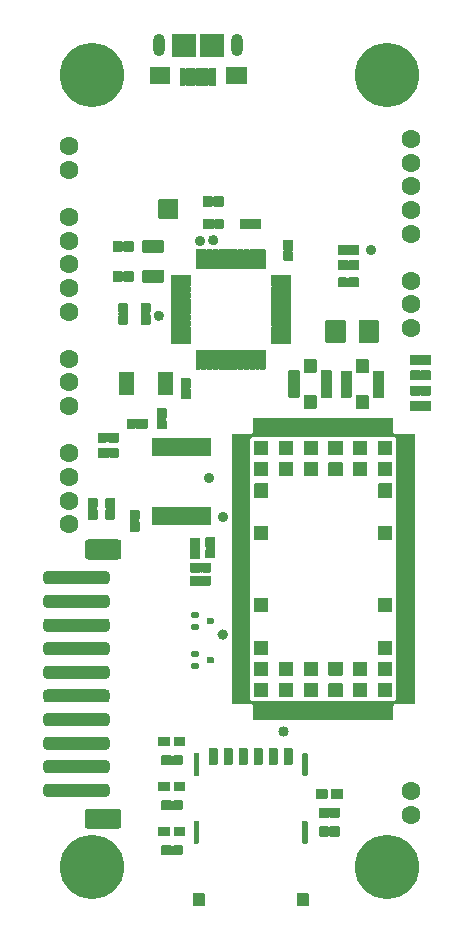
<source format=gbr>
G04 #@! TF.GenerationSoftware,KiCad,Pcbnew,5.1.8+dfsg1-1~bpo10+1*
G04 #@! TF.CreationDate,2021-01-02T21:10:29+01:00*
G04 #@! TF.ProjectId,easyhive,65617379-6869-4766-952e-6b696361645f,rev?*
G04 #@! TF.SameCoordinates,Original*
G04 #@! TF.FileFunction,Soldermask,Top*
G04 #@! TF.FilePolarity,Negative*
%FSLAX46Y46*%
G04 Gerber Fmt 4.6, Leading zero omitted, Abs format (unit mm)*
G04 Created by KiCad (PCBNEW 5.1.8+dfsg1-1~bpo10+1) date 2021-01-02 21:10:29*
%MOMM*%
%LPD*%
G01*
G04 APERTURE LIST*
%ADD10C,1.602000*%
%ADD11O,1.002000X1.902000*%
%ADD12C,0.610000*%
%ADD13C,5.436000*%
%ADD14C,0.100000*%
G04 APERTURE END LIST*
D10*
X163000000Y-134100000D03*
X163000000Y-132100000D03*
G36*
G01*
X146254000Y-121228999D02*
X145746000Y-121228999D01*
G75*
G02*
X145695000Y-121177999I0J51000D01*
G01*
X145695000Y-120822001D01*
G75*
G02*
X145746000Y-120771001I51000J0D01*
G01*
X146254000Y-120771001D01*
G75*
G02*
X146305000Y-120822001I0J-51000D01*
G01*
X146305000Y-121177999D01*
G75*
G02*
X146254000Y-121228999I-51000J0D01*
G01*
G37*
G36*
G01*
X144958999Y-121729002D02*
X144450999Y-121729002D01*
G75*
G02*
X144399999Y-121678002I0J51000D01*
G01*
X144399999Y-121322004D01*
G75*
G02*
X144450999Y-121271004I51000J0D01*
G01*
X144958999Y-121271004D01*
G75*
G02*
X145009999Y-121322004I0J-51000D01*
G01*
X145009999Y-121678002D01*
G75*
G02*
X144958999Y-121729002I-51000J0D01*
G01*
G37*
G36*
G01*
X144958999Y-120729001D02*
X144450999Y-120729001D01*
G75*
G02*
X144399999Y-120678001I0J51000D01*
G01*
X144399999Y-120322003D01*
G75*
G02*
X144450999Y-120271003I51000J0D01*
G01*
X144958999Y-120271003D01*
G75*
G02*
X145009999Y-120322003I0J-51000D01*
G01*
X145009999Y-120678001D01*
G75*
G02*
X144958999Y-120729001I-51000J0D01*
G01*
G37*
G36*
G01*
X146249001Y-117928996D02*
X145741001Y-117928996D01*
G75*
G02*
X145690001Y-117877996I0J51000D01*
G01*
X145690001Y-117521998D01*
G75*
G02*
X145741001Y-117470998I51000J0D01*
G01*
X146249001Y-117470998D01*
G75*
G02*
X146300001Y-117521998I0J-51000D01*
G01*
X146300001Y-117877996D01*
G75*
G02*
X146249001Y-117928996I-51000J0D01*
G01*
G37*
G36*
G01*
X144954000Y-118428999D02*
X144446000Y-118428999D01*
G75*
G02*
X144395000Y-118377999I0J51000D01*
G01*
X144395000Y-118022001D01*
G75*
G02*
X144446000Y-117971001I51000J0D01*
G01*
X144954000Y-117971001D01*
G75*
G02*
X145005000Y-118022001I0J-51000D01*
G01*
X145005000Y-118377999D01*
G75*
G02*
X144954000Y-118428999I-51000J0D01*
G01*
G37*
G36*
G01*
X144954000Y-117428998D02*
X144446000Y-117428998D01*
G75*
G02*
X144395000Y-117377998I0J51000D01*
G01*
X144395000Y-117022000D01*
G75*
G02*
X144446000Y-116971000I51000J0D01*
G01*
X144954000Y-116971000D01*
G75*
G02*
X145005000Y-117022000I0J-51000D01*
G01*
X145005000Y-117377998D01*
G75*
G02*
X144954000Y-117428998I-51000J0D01*
G01*
G37*
X163000000Y-88900000D03*
X163000000Y-90900000D03*
X163000000Y-92900000D03*
X134001100Y-109503600D03*
X134001100Y-107503600D03*
X134001100Y-105503600D03*
X134001100Y-103503600D03*
X134001100Y-99503600D03*
X134001100Y-97503600D03*
X134001100Y-95503600D03*
X134001100Y-91503600D03*
X134001100Y-89503600D03*
X134001100Y-87503600D03*
X134001100Y-85503600D03*
X134001100Y-83503600D03*
X163001100Y-84903600D03*
X163001100Y-82903600D03*
X163001100Y-80903600D03*
X163001100Y-78903600D03*
X163001100Y-76903600D03*
X134001100Y-77503600D03*
X134001100Y-79503600D03*
G36*
G01*
X160251000Y-92300000D02*
X160251000Y-94100000D01*
G75*
G02*
X160200000Y-94151000I-51000J0D01*
G01*
X158600000Y-94151000D01*
G75*
G02*
X158549000Y-94100000I0J51000D01*
G01*
X158549000Y-92300000D01*
G75*
G02*
X158600000Y-92249000I51000J0D01*
G01*
X160200000Y-92249000D01*
G75*
G02*
X160251000Y-92300000I0J-51000D01*
G01*
G37*
G36*
G01*
X157451000Y-92300000D02*
X157451000Y-94100000D01*
G75*
G02*
X157400000Y-94151000I-51000J0D01*
G01*
X155800000Y-94151000D01*
G75*
G02*
X155749000Y-94100000I0J51000D01*
G01*
X155749000Y-92300000D01*
G75*
G02*
X155800000Y-92249000I51000J0D01*
G01*
X157400000Y-92249000D01*
G75*
G02*
X157451000Y-92300000I0J-51000D01*
G01*
G37*
G36*
G01*
X145622598Y-108035001D02*
X145977398Y-108035001D01*
G75*
G02*
X146028398Y-108086001I0J-51000D01*
G01*
X146028398Y-109547999D01*
G75*
G02*
X145977398Y-109598999I-51000J0D01*
G01*
X145622598Y-109598999D01*
G75*
G02*
X145571598Y-109547999I0J51000D01*
G01*
X145571598Y-108086001D01*
G75*
G02*
X145622598Y-108035001I51000J0D01*
G01*
G37*
G36*
G01*
X144972597Y-108035001D02*
X145327397Y-108035001D01*
G75*
G02*
X145378397Y-108086001I0J-51000D01*
G01*
X145378397Y-109547999D01*
G75*
G02*
X145327397Y-109598999I-51000J0D01*
G01*
X144972597Y-109598999D01*
G75*
G02*
X144921597Y-109547999I0J51000D01*
G01*
X144921597Y-108086001D01*
G75*
G02*
X144972597Y-108035001I51000J0D01*
G01*
G37*
G36*
G01*
X144322598Y-108035001D02*
X144677398Y-108035001D01*
G75*
G02*
X144728398Y-108086001I0J-51000D01*
G01*
X144728398Y-109547999D01*
G75*
G02*
X144677398Y-109598999I-51000J0D01*
G01*
X144322598Y-109598999D01*
G75*
G02*
X144271598Y-109547999I0J51000D01*
G01*
X144271598Y-108086001D01*
G75*
G02*
X144322598Y-108035001I51000J0D01*
G01*
G37*
G36*
G01*
X143672597Y-108035001D02*
X144027397Y-108035001D01*
G75*
G02*
X144078397Y-108086001I0J-51000D01*
G01*
X144078397Y-109547999D01*
G75*
G02*
X144027397Y-109598999I-51000J0D01*
G01*
X143672597Y-109598999D01*
G75*
G02*
X143621597Y-109547999I0J51000D01*
G01*
X143621597Y-108086001D01*
G75*
G02*
X143672597Y-108035001I51000J0D01*
G01*
G37*
G36*
G01*
X143022598Y-108035001D02*
X143377398Y-108035001D01*
G75*
G02*
X143428398Y-108086001I0J-51000D01*
G01*
X143428398Y-109547999D01*
G75*
G02*
X143377398Y-109598999I-51000J0D01*
G01*
X143022598Y-109598999D01*
G75*
G02*
X142971598Y-109547999I0J51000D01*
G01*
X142971598Y-108086001D01*
G75*
G02*
X143022598Y-108035001I51000J0D01*
G01*
G37*
G36*
G01*
X142372600Y-108035001D02*
X142727400Y-108035001D01*
G75*
G02*
X142778400Y-108086001I0J-51000D01*
G01*
X142778400Y-109547999D01*
G75*
G02*
X142727400Y-109598999I-51000J0D01*
G01*
X142372600Y-109598999D01*
G75*
G02*
X142321600Y-109547999I0J51000D01*
G01*
X142321600Y-108086001D01*
G75*
G02*
X142372600Y-108035001I51000J0D01*
G01*
G37*
G36*
G01*
X141722598Y-108035001D02*
X142077398Y-108035001D01*
G75*
G02*
X142128398Y-108086001I0J-51000D01*
G01*
X142128398Y-109547999D01*
G75*
G02*
X142077398Y-109598999I-51000J0D01*
G01*
X141722598Y-109598999D01*
G75*
G02*
X141671598Y-109547999I0J51000D01*
G01*
X141671598Y-108086001D01*
G75*
G02*
X141722598Y-108035001I51000J0D01*
G01*
G37*
G36*
G01*
X141072600Y-108035001D02*
X141427400Y-108035001D01*
G75*
G02*
X141478400Y-108086001I0J-51000D01*
G01*
X141478400Y-109547999D01*
G75*
G02*
X141427400Y-109598999I-51000J0D01*
G01*
X141072600Y-109598999D01*
G75*
G02*
X141021600Y-109547999I0J51000D01*
G01*
X141021600Y-108086001D01*
G75*
G02*
X141072600Y-108035001I51000J0D01*
G01*
G37*
G36*
G01*
X141072600Y-102193001D02*
X141427400Y-102193001D01*
G75*
G02*
X141478400Y-102244001I0J-51000D01*
G01*
X141478400Y-103705999D01*
G75*
G02*
X141427400Y-103756999I-51000J0D01*
G01*
X141072600Y-103756999D01*
G75*
G02*
X141021600Y-103705999I0J51000D01*
G01*
X141021600Y-102244001D01*
G75*
G02*
X141072600Y-102193001I51000J0D01*
G01*
G37*
G36*
G01*
X141722601Y-102193001D02*
X142077401Y-102193001D01*
G75*
G02*
X142128401Y-102244001I0J-51000D01*
G01*
X142128401Y-103705999D01*
G75*
G02*
X142077401Y-103756999I-51000J0D01*
G01*
X141722601Y-103756999D01*
G75*
G02*
X141671601Y-103705999I0J51000D01*
G01*
X141671601Y-102244001D01*
G75*
G02*
X141722601Y-102193001I51000J0D01*
G01*
G37*
G36*
G01*
X142372600Y-102193001D02*
X142727400Y-102193001D01*
G75*
G02*
X142778400Y-102244001I0J-51000D01*
G01*
X142778400Y-103705999D01*
G75*
G02*
X142727400Y-103756999I-51000J0D01*
G01*
X142372600Y-103756999D01*
G75*
G02*
X142321600Y-103705999I0J51000D01*
G01*
X142321600Y-102244001D01*
G75*
G02*
X142372600Y-102193001I51000J0D01*
G01*
G37*
G36*
G01*
X143022601Y-102193001D02*
X143377401Y-102193001D01*
G75*
G02*
X143428401Y-102244001I0J-51000D01*
G01*
X143428401Y-103705999D01*
G75*
G02*
X143377401Y-103756999I-51000J0D01*
G01*
X143022601Y-103756999D01*
G75*
G02*
X142971601Y-103705999I0J51000D01*
G01*
X142971601Y-102244001D01*
G75*
G02*
X143022601Y-102193001I51000J0D01*
G01*
G37*
G36*
G01*
X143672600Y-102193001D02*
X144027400Y-102193001D01*
G75*
G02*
X144078400Y-102244001I0J-51000D01*
G01*
X144078400Y-103705999D01*
G75*
G02*
X144027400Y-103756999I-51000J0D01*
G01*
X143672600Y-103756999D01*
G75*
G02*
X143621600Y-103705999I0J51000D01*
G01*
X143621600Y-102244001D01*
G75*
G02*
X143672600Y-102193001I51000J0D01*
G01*
G37*
G36*
G01*
X144322598Y-102193001D02*
X144677398Y-102193001D01*
G75*
G02*
X144728398Y-102244001I0J-51000D01*
G01*
X144728398Y-103705999D01*
G75*
G02*
X144677398Y-103756999I-51000J0D01*
G01*
X144322598Y-103756999D01*
G75*
G02*
X144271598Y-103705999I0J51000D01*
G01*
X144271598Y-102244001D01*
G75*
G02*
X144322598Y-102193001I51000J0D01*
G01*
G37*
G36*
G01*
X144972600Y-102193001D02*
X145327400Y-102193001D01*
G75*
G02*
X145378400Y-102244001I0J-51000D01*
G01*
X145378400Y-103705999D01*
G75*
G02*
X145327400Y-103756999I-51000J0D01*
G01*
X144972600Y-103756999D01*
G75*
G02*
X144921600Y-103705999I0J51000D01*
G01*
X144921600Y-102244001D01*
G75*
G02*
X144972600Y-102193001I51000J0D01*
G01*
G37*
G36*
G01*
X145622598Y-102193001D02*
X145977398Y-102193001D01*
G75*
G02*
X146028398Y-102244001I0J-51000D01*
G01*
X146028398Y-103705999D01*
G75*
G02*
X145977398Y-103756999I-51000J0D01*
G01*
X145622598Y-103756999D01*
G75*
G02*
X145571598Y-103705999I0J51000D01*
G01*
X145571598Y-102244001D01*
G75*
G02*
X145622598Y-102193001I51000J0D01*
G01*
G37*
D11*
X141671100Y-68962600D03*
X148271100Y-68962600D03*
G36*
G01*
X144772100Y-68012600D02*
X144772100Y-69912600D01*
G75*
G02*
X144721100Y-69963600I-51000J0D01*
G01*
X142821100Y-69963600D01*
G75*
G02*
X142770100Y-69912600I0J51000D01*
G01*
X142770100Y-68012600D01*
G75*
G02*
X142821100Y-67961600I51000J0D01*
G01*
X144721100Y-67961600D01*
G75*
G02*
X144772100Y-68012600I0J-51000D01*
G01*
G37*
G36*
G01*
X147172100Y-68012600D02*
X147172100Y-69912600D01*
G75*
G02*
X147121100Y-69963600I-51000J0D01*
G01*
X145221100Y-69963600D01*
G75*
G02*
X145170100Y-69912600I0J51000D01*
G01*
X145170100Y-68012600D01*
G75*
G02*
X145221100Y-67961600I51000J0D01*
G01*
X147121100Y-67961600D01*
G75*
G02*
X147172100Y-68012600I0J-51000D01*
G01*
G37*
G36*
G01*
X142572100Y-70812600D02*
X142572100Y-72212600D01*
G75*
G02*
X142521100Y-72263600I-51000J0D01*
G01*
X140921100Y-72263600D01*
G75*
G02*
X140870100Y-72212600I0J51000D01*
G01*
X140870100Y-70812600D01*
G75*
G02*
X140921100Y-70761600I51000J0D01*
G01*
X142521100Y-70761600D01*
G75*
G02*
X142572100Y-70812600I0J-51000D01*
G01*
G37*
G36*
G01*
X149072100Y-70812600D02*
X149072100Y-72212600D01*
G75*
G02*
X149021100Y-72263600I-51000J0D01*
G01*
X147421100Y-72263600D01*
G75*
G02*
X147370100Y-72212600I0J51000D01*
G01*
X147370100Y-70812600D01*
G75*
G02*
X147421100Y-70761600I51000J0D01*
G01*
X149021100Y-70761600D01*
G75*
G02*
X149072100Y-70812600I0J-51000D01*
G01*
G37*
G36*
G01*
X146522100Y-70962600D02*
X146522100Y-72312600D01*
G75*
G02*
X146471100Y-72363600I-51000J0D01*
G01*
X146071100Y-72363600D01*
G75*
G02*
X146020100Y-72312600I0J51000D01*
G01*
X146020100Y-70962600D01*
G75*
G02*
X146071100Y-70911600I51000J0D01*
G01*
X146471100Y-70911600D01*
G75*
G02*
X146522100Y-70962600I0J-51000D01*
G01*
G37*
G36*
G01*
X145872100Y-70962600D02*
X145872100Y-72312600D01*
G75*
G02*
X145821100Y-72363600I-51000J0D01*
G01*
X145421100Y-72363600D01*
G75*
G02*
X145370100Y-72312600I0J51000D01*
G01*
X145370100Y-70962600D01*
G75*
G02*
X145421100Y-70911600I51000J0D01*
G01*
X145821100Y-70911600D01*
G75*
G02*
X145872100Y-70962600I0J-51000D01*
G01*
G37*
G36*
G01*
X143922100Y-70962600D02*
X143922100Y-72312600D01*
G75*
G02*
X143871100Y-72363600I-51000J0D01*
G01*
X143471100Y-72363600D01*
G75*
G02*
X143420100Y-72312600I0J51000D01*
G01*
X143420100Y-70962600D01*
G75*
G02*
X143471100Y-70911600I51000J0D01*
G01*
X143871100Y-70911600D01*
G75*
G02*
X143922100Y-70962600I0J-51000D01*
G01*
G37*
G36*
G01*
X144572100Y-70962600D02*
X144572100Y-72312600D01*
G75*
G02*
X144521100Y-72363600I-51000J0D01*
G01*
X144121100Y-72363600D01*
G75*
G02*
X144070100Y-72312600I0J51000D01*
G01*
X144070100Y-70962600D01*
G75*
G02*
X144121100Y-70911600I51000J0D01*
G01*
X144521100Y-70911600D01*
G75*
G02*
X144572100Y-70962600I0J-51000D01*
G01*
G37*
G36*
G01*
X145222100Y-70962600D02*
X145222100Y-72312600D01*
G75*
G02*
X145171100Y-72363600I-51000J0D01*
G01*
X144771100Y-72363600D01*
G75*
G02*
X144720100Y-72312600I0J51000D01*
G01*
X144720100Y-70962600D01*
G75*
G02*
X144771100Y-70911600I51000J0D01*
G01*
X145171100Y-70911600D01*
G75*
G02*
X145222100Y-70962600I0J-51000D01*
G01*
G37*
G36*
G01*
X147075000Y-108449000D02*
X147075000Y-108449000D01*
G75*
G02*
X147526000Y-108900000I0J-451000D01*
G01*
X147526000Y-108900000D01*
G75*
G02*
X147075000Y-109351000I-451000J0D01*
G01*
X147075000Y-109351000D01*
G75*
G02*
X146624000Y-108900000I0J451000D01*
G01*
X146624000Y-108900000D01*
G75*
G02*
X147075000Y-108449000I451000J0D01*
G01*
G37*
G36*
G01*
X159149000Y-86300000D02*
X159149000Y-86300000D01*
G75*
G02*
X159600000Y-85849000I451000J0D01*
G01*
X159600000Y-85849000D01*
G75*
G02*
X160051000Y-86300000I0J-451000D01*
G01*
X160051000Y-86300000D01*
G75*
G02*
X159600000Y-86751000I-451000J0D01*
G01*
X159600000Y-86751000D01*
G75*
G02*
X159149000Y-86300000I0J451000D01*
G01*
G37*
G36*
G01*
X145799000Y-85450000D02*
X145799000Y-85450000D01*
G75*
G02*
X146250000Y-84999000I451000J0D01*
G01*
X146250000Y-84999000D01*
G75*
G02*
X146701000Y-85450000I0J-451000D01*
G01*
X146701000Y-85450000D01*
G75*
G02*
X146250000Y-85901000I-451000J0D01*
G01*
X146250000Y-85901000D01*
G75*
G02*
X145799000Y-85450000I0J451000D01*
G01*
G37*
G36*
G01*
X144678850Y-85512350D02*
X144678850Y-85512350D01*
G75*
G02*
X145129850Y-85061350I451000J0D01*
G01*
X145129850Y-85061350D01*
G75*
G02*
X145580850Y-85512350I0J-451000D01*
G01*
X145580850Y-85512350D01*
G75*
G02*
X145129850Y-85963350I-451000J0D01*
G01*
X145129850Y-85963350D01*
G75*
G02*
X144678850Y-85512350I0J451000D01*
G01*
G37*
G36*
G01*
X141186350Y-91862350D02*
X141186350Y-91862350D01*
G75*
G02*
X141637350Y-91411350I451000J0D01*
G01*
X141637350Y-91411350D01*
G75*
G02*
X142088350Y-91862350I0J-451000D01*
G01*
X142088350Y-91862350D01*
G75*
G02*
X141637350Y-92313350I-451000J0D01*
G01*
X141637350Y-92313350D01*
G75*
G02*
X141186350Y-91862350I0J451000D01*
G01*
G37*
G36*
G01*
X151749000Y-127050000D02*
X151749000Y-127050000D01*
G75*
G02*
X152200000Y-126599000I451000J0D01*
G01*
X152200000Y-126599000D01*
G75*
G02*
X152651000Y-127050000I0J-451000D01*
G01*
X152651000Y-127050000D01*
G75*
G02*
X152200000Y-127501000I-451000J0D01*
G01*
X152200000Y-127501000D01*
G75*
G02*
X151749000Y-127050000I0J451000D01*
G01*
G37*
G36*
G01*
X146599000Y-118850000D02*
X146599000Y-118850000D01*
G75*
G02*
X147050000Y-118399000I451000J0D01*
G01*
X147050000Y-118399000D01*
G75*
G02*
X147501000Y-118850000I0J-451000D01*
G01*
X147501000Y-118850000D01*
G75*
G02*
X147050000Y-119301000I-451000J0D01*
G01*
X147050000Y-119301000D01*
G75*
G02*
X146599000Y-118850000I0J451000D01*
G01*
G37*
G36*
G01*
X145449000Y-105600000D02*
X145449000Y-105600000D01*
G75*
G02*
X145900000Y-105149000I451000J0D01*
G01*
X145900000Y-105149000D01*
G75*
G02*
X146351000Y-105600000I0J-451000D01*
G01*
X146351000Y-105600000D01*
G75*
G02*
X145900000Y-106051000I-451000J0D01*
G01*
X145900000Y-106051000D01*
G75*
G02*
X145449000Y-105600000I0J451000D01*
G01*
G37*
G36*
G01*
X140024400Y-108407200D02*
X140024400Y-109048800D01*
G75*
G02*
X139944200Y-109129000I-80200J0D01*
G01*
X139252600Y-109129000D01*
G75*
G02*
X139172400Y-109048800I0J80200D01*
G01*
X139172400Y-108407200D01*
G75*
G02*
X139252600Y-108327000I80200J0D01*
G01*
X139944200Y-108327000D01*
G75*
G02*
X140024400Y-108407200I0J-80200D01*
G01*
G37*
G36*
G01*
X140024400Y-109407200D02*
X140024400Y-110048800D01*
G75*
G02*
X139944200Y-110129000I-80200J0D01*
G01*
X139252600Y-110129000D01*
G75*
G02*
X139172400Y-110048800I0J80200D01*
G01*
X139172400Y-109407200D01*
G75*
G02*
X139252600Y-109327000I80200J0D01*
G01*
X139944200Y-109327000D01*
G75*
G02*
X140024400Y-109407200I0J-80200D01*
G01*
G37*
G36*
G01*
X140647800Y-101416400D02*
X140006200Y-101416400D01*
G75*
G02*
X139926000Y-101336200I0J80200D01*
G01*
X139926000Y-100644600D01*
G75*
G02*
X140006200Y-100564400I80200J0D01*
G01*
X140647800Y-100564400D01*
G75*
G02*
X140728000Y-100644600I0J-80200D01*
G01*
X140728000Y-101336200D01*
G75*
G02*
X140647800Y-101416400I-80200J0D01*
G01*
G37*
G36*
G01*
X139647800Y-101416400D02*
X139006200Y-101416400D01*
G75*
G02*
X138926000Y-101336200I0J80200D01*
G01*
X138926000Y-100644600D01*
G75*
G02*
X139006200Y-100564400I80200J0D01*
G01*
X139647800Y-100564400D01*
G75*
G02*
X139728000Y-100644600I0J-80200D01*
G01*
X139728000Y-101336200D01*
G75*
G02*
X139647800Y-101416400I-80200J0D01*
G01*
G37*
G36*
G01*
X141458400Y-101387400D02*
X141458400Y-100745800D01*
G75*
G02*
X141538600Y-100665600I80200J0D01*
G01*
X142230200Y-100665600D01*
G75*
G02*
X142310400Y-100745800I0J-80200D01*
G01*
X142310400Y-101387400D01*
G75*
G02*
X142230200Y-101467600I-80200J0D01*
G01*
X141538600Y-101467600D01*
G75*
G02*
X141458400Y-101387400I0J80200D01*
G01*
G37*
G36*
G01*
X141458400Y-100387400D02*
X141458400Y-99745800D01*
G75*
G02*
X141538600Y-99665600I80200J0D01*
G01*
X142230200Y-99665600D01*
G75*
G02*
X142310400Y-99745800I0J-80200D01*
G01*
X142310400Y-100387400D01*
G75*
G02*
X142230200Y-100467600I-80200J0D01*
G01*
X141538600Y-100467600D01*
G75*
G02*
X141458400Y-100387400I0J80200D01*
G01*
G37*
G36*
G01*
X138174200Y-102601200D02*
X137532600Y-102601200D01*
G75*
G02*
X137452400Y-102521000I0J80200D01*
G01*
X137452400Y-101829400D01*
G75*
G02*
X137532600Y-101749200I80200J0D01*
G01*
X138174200Y-101749200D01*
G75*
G02*
X138254400Y-101829400I0J-80200D01*
G01*
X138254400Y-102521000D01*
G75*
G02*
X138174200Y-102601200I-80200J0D01*
G01*
G37*
G36*
G01*
X137174200Y-102601200D02*
X136532600Y-102601200D01*
G75*
G02*
X136452400Y-102521000I0J80200D01*
G01*
X136452400Y-101829400D01*
G75*
G02*
X136532600Y-101749200I80200J0D01*
G01*
X137174200Y-101749200D01*
G75*
G02*
X137254400Y-101829400I0J-80200D01*
G01*
X137254400Y-102521000D01*
G75*
G02*
X137174200Y-102601200I-80200J0D01*
G01*
G37*
G36*
G01*
X138174200Y-103901200D02*
X137532600Y-103901200D01*
G75*
G02*
X137452400Y-103821000I0J80200D01*
G01*
X137452400Y-103129400D01*
G75*
G02*
X137532600Y-103049200I80200J0D01*
G01*
X138174200Y-103049200D01*
G75*
G02*
X138254400Y-103129400I0J-80200D01*
G01*
X138254400Y-103821000D01*
G75*
G02*
X138174200Y-103901200I-80200J0D01*
G01*
G37*
G36*
G01*
X137174200Y-103901200D02*
X136532600Y-103901200D01*
G75*
G02*
X136452400Y-103821000I0J80200D01*
G01*
X136452400Y-103129400D01*
G75*
G02*
X136532600Y-103049200I80200J0D01*
G01*
X137174200Y-103049200D01*
G75*
G02*
X137254400Y-103129400I0J-80200D01*
G01*
X137254400Y-103821000D01*
G75*
G02*
X137174200Y-103901200I-80200J0D01*
G01*
G37*
G36*
G01*
X137115000Y-109024800D02*
X137115000Y-108383200D01*
G75*
G02*
X137195200Y-108303000I80200J0D01*
G01*
X137886800Y-108303000D01*
G75*
G02*
X137967000Y-108383200I0J-80200D01*
G01*
X137967000Y-109024800D01*
G75*
G02*
X137886800Y-109105000I-80200J0D01*
G01*
X137195200Y-109105000D01*
G75*
G02*
X137115000Y-109024800I0J80200D01*
G01*
G37*
G36*
G01*
X137115000Y-108024800D02*
X137115000Y-107383200D01*
G75*
G02*
X137195200Y-107303000I80200J0D01*
G01*
X137886800Y-107303000D01*
G75*
G02*
X137967000Y-107383200I0J-80200D01*
G01*
X137967000Y-108024800D01*
G75*
G02*
X137886800Y-108105000I-80200J0D01*
G01*
X137195200Y-108105000D01*
G75*
G02*
X137115000Y-108024800I0J80200D01*
G01*
G37*
G36*
G01*
X135616400Y-109032800D02*
X135616400Y-108391200D01*
G75*
G02*
X135696600Y-108311000I80200J0D01*
G01*
X136388200Y-108311000D01*
G75*
G02*
X136468400Y-108391200I0J-80200D01*
G01*
X136468400Y-109032800D01*
G75*
G02*
X136388200Y-109113000I-80200J0D01*
G01*
X135696600Y-109113000D01*
G75*
G02*
X135616400Y-109032800I0J80200D01*
G01*
G37*
G36*
G01*
X135616400Y-108032800D02*
X135616400Y-107391200D01*
G75*
G02*
X135696600Y-107311000I80200J0D01*
G01*
X136388200Y-107311000D01*
G75*
G02*
X136468400Y-107391200I0J-80200D01*
G01*
X136468400Y-108032800D01*
G75*
G02*
X136388200Y-108113000I-80200J0D01*
G01*
X135696600Y-108113000D01*
G75*
G02*
X135616400Y-108032800I0J80200D01*
G01*
G37*
G36*
G01*
X144329200Y-113874000D02*
X144970800Y-113874000D01*
G75*
G02*
X145051000Y-113954200I0J-80200D01*
G01*
X145051000Y-114645800D01*
G75*
G02*
X144970800Y-114726000I-80200J0D01*
G01*
X144329200Y-114726000D01*
G75*
G02*
X144249000Y-114645800I0J80200D01*
G01*
X144249000Y-113954200D01*
G75*
G02*
X144329200Y-113874000I80200J0D01*
G01*
G37*
G36*
G01*
X145329200Y-113874000D02*
X145970800Y-113874000D01*
G75*
G02*
X146051000Y-113954200I0J-80200D01*
G01*
X146051000Y-114645800D01*
G75*
G02*
X145970800Y-114726000I-80200J0D01*
G01*
X145329200Y-114726000D01*
G75*
G02*
X145249000Y-114645800I0J80200D01*
G01*
X145249000Y-113954200D01*
G75*
G02*
X145329200Y-113874000I80200J0D01*
G01*
G37*
G36*
G01*
X144354200Y-112749000D02*
X144995800Y-112749000D01*
G75*
G02*
X145076000Y-112829200I0J-80200D01*
G01*
X145076000Y-113520800D01*
G75*
G02*
X144995800Y-113601000I-80200J0D01*
G01*
X144354200Y-113601000D01*
G75*
G02*
X144274000Y-113520800I0J80200D01*
G01*
X144274000Y-112829200D01*
G75*
G02*
X144354200Y-112749000I80200J0D01*
G01*
G37*
G36*
G01*
X145354200Y-112749000D02*
X145995800Y-112749000D01*
G75*
G02*
X146076000Y-112829200I0J-80200D01*
G01*
X146076000Y-113520800D01*
G75*
G02*
X145995800Y-113601000I-80200J0D01*
G01*
X145354200Y-113601000D01*
G75*
G02*
X145274000Y-113520800I0J80200D01*
G01*
X145274000Y-112829200D01*
G75*
G02*
X145354200Y-112749000I80200J0D01*
G01*
G37*
G36*
G01*
X158520800Y-87996000D02*
X157879200Y-87996000D01*
G75*
G02*
X157799000Y-87915800I0J80200D01*
G01*
X157799000Y-87224200D01*
G75*
G02*
X157879200Y-87144000I80200J0D01*
G01*
X158520800Y-87144000D01*
G75*
G02*
X158601000Y-87224200I0J-80200D01*
G01*
X158601000Y-87915800D01*
G75*
G02*
X158520800Y-87996000I-80200J0D01*
G01*
G37*
G36*
G01*
X157520800Y-87996000D02*
X156879200Y-87996000D01*
G75*
G02*
X156799000Y-87915800I0J80200D01*
G01*
X156799000Y-87224200D01*
G75*
G02*
X156879200Y-87144000I80200J0D01*
G01*
X157520800Y-87144000D01*
G75*
G02*
X157601000Y-87224200I0J-80200D01*
G01*
X157601000Y-87915800D01*
G75*
G02*
X157520800Y-87996000I-80200J0D01*
G01*
G37*
G36*
G01*
X156879200Y-85864000D02*
X157520800Y-85864000D01*
G75*
G02*
X157601000Y-85944200I0J-80200D01*
G01*
X157601000Y-86635800D01*
G75*
G02*
X157520800Y-86716000I-80200J0D01*
G01*
X156879200Y-86716000D01*
G75*
G02*
X156799000Y-86635800I0J80200D01*
G01*
X156799000Y-85944200D01*
G75*
G02*
X156879200Y-85864000I80200J0D01*
G01*
G37*
G36*
G01*
X157879200Y-85864000D02*
X158520800Y-85864000D01*
G75*
G02*
X158601000Y-85944200I0J-80200D01*
G01*
X158601000Y-86635800D01*
G75*
G02*
X158520800Y-86716000I-80200J0D01*
G01*
X157879200Y-86716000D01*
G75*
G02*
X157799000Y-86635800I0J80200D01*
G01*
X157799000Y-85944200D01*
G75*
G02*
X157879200Y-85864000I80200J0D01*
G01*
G37*
G36*
G01*
X140347850Y-87957600D02*
X141974350Y-87957600D01*
G75*
G02*
X142112100Y-88095350I0J-137750D01*
G01*
X142112100Y-88921850D01*
G75*
G02*
X141974350Y-89059600I-137750J0D01*
G01*
X140347850Y-89059600D01*
G75*
G02*
X140210100Y-88921850I0J137750D01*
G01*
X140210100Y-88095350D01*
G75*
G02*
X140347850Y-87957600I137750J0D01*
G01*
G37*
G36*
G01*
X140347850Y-85457600D02*
X141974350Y-85457600D01*
G75*
G02*
X142112100Y-85595350I0J-137750D01*
G01*
X142112100Y-86421850D01*
G75*
G02*
X141974350Y-86559600I-137750J0D01*
G01*
X140347850Y-86559600D01*
G75*
G02*
X140210100Y-86421850I0J137750D01*
G01*
X140210100Y-85595350D01*
G75*
G02*
X140347850Y-85457600I137750J0D01*
G01*
G37*
G36*
G01*
X141549000Y-98500001D02*
X141549000Y-96699999D01*
G75*
G02*
X141599999Y-96649000I50999J0D01*
G01*
X142800001Y-96649000D01*
G75*
G02*
X142851000Y-96699999I0J-50999D01*
G01*
X142851000Y-98500001D01*
G75*
G02*
X142800001Y-98551000I-50999J0D01*
G01*
X141599999Y-98551000D01*
G75*
G02*
X141549000Y-98500001I0J50999D01*
G01*
G37*
G36*
G01*
X138249000Y-98500001D02*
X138249000Y-96699999D01*
G75*
G02*
X138299999Y-96649000I50999J0D01*
G01*
X139500001Y-96649000D01*
G75*
G02*
X139551000Y-96699999I0J-50999D01*
G01*
X139551000Y-98500001D01*
G75*
G02*
X139500001Y-98551000I-50999J0D01*
G01*
X138299999Y-98551000D01*
G75*
G02*
X138249000Y-98500001I0J50999D01*
G01*
G37*
G36*
G01*
X153785100Y-136488600D02*
X153785100Y-134688600D01*
G75*
G02*
X153836100Y-134637600I51000J0D01*
G01*
X154186100Y-134637600D01*
G75*
G02*
X154237100Y-134688600I0J-51000D01*
G01*
X154237100Y-136488600D01*
G75*
G02*
X154186100Y-136539600I-51000J0D01*
G01*
X153836100Y-136539600D01*
G75*
G02*
X153785100Y-136488600I0J51000D01*
G01*
G37*
G36*
G01*
X144594100Y-136488600D02*
X144594100Y-134688600D01*
G75*
G02*
X144645100Y-134637600I51000J0D01*
G01*
X144995100Y-134637600D01*
G75*
G02*
X145046100Y-134688600I0J-51000D01*
G01*
X145046100Y-136488600D01*
G75*
G02*
X144995100Y-136539600I-51000J0D01*
G01*
X144645100Y-136539600D01*
G75*
G02*
X144594100Y-136488600I0J51000D01*
G01*
G37*
G36*
G01*
X153785100Y-130738600D02*
X153785100Y-128938600D01*
G75*
G02*
X153836100Y-128887600I51000J0D01*
G01*
X154186100Y-128887600D01*
G75*
G02*
X154237100Y-128938600I0J-51000D01*
G01*
X154237100Y-130738600D01*
G75*
G02*
X154186100Y-130789600I-51000J0D01*
G01*
X153836100Y-130789600D01*
G75*
G02*
X153785100Y-130738600I0J51000D01*
G01*
G37*
G36*
G01*
X144594100Y-130738600D02*
X144594100Y-128938600D01*
G75*
G02*
X144645100Y-128887600I51000J0D01*
G01*
X144995100Y-128887600D01*
G75*
G02*
X145046100Y-128938600I0J-51000D01*
G01*
X145046100Y-130738600D01*
G75*
G02*
X144995100Y-130789600I-51000J0D01*
G01*
X144645100Y-130789600D01*
G75*
G02*
X144594100Y-130738600I0J51000D01*
G01*
G37*
G36*
G01*
X145870100Y-129818601D02*
X145870100Y-128518599D01*
G75*
G02*
X145921099Y-128467600I50999J0D01*
G01*
X146571101Y-128467600D01*
G75*
G02*
X146622100Y-128518599I0J-50999D01*
G01*
X146622100Y-129818601D01*
G75*
G02*
X146571101Y-129869600I-50999J0D01*
G01*
X145921099Y-129869600D01*
G75*
G02*
X145870100Y-129818601I0J50999D01*
G01*
G37*
G36*
G01*
X147140100Y-129818601D02*
X147140100Y-128518599D01*
G75*
G02*
X147191099Y-128467600I50999J0D01*
G01*
X147841101Y-128467600D01*
G75*
G02*
X147892100Y-128518599I0J-50999D01*
G01*
X147892100Y-129818601D01*
G75*
G02*
X147841101Y-129869600I-50999J0D01*
G01*
X147191099Y-129869600D01*
G75*
G02*
X147140100Y-129818601I0J50999D01*
G01*
G37*
G36*
G01*
X148410100Y-129818601D02*
X148410100Y-128518599D01*
G75*
G02*
X148461099Y-128467600I50999J0D01*
G01*
X149111101Y-128467600D01*
G75*
G02*
X149162100Y-128518599I0J-50999D01*
G01*
X149162100Y-129818601D01*
G75*
G02*
X149111101Y-129869600I-50999J0D01*
G01*
X148461099Y-129869600D01*
G75*
G02*
X148410100Y-129818601I0J50999D01*
G01*
G37*
G36*
G01*
X149680100Y-129818601D02*
X149680100Y-128518599D01*
G75*
G02*
X149731099Y-128467600I50999J0D01*
G01*
X150381101Y-128467600D01*
G75*
G02*
X150432100Y-128518599I0J-50999D01*
G01*
X150432100Y-129818601D01*
G75*
G02*
X150381101Y-129869600I-50999J0D01*
G01*
X149731099Y-129869600D01*
G75*
G02*
X149680100Y-129818601I0J50999D01*
G01*
G37*
G36*
G01*
X150950100Y-129818601D02*
X150950100Y-128518599D01*
G75*
G02*
X151001099Y-128467600I50999J0D01*
G01*
X151651101Y-128467600D01*
G75*
G02*
X151702100Y-128518599I0J-50999D01*
G01*
X151702100Y-129818601D01*
G75*
G02*
X151651101Y-129869600I-50999J0D01*
G01*
X151001099Y-129869600D01*
G75*
G02*
X150950100Y-129818601I0J50999D01*
G01*
G37*
G36*
G01*
X152220100Y-129818601D02*
X152220100Y-128518599D01*
G75*
G02*
X152271099Y-128467600I50999J0D01*
G01*
X152921101Y-128467600D01*
G75*
G02*
X152972100Y-128518599I0J-50999D01*
G01*
X152972100Y-129818601D01*
G75*
G02*
X152921101Y-129869600I-50999J0D01*
G01*
X152271099Y-129869600D01*
G75*
G02*
X152220100Y-129818601I0J50999D01*
G01*
G37*
G36*
G01*
X154266100Y-141859600D02*
X153366100Y-141859600D01*
G75*
G02*
X153315100Y-141808600I0J51000D01*
G01*
X153315100Y-140808600D01*
G75*
G02*
X153366100Y-140757600I51000J0D01*
G01*
X154266100Y-140757600D01*
G75*
G02*
X154317100Y-140808600I0J-51000D01*
G01*
X154317100Y-141808600D01*
G75*
G02*
X154266100Y-141859600I-51000J0D01*
G01*
G37*
G36*
G01*
X145466100Y-141859600D02*
X144566100Y-141859600D01*
G75*
G02*
X144515100Y-141808600I0J51000D01*
G01*
X144515100Y-140808600D01*
G75*
G02*
X144566100Y-140757600I51000J0D01*
G01*
X145466100Y-140757600D01*
G75*
G02*
X145517100Y-140808600I0J-51000D01*
G01*
X145517100Y-141808600D01*
G75*
G02*
X145466100Y-141859600I-51000J0D01*
G01*
G37*
G36*
G01*
X155407400Y-96486600D02*
X156257400Y-96486600D01*
G75*
G02*
X156308400Y-96537600I0J-51000D01*
G01*
X156308400Y-98737600D01*
G75*
G02*
X156257400Y-98788600I-51000J0D01*
G01*
X155407400Y-98788600D01*
G75*
G02*
X155356400Y-98737600I0J51000D01*
G01*
X155356400Y-96537600D01*
G75*
G02*
X155407400Y-96486600I51000J0D01*
G01*
G37*
G36*
G01*
X152657400Y-96486600D02*
X153507400Y-96486600D01*
G75*
G02*
X153558400Y-96537600I0J-51000D01*
G01*
X153558400Y-98737600D01*
G75*
G02*
X153507400Y-98788600I-51000J0D01*
G01*
X152657400Y-98788600D01*
G75*
G02*
X152606400Y-98737600I0J51000D01*
G01*
X152606400Y-96537600D01*
G75*
G02*
X152657400Y-96486600I51000J0D01*
G01*
G37*
G36*
G01*
X153957400Y-98586600D02*
X154957400Y-98586600D01*
G75*
G02*
X155008400Y-98637600I0J-51000D01*
G01*
X155008400Y-99687600D01*
G75*
G02*
X154957400Y-99738600I-51000J0D01*
G01*
X153957400Y-99738600D01*
G75*
G02*
X153906400Y-99687600I0J51000D01*
G01*
X153906400Y-98637600D01*
G75*
G02*
X153957400Y-98586600I51000J0D01*
G01*
G37*
G36*
G01*
X153957400Y-95536600D02*
X154957400Y-95536600D01*
G75*
G02*
X155008400Y-95587600I0J-51000D01*
G01*
X155008400Y-96637600D01*
G75*
G02*
X154957400Y-96688600I-51000J0D01*
G01*
X153957400Y-96688600D01*
G75*
G02*
X153906400Y-96637600I0J51000D01*
G01*
X153906400Y-95587600D01*
G75*
G02*
X153957400Y-95536600I51000J0D01*
G01*
G37*
G36*
G01*
X159825000Y-96499000D02*
X160675000Y-96499000D01*
G75*
G02*
X160726000Y-96550000I0J-51000D01*
G01*
X160726000Y-98750000D01*
G75*
G02*
X160675000Y-98801000I-51000J0D01*
G01*
X159825000Y-98801000D01*
G75*
G02*
X159774000Y-98750000I0J51000D01*
G01*
X159774000Y-96550000D01*
G75*
G02*
X159825000Y-96499000I51000J0D01*
G01*
G37*
G36*
G01*
X157075000Y-96499000D02*
X157925000Y-96499000D01*
G75*
G02*
X157976000Y-96550000I0J-51000D01*
G01*
X157976000Y-98750000D01*
G75*
G02*
X157925000Y-98801000I-51000J0D01*
G01*
X157075000Y-98801000D01*
G75*
G02*
X157024000Y-98750000I0J51000D01*
G01*
X157024000Y-96550000D01*
G75*
G02*
X157075000Y-96499000I51000J0D01*
G01*
G37*
G36*
G01*
X158375000Y-98599000D02*
X159375000Y-98599000D01*
G75*
G02*
X159426000Y-98650000I0J-51000D01*
G01*
X159426000Y-99700000D01*
G75*
G02*
X159375000Y-99751000I-51000J0D01*
G01*
X158375000Y-99751000D01*
G75*
G02*
X158324000Y-99700000I0J51000D01*
G01*
X158324000Y-98650000D01*
G75*
G02*
X158375000Y-98599000I51000J0D01*
G01*
G37*
G36*
G01*
X158375000Y-95549000D02*
X159375000Y-95549000D01*
G75*
G02*
X159426000Y-95600000I0J-51000D01*
G01*
X159426000Y-96650000D01*
G75*
G02*
X159375000Y-96701000I-51000J0D01*
G01*
X158375000Y-96701000D01*
G75*
G02*
X158324000Y-96650000I0J51000D01*
G01*
X158324000Y-95600000D01*
G75*
G02*
X158375000Y-95549000I51000J0D01*
G01*
G37*
G36*
G01*
X151799000Y-102100000D02*
X151799000Y-100600000D01*
G75*
G02*
X151850000Y-100549000I51000J0D01*
G01*
X152650000Y-100549000D01*
G75*
G02*
X152701000Y-100600000I0J-51000D01*
G01*
X152701000Y-102100000D01*
G75*
G02*
X152650000Y-102151000I-51000J0D01*
G01*
X151850000Y-102151000D01*
G75*
G02*
X151799000Y-102100000I0J51000D01*
G01*
G37*
G36*
G01*
X152899000Y-102100000D02*
X152899000Y-100600000D01*
G75*
G02*
X152950000Y-100549000I51000J0D01*
G01*
X153750000Y-100549000D01*
G75*
G02*
X153801000Y-100600000I0J-51000D01*
G01*
X153801000Y-102100000D01*
G75*
G02*
X153750000Y-102151000I-51000J0D01*
G01*
X152950000Y-102151000D01*
G75*
G02*
X152899000Y-102100000I0J51000D01*
G01*
G37*
G36*
G01*
X153999000Y-102100000D02*
X153999000Y-100600000D01*
G75*
G02*
X154050000Y-100549000I51000J0D01*
G01*
X154850000Y-100549000D01*
G75*
G02*
X154901000Y-100600000I0J-51000D01*
G01*
X154901000Y-102100000D01*
G75*
G02*
X154850000Y-102151000I-51000J0D01*
G01*
X154050000Y-102151000D01*
G75*
G02*
X153999000Y-102100000I0J51000D01*
G01*
G37*
G36*
G01*
X155099000Y-102100000D02*
X155099000Y-100600000D01*
G75*
G02*
X155150000Y-100549000I51000J0D01*
G01*
X155950000Y-100549000D01*
G75*
G02*
X156001000Y-100600000I0J-51000D01*
G01*
X156001000Y-102100000D01*
G75*
G02*
X155950000Y-102151000I-51000J0D01*
G01*
X155150000Y-102151000D01*
G75*
G02*
X155099000Y-102100000I0J51000D01*
G01*
G37*
G36*
G01*
X156199000Y-102100000D02*
X156199000Y-100600000D01*
G75*
G02*
X156250000Y-100549000I51000J0D01*
G01*
X157050000Y-100549000D01*
G75*
G02*
X157101000Y-100600000I0J-51000D01*
G01*
X157101000Y-102100000D01*
G75*
G02*
X157050000Y-102151000I-51000J0D01*
G01*
X156250000Y-102151000D01*
G75*
G02*
X156199000Y-102100000I0J51000D01*
G01*
G37*
G36*
G01*
X157299000Y-102100000D02*
X157299000Y-100600000D01*
G75*
G02*
X157350000Y-100549000I51000J0D01*
G01*
X158150000Y-100549000D01*
G75*
G02*
X158201000Y-100600000I0J-51000D01*
G01*
X158201000Y-102100000D01*
G75*
G02*
X158150000Y-102151000I-51000J0D01*
G01*
X157350000Y-102151000D01*
G75*
G02*
X157299000Y-102100000I0J51000D01*
G01*
G37*
G36*
G01*
X158399000Y-102100000D02*
X158399000Y-100600000D01*
G75*
G02*
X158450000Y-100549000I51000J0D01*
G01*
X159250000Y-100549000D01*
G75*
G02*
X159301000Y-100600000I0J-51000D01*
G01*
X159301000Y-102100000D01*
G75*
G02*
X159250000Y-102151000I-51000J0D01*
G01*
X158450000Y-102151000D01*
G75*
G02*
X158399000Y-102100000I0J51000D01*
G01*
G37*
G36*
G01*
X159499000Y-102100000D02*
X159499000Y-100600000D01*
G75*
G02*
X159550000Y-100549000I51000J0D01*
G01*
X160350000Y-100549000D01*
G75*
G02*
X160401000Y-100600000I0J-51000D01*
G01*
X160401000Y-102100000D01*
G75*
G02*
X160350000Y-102151000I-51000J0D01*
G01*
X159550000Y-102151000D01*
G75*
G02*
X159499000Y-102100000I0J51000D01*
G01*
G37*
G36*
G01*
X149599000Y-102100000D02*
X149599000Y-100600000D01*
G75*
G02*
X149650000Y-100549000I51000J0D01*
G01*
X150450000Y-100549000D01*
G75*
G02*
X150501000Y-100600000I0J-51000D01*
G01*
X150501000Y-102100000D01*
G75*
G02*
X150450000Y-102151000I-51000J0D01*
G01*
X149650000Y-102151000D01*
G75*
G02*
X149599000Y-102100000I0J51000D01*
G01*
G37*
G36*
G01*
X150699000Y-102100000D02*
X150699000Y-100600000D01*
G75*
G02*
X150750000Y-100549000I51000J0D01*
G01*
X151550000Y-100549000D01*
G75*
G02*
X151601000Y-100600000I0J-51000D01*
G01*
X151601000Y-102100000D01*
G75*
G02*
X151550000Y-102151000I-51000J0D01*
G01*
X150750000Y-102151000D01*
G75*
G02*
X150699000Y-102100000I0J51000D01*
G01*
G37*
G36*
G01*
X149350000Y-102751000D02*
X147850000Y-102751000D01*
G75*
G02*
X147799000Y-102700000I0J51000D01*
G01*
X147799000Y-101900000D01*
G75*
G02*
X147850000Y-101849000I51000J0D01*
G01*
X149350000Y-101849000D01*
G75*
G02*
X149401000Y-101900000I0J-51000D01*
G01*
X149401000Y-102700000D01*
G75*
G02*
X149350000Y-102751000I-51000J0D01*
G01*
G37*
G36*
G01*
X160599000Y-102100000D02*
X160599000Y-100600000D01*
G75*
G02*
X160650000Y-100549000I51000J0D01*
G01*
X161450000Y-100549000D01*
G75*
G02*
X161501000Y-100600000I0J-51000D01*
G01*
X161501000Y-102100000D01*
G75*
G02*
X161450000Y-102151000I-51000J0D01*
G01*
X160650000Y-102151000D01*
G75*
G02*
X160599000Y-102100000I0J51000D01*
G01*
G37*
G36*
G01*
X149350000Y-103851000D02*
X147850000Y-103851000D01*
G75*
G02*
X147799000Y-103800000I0J51000D01*
G01*
X147799000Y-103000000D01*
G75*
G02*
X147850000Y-102949000I51000J0D01*
G01*
X149350000Y-102949000D01*
G75*
G02*
X149401000Y-103000000I0J-51000D01*
G01*
X149401000Y-103800000D01*
G75*
G02*
X149350000Y-103851000I-51000J0D01*
G01*
G37*
G36*
G01*
X149350000Y-104951000D02*
X147850000Y-104951000D01*
G75*
G02*
X147799000Y-104900000I0J51000D01*
G01*
X147799000Y-104100000D01*
G75*
G02*
X147850000Y-104049000I51000J0D01*
G01*
X149350000Y-104049000D01*
G75*
G02*
X149401000Y-104100000I0J-51000D01*
G01*
X149401000Y-104900000D01*
G75*
G02*
X149350000Y-104951000I-51000J0D01*
G01*
G37*
G36*
G01*
X149350000Y-106051000D02*
X147850000Y-106051000D01*
G75*
G02*
X147799000Y-106000000I0J51000D01*
G01*
X147799000Y-105200000D01*
G75*
G02*
X147850000Y-105149000I51000J0D01*
G01*
X149350000Y-105149000D01*
G75*
G02*
X149401000Y-105200000I0J-51000D01*
G01*
X149401000Y-106000000D01*
G75*
G02*
X149350000Y-106051000I-51000J0D01*
G01*
G37*
G36*
G01*
X149350000Y-107151000D02*
X147850000Y-107151000D01*
G75*
G02*
X147799000Y-107100000I0J51000D01*
G01*
X147799000Y-106300000D01*
G75*
G02*
X147850000Y-106249000I51000J0D01*
G01*
X149350000Y-106249000D01*
G75*
G02*
X149401000Y-106300000I0J-51000D01*
G01*
X149401000Y-107100000D01*
G75*
G02*
X149350000Y-107151000I-51000J0D01*
G01*
G37*
G36*
G01*
X149350000Y-108251000D02*
X147850000Y-108251000D01*
G75*
G02*
X147799000Y-108200000I0J51000D01*
G01*
X147799000Y-107400000D01*
G75*
G02*
X147850000Y-107349000I51000J0D01*
G01*
X149350000Y-107349000D01*
G75*
G02*
X149401000Y-107400000I0J-51000D01*
G01*
X149401000Y-108200000D01*
G75*
G02*
X149350000Y-108251000I-51000J0D01*
G01*
G37*
G36*
G01*
X149350000Y-109351000D02*
X147850000Y-109351000D01*
G75*
G02*
X147799000Y-109300000I0J51000D01*
G01*
X147799000Y-108500000D01*
G75*
G02*
X147850000Y-108449000I51000J0D01*
G01*
X149350000Y-108449000D01*
G75*
G02*
X149401000Y-108500000I0J-51000D01*
G01*
X149401000Y-109300000D01*
G75*
G02*
X149350000Y-109351000I-51000J0D01*
G01*
G37*
G36*
G01*
X149350000Y-110451000D02*
X147850000Y-110451000D01*
G75*
G02*
X147799000Y-110400000I0J51000D01*
G01*
X147799000Y-109600000D01*
G75*
G02*
X147850000Y-109549000I51000J0D01*
G01*
X149350000Y-109549000D01*
G75*
G02*
X149401000Y-109600000I0J-51000D01*
G01*
X149401000Y-110400000D01*
G75*
G02*
X149350000Y-110451000I-51000J0D01*
G01*
G37*
G36*
G01*
X149350000Y-111551000D02*
X147850000Y-111551000D01*
G75*
G02*
X147799000Y-111500000I0J51000D01*
G01*
X147799000Y-110700000D01*
G75*
G02*
X147850000Y-110649000I51000J0D01*
G01*
X149350000Y-110649000D01*
G75*
G02*
X149401000Y-110700000I0J-51000D01*
G01*
X149401000Y-111500000D01*
G75*
G02*
X149350000Y-111551000I-51000J0D01*
G01*
G37*
G36*
G01*
X149350000Y-112651000D02*
X147850000Y-112651000D01*
G75*
G02*
X147799000Y-112600000I0J51000D01*
G01*
X147799000Y-111800000D01*
G75*
G02*
X147850000Y-111749000I51000J0D01*
G01*
X149350000Y-111749000D01*
G75*
G02*
X149401000Y-111800000I0J-51000D01*
G01*
X149401000Y-112600000D01*
G75*
G02*
X149350000Y-112651000I-51000J0D01*
G01*
G37*
G36*
G01*
X149350000Y-113751000D02*
X147850000Y-113751000D01*
G75*
G02*
X147799000Y-113700000I0J51000D01*
G01*
X147799000Y-112900000D01*
G75*
G02*
X147850000Y-112849000I51000J0D01*
G01*
X149350000Y-112849000D01*
G75*
G02*
X149401000Y-112900000I0J-51000D01*
G01*
X149401000Y-113700000D01*
G75*
G02*
X149350000Y-113751000I-51000J0D01*
G01*
G37*
G36*
G01*
X149350000Y-114851000D02*
X147850000Y-114851000D01*
G75*
G02*
X147799000Y-114800000I0J51000D01*
G01*
X147799000Y-114000000D01*
G75*
G02*
X147850000Y-113949000I51000J0D01*
G01*
X149350000Y-113949000D01*
G75*
G02*
X149401000Y-114000000I0J-51000D01*
G01*
X149401000Y-114800000D01*
G75*
G02*
X149350000Y-114851000I-51000J0D01*
G01*
G37*
G36*
G01*
X149350000Y-115951000D02*
X147850000Y-115951000D01*
G75*
G02*
X147799000Y-115900000I0J51000D01*
G01*
X147799000Y-115100000D01*
G75*
G02*
X147850000Y-115049000I51000J0D01*
G01*
X149350000Y-115049000D01*
G75*
G02*
X149401000Y-115100000I0J-51000D01*
G01*
X149401000Y-115900000D01*
G75*
G02*
X149350000Y-115951000I-51000J0D01*
G01*
G37*
G36*
G01*
X149350000Y-117051000D02*
X147850000Y-117051000D01*
G75*
G02*
X147799000Y-117000000I0J51000D01*
G01*
X147799000Y-116200000D01*
G75*
G02*
X147850000Y-116149000I51000J0D01*
G01*
X149350000Y-116149000D01*
G75*
G02*
X149401000Y-116200000I0J-51000D01*
G01*
X149401000Y-117000000D01*
G75*
G02*
X149350000Y-117051000I-51000J0D01*
G01*
G37*
G36*
G01*
X149350000Y-118151000D02*
X147850000Y-118151000D01*
G75*
G02*
X147799000Y-118100000I0J51000D01*
G01*
X147799000Y-117300000D01*
G75*
G02*
X147850000Y-117249000I51000J0D01*
G01*
X149350000Y-117249000D01*
G75*
G02*
X149401000Y-117300000I0J-51000D01*
G01*
X149401000Y-118100000D01*
G75*
G02*
X149350000Y-118151000I-51000J0D01*
G01*
G37*
G36*
G01*
X149350000Y-119251000D02*
X147850000Y-119251000D01*
G75*
G02*
X147799000Y-119200000I0J51000D01*
G01*
X147799000Y-118400000D01*
G75*
G02*
X147850000Y-118349000I51000J0D01*
G01*
X149350000Y-118349000D01*
G75*
G02*
X149401000Y-118400000I0J-51000D01*
G01*
X149401000Y-119200000D01*
G75*
G02*
X149350000Y-119251000I-51000J0D01*
G01*
G37*
G36*
G01*
X149350000Y-120351000D02*
X147850000Y-120351000D01*
G75*
G02*
X147799000Y-120300000I0J51000D01*
G01*
X147799000Y-119500000D01*
G75*
G02*
X147850000Y-119449000I51000J0D01*
G01*
X149350000Y-119449000D01*
G75*
G02*
X149401000Y-119500000I0J-51000D01*
G01*
X149401000Y-120300000D01*
G75*
G02*
X149350000Y-120351000I-51000J0D01*
G01*
G37*
G36*
G01*
X149350000Y-121451000D02*
X147850000Y-121451000D01*
G75*
G02*
X147799000Y-121400000I0J51000D01*
G01*
X147799000Y-120600000D01*
G75*
G02*
X147850000Y-120549000I51000J0D01*
G01*
X149350000Y-120549000D01*
G75*
G02*
X149401000Y-120600000I0J-51000D01*
G01*
X149401000Y-121400000D01*
G75*
G02*
X149350000Y-121451000I-51000J0D01*
G01*
G37*
G36*
G01*
X149350000Y-122551000D02*
X147850000Y-122551000D01*
G75*
G02*
X147799000Y-122500000I0J51000D01*
G01*
X147799000Y-121700000D01*
G75*
G02*
X147850000Y-121649000I51000J0D01*
G01*
X149350000Y-121649000D01*
G75*
G02*
X149401000Y-121700000I0J-51000D01*
G01*
X149401000Y-122500000D01*
G75*
G02*
X149350000Y-122551000I-51000J0D01*
G01*
G37*
G36*
G01*
X149350000Y-123651000D02*
X147850000Y-123651000D01*
G75*
G02*
X147799000Y-123600000I0J51000D01*
G01*
X147799000Y-122800000D01*
G75*
G02*
X147850000Y-122749000I51000J0D01*
G01*
X149350000Y-122749000D01*
G75*
G02*
X149401000Y-122800000I0J-51000D01*
G01*
X149401000Y-123600000D01*
G75*
G02*
X149350000Y-123651000I-51000J0D01*
G01*
G37*
G36*
G01*
X149350000Y-124751000D02*
X147850000Y-124751000D01*
G75*
G02*
X147799000Y-124700000I0J51000D01*
G01*
X147799000Y-123900000D01*
G75*
G02*
X147850000Y-123849000I51000J0D01*
G01*
X149350000Y-123849000D01*
G75*
G02*
X149401000Y-123900000I0J-51000D01*
G01*
X149401000Y-124700000D01*
G75*
G02*
X149350000Y-124751000I-51000J0D01*
G01*
G37*
G36*
G01*
X163250000Y-102751000D02*
X161750000Y-102751000D01*
G75*
G02*
X161699000Y-102700000I0J51000D01*
G01*
X161699000Y-101900000D01*
G75*
G02*
X161750000Y-101849000I51000J0D01*
G01*
X163250000Y-101849000D01*
G75*
G02*
X163301000Y-101900000I0J-51000D01*
G01*
X163301000Y-102700000D01*
G75*
G02*
X163250000Y-102751000I-51000J0D01*
G01*
G37*
G36*
G01*
X163250000Y-103851000D02*
X161750000Y-103851000D01*
G75*
G02*
X161699000Y-103800000I0J51000D01*
G01*
X161699000Y-103000000D01*
G75*
G02*
X161750000Y-102949000I51000J0D01*
G01*
X163250000Y-102949000D01*
G75*
G02*
X163301000Y-103000000I0J-51000D01*
G01*
X163301000Y-103800000D01*
G75*
G02*
X163250000Y-103851000I-51000J0D01*
G01*
G37*
G36*
G01*
X163250000Y-104951000D02*
X161750000Y-104951000D01*
G75*
G02*
X161699000Y-104900000I0J51000D01*
G01*
X161699000Y-104100000D01*
G75*
G02*
X161750000Y-104049000I51000J0D01*
G01*
X163250000Y-104049000D01*
G75*
G02*
X163301000Y-104100000I0J-51000D01*
G01*
X163301000Y-104900000D01*
G75*
G02*
X163250000Y-104951000I-51000J0D01*
G01*
G37*
G36*
G01*
X163250000Y-106051000D02*
X161750000Y-106051000D01*
G75*
G02*
X161699000Y-106000000I0J51000D01*
G01*
X161699000Y-105200000D01*
G75*
G02*
X161750000Y-105149000I51000J0D01*
G01*
X163250000Y-105149000D01*
G75*
G02*
X163301000Y-105200000I0J-51000D01*
G01*
X163301000Y-106000000D01*
G75*
G02*
X163250000Y-106051000I-51000J0D01*
G01*
G37*
G36*
G01*
X163250000Y-107151000D02*
X161750000Y-107151000D01*
G75*
G02*
X161699000Y-107100000I0J51000D01*
G01*
X161699000Y-106300000D01*
G75*
G02*
X161750000Y-106249000I51000J0D01*
G01*
X163250000Y-106249000D01*
G75*
G02*
X163301000Y-106300000I0J-51000D01*
G01*
X163301000Y-107100000D01*
G75*
G02*
X163250000Y-107151000I-51000J0D01*
G01*
G37*
G36*
G01*
X163250000Y-108251000D02*
X161750000Y-108251000D01*
G75*
G02*
X161699000Y-108200000I0J51000D01*
G01*
X161699000Y-107400000D01*
G75*
G02*
X161750000Y-107349000I51000J0D01*
G01*
X163250000Y-107349000D01*
G75*
G02*
X163301000Y-107400000I0J-51000D01*
G01*
X163301000Y-108200000D01*
G75*
G02*
X163250000Y-108251000I-51000J0D01*
G01*
G37*
G36*
G01*
X163250000Y-109351000D02*
X161750000Y-109351000D01*
G75*
G02*
X161699000Y-109300000I0J51000D01*
G01*
X161699000Y-108500000D01*
G75*
G02*
X161750000Y-108449000I51000J0D01*
G01*
X163250000Y-108449000D01*
G75*
G02*
X163301000Y-108500000I0J-51000D01*
G01*
X163301000Y-109300000D01*
G75*
G02*
X163250000Y-109351000I-51000J0D01*
G01*
G37*
G36*
G01*
X163250000Y-110451000D02*
X161750000Y-110451000D01*
G75*
G02*
X161699000Y-110400000I0J51000D01*
G01*
X161699000Y-109600000D01*
G75*
G02*
X161750000Y-109549000I51000J0D01*
G01*
X163250000Y-109549000D01*
G75*
G02*
X163301000Y-109600000I0J-51000D01*
G01*
X163301000Y-110400000D01*
G75*
G02*
X163250000Y-110451000I-51000J0D01*
G01*
G37*
G36*
G01*
X163250000Y-111551000D02*
X161750000Y-111551000D01*
G75*
G02*
X161699000Y-111500000I0J51000D01*
G01*
X161699000Y-110700000D01*
G75*
G02*
X161750000Y-110649000I51000J0D01*
G01*
X163250000Y-110649000D01*
G75*
G02*
X163301000Y-110700000I0J-51000D01*
G01*
X163301000Y-111500000D01*
G75*
G02*
X163250000Y-111551000I-51000J0D01*
G01*
G37*
G36*
G01*
X163250000Y-112651000D02*
X161750000Y-112651000D01*
G75*
G02*
X161699000Y-112600000I0J51000D01*
G01*
X161699000Y-111800000D01*
G75*
G02*
X161750000Y-111749000I51000J0D01*
G01*
X163250000Y-111749000D01*
G75*
G02*
X163301000Y-111800000I0J-51000D01*
G01*
X163301000Y-112600000D01*
G75*
G02*
X163250000Y-112651000I-51000J0D01*
G01*
G37*
G36*
G01*
X163250000Y-113751000D02*
X161750000Y-113751000D01*
G75*
G02*
X161699000Y-113700000I0J51000D01*
G01*
X161699000Y-112900000D01*
G75*
G02*
X161750000Y-112849000I51000J0D01*
G01*
X163250000Y-112849000D01*
G75*
G02*
X163301000Y-112900000I0J-51000D01*
G01*
X163301000Y-113700000D01*
G75*
G02*
X163250000Y-113751000I-51000J0D01*
G01*
G37*
G36*
G01*
X163250000Y-114851000D02*
X161750000Y-114851000D01*
G75*
G02*
X161699000Y-114800000I0J51000D01*
G01*
X161699000Y-114000000D01*
G75*
G02*
X161750000Y-113949000I51000J0D01*
G01*
X163250000Y-113949000D01*
G75*
G02*
X163301000Y-114000000I0J-51000D01*
G01*
X163301000Y-114800000D01*
G75*
G02*
X163250000Y-114851000I-51000J0D01*
G01*
G37*
G36*
G01*
X163250000Y-115951000D02*
X161750000Y-115951000D01*
G75*
G02*
X161699000Y-115900000I0J51000D01*
G01*
X161699000Y-115100000D01*
G75*
G02*
X161750000Y-115049000I51000J0D01*
G01*
X163250000Y-115049000D01*
G75*
G02*
X163301000Y-115100000I0J-51000D01*
G01*
X163301000Y-115900000D01*
G75*
G02*
X163250000Y-115951000I-51000J0D01*
G01*
G37*
G36*
G01*
X163250000Y-117051000D02*
X161750000Y-117051000D01*
G75*
G02*
X161699000Y-117000000I0J51000D01*
G01*
X161699000Y-116200000D01*
G75*
G02*
X161750000Y-116149000I51000J0D01*
G01*
X163250000Y-116149000D01*
G75*
G02*
X163301000Y-116200000I0J-51000D01*
G01*
X163301000Y-117000000D01*
G75*
G02*
X163250000Y-117051000I-51000J0D01*
G01*
G37*
G36*
G01*
X163250000Y-118151000D02*
X161750000Y-118151000D01*
G75*
G02*
X161699000Y-118100000I0J51000D01*
G01*
X161699000Y-117300000D01*
G75*
G02*
X161750000Y-117249000I51000J0D01*
G01*
X163250000Y-117249000D01*
G75*
G02*
X163301000Y-117300000I0J-51000D01*
G01*
X163301000Y-118100000D01*
G75*
G02*
X163250000Y-118151000I-51000J0D01*
G01*
G37*
G36*
G01*
X163250000Y-119251000D02*
X161750000Y-119251000D01*
G75*
G02*
X161699000Y-119200000I0J51000D01*
G01*
X161699000Y-118400000D01*
G75*
G02*
X161750000Y-118349000I51000J0D01*
G01*
X163250000Y-118349000D01*
G75*
G02*
X163301000Y-118400000I0J-51000D01*
G01*
X163301000Y-119200000D01*
G75*
G02*
X163250000Y-119251000I-51000J0D01*
G01*
G37*
G36*
G01*
X163250000Y-120351000D02*
X161750000Y-120351000D01*
G75*
G02*
X161699000Y-120300000I0J51000D01*
G01*
X161699000Y-119500000D01*
G75*
G02*
X161750000Y-119449000I51000J0D01*
G01*
X163250000Y-119449000D01*
G75*
G02*
X163301000Y-119500000I0J-51000D01*
G01*
X163301000Y-120300000D01*
G75*
G02*
X163250000Y-120351000I-51000J0D01*
G01*
G37*
G36*
G01*
X163250000Y-121451000D02*
X161750000Y-121451000D01*
G75*
G02*
X161699000Y-121400000I0J51000D01*
G01*
X161699000Y-120600000D01*
G75*
G02*
X161750000Y-120549000I51000J0D01*
G01*
X163250000Y-120549000D01*
G75*
G02*
X163301000Y-120600000I0J-51000D01*
G01*
X163301000Y-121400000D01*
G75*
G02*
X163250000Y-121451000I-51000J0D01*
G01*
G37*
G36*
G01*
X163250000Y-122551000D02*
X161750000Y-122551000D01*
G75*
G02*
X161699000Y-122500000I0J51000D01*
G01*
X161699000Y-121700000D01*
G75*
G02*
X161750000Y-121649000I51000J0D01*
G01*
X163250000Y-121649000D01*
G75*
G02*
X163301000Y-121700000I0J-51000D01*
G01*
X163301000Y-122500000D01*
G75*
G02*
X163250000Y-122551000I-51000J0D01*
G01*
G37*
G36*
G01*
X163250000Y-123651000D02*
X161750000Y-123651000D01*
G75*
G02*
X161699000Y-123600000I0J51000D01*
G01*
X161699000Y-122800000D01*
G75*
G02*
X161750000Y-122749000I51000J0D01*
G01*
X163250000Y-122749000D01*
G75*
G02*
X163301000Y-122800000I0J-51000D01*
G01*
X163301000Y-123600000D01*
G75*
G02*
X163250000Y-123651000I-51000J0D01*
G01*
G37*
G36*
G01*
X163250000Y-124751000D02*
X161750000Y-124751000D01*
G75*
G02*
X161699000Y-124700000I0J51000D01*
G01*
X161699000Y-123900000D01*
G75*
G02*
X161750000Y-123849000I51000J0D01*
G01*
X163250000Y-123849000D01*
G75*
G02*
X163301000Y-123900000I0J-51000D01*
G01*
X163301000Y-124700000D01*
G75*
G02*
X163250000Y-124751000I-51000J0D01*
G01*
G37*
G36*
G01*
X151799000Y-126000000D02*
X151799000Y-124500000D01*
G75*
G02*
X151850000Y-124449000I51000J0D01*
G01*
X152650000Y-124449000D01*
G75*
G02*
X152701000Y-124500000I0J-51000D01*
G01*
X152701000Y-126000000D01*
G75*
G02*
X152650000Y-126051000I-51000J0D01*
G01*
X151850000Y-126051000D01*
G75*
G02*
X151799000Y-126000000I0J51000D01*
G01*
G37*
G36*
G01*
X152899000Y-126000000D02*
X152899000Y-124500000D01*
G75*
G02*
X152950000Y-124449000I51000J0D01*
G01*
X153750000Y-124449000D01*
G75*
G02*
X153801000Y-124500000I0J-51000D01*
G01*
X153801000Y-126000000D01*
G75*
G02*
X153750000Y-126051000I-51000J0D01*
G01*
X152950000Y-126051000D01*
G75*
G02*
X152899000Y-126000000I0J51000D01*
G01*
G37*
G36*
G01*
X153999000Y-126000000D02*
X153999000Y-124500000D01*
G75*
G02*
X154050000Y-124449000I51000J0D01*
G01*
X154850000Y-124449000D01*
G75*
G02*
X154901000Y-124500000I0J-51000D01*
G01*
X154901000Y-126000000D01*
G75*
G02*
X154850000Y-126051000I-51000J0D01*
G01*
X154050000Y-126051000D01*
G75*
G02*
X153999000Y-126000000I0J51000D01*
G01*
G37*
G36*
G01*
X155099000Y-126000000D02*
X155099000Y-124500000D01*
G75*
G02*
X155150000Y-124449000I51000J0D01*
G01*
X155950000Y-124449000D01*
G75*
G02*
X156001000Y-124500000I0J-51000D01*
G01*
X156001000Y-126000000D01*
G75*
G02*
X155950000Y-126051000I-51000J0D01*
G01*
X155150000Y-126051000D01*
G75*
G02*
X155099000Y-126000000I0J51000D01*
G01*
G37*
G36*
G01*
X156199000Y-126000000D02*
X156199000Y-124500000D01*
G75*
G02*
X156250000Y-124449000I51000J0D01*
G01*
X157050000Y-124449000D01*
G75*
G02*
X157101000Y-124500000I0J-51000D01*
G01*
X157101000Y-126000000D01*
G75*
G02*
X157050000Y-126051000I-51000J0D01*
G01*
X156250000Y-126051000D01*
G75*
G02*
X156199000Y-126000000I0J51000D01*
G01*
G37*
G36*
G01*
X157299000Y-126000000D02*
X157299000Y-124500000D01*
G75*
G02*
X157350000Y-124449000I51000J0D01*
G01*
X158150000Y-124449000D01*
G75*
G02*
X158201000Y-124500000I0J-51000D01*
G01*
X158201000Y-126000000D01*
G75*
G02*
X158150000Y-126051000I-51000J0D01*
G01*
X157350000Y-126051000D01*
G75*
G02*
X157299000Y-126000000I0J51000D01*
G01*
G37*
G36*
G01*
X158399000Y-126000000D02*
X158399000Y-124500000D01*
G75*
G02*
X158450000Y-124449000I51000J0D01*
G01*
X159250000Y-124449000D01*
G75*
G02*
X159301000Y-124500000I0J-51000D01*
G01*
X159301000Y-126000000D01*
G75*
G02*
X159250000Y-126051000I-51000J0D01*
G01*
X158450000Y-126051000D01*
G75*
G02*
X158399000Y-126000000I0J51000D01*
G01*
G37*
G36*
G01*
X159499000Y-126000000D02*
X159499000Y-124500000D01*
G75*
G02*
X159550000Y-124449000I51000J0D01*
G01*
X160350000Y-124449000D01*
G75*
G02*
X160401000Y-124500000I0J-51000D01*
G01*
X160401000Y-126000000D01*
G75*
G02*
X160350000Y-126051000I-51000J0D01*
G01*
X159550000Y-126051000D01*
G75*
G02*
X159499000Y-126000000I0J51000D01*
G01*
G37*
G36*
G01*
X149599000Y-126000000D02*
X149599000Y-124500000D01*
G75*
G02*
X149650000Y-124449000I51000J0D01*
G01*
X150450000Y-124449000D01*
G75*
G02*
X150501000Y-124500000I0J-51000D01*
G01*
X150501000Y-126000000D01*
G75*
G02*
X150450000Y-126051000I-51000J0D01*
G01*
X149650000Y-126051000D01*
G75*
G02*
X149599000Y-126000000I0J51000D01*
G01*
G37*
G36*
G01*
X150699000Y-126000000D02*
X150699000Y-124500000D01*
G75*
G02*
X150750000Y-124449000I51000J0D01*
G01*
X151550000Y-124449000D01*
G75*
G02*
X151601000Y-124500000I0J-51000D01*
G01*
X151601000Y-126000000D01*
G75*
G02*
X151550000Y-126051000I-51000J0D01*
G01*
X150750000Y-126051000D01*
G75*
G02*
X150699000Y-126000000I0J51000D01*
G01*
G37*
G36*
G01*
X160599000Y-126000000D02*
X160599000Y-124500000D01*
G75*
G02*
X160650000Y-124449000I51000J0D01*
G01*
X161450000Y-124449000D01*
G75*
G02*
X161501000Y-124500000I0J-51000D01*
G01*
X161501000Y-126000000D01*
G75*
G02*
X161450000Y-126051000I-51000J0D01*
G01*
X160650000Y-126051000D01*
G75*
G02*
X160599000Y-126000000I0J51000D01*
G01*
G37*
G36*
G01*
X149699000Y-103600000D02*
X149699000Y-102500000D01*
G75*
G02*
X149750000Y-102449000I51000J0D01*
G01*
X150850000Y-102449000D01*
G75*
G02*
X150901000Y-102500000I0J-51000D01*
G01*
X150901000Y-103600000D01*
G75*
G02*
X150850000Y-103651000I-51000J0D01*
G01*
X149750000Y-103651000D01*
G75*
G02*
X149699000Y-103600000I0J51000D01*
G01*
G37*
G36*
G01*
X151799000Y-103600000D02*
X151799000Y-102500000D01*
G75*
G02*
X151850000Y-102449000I51000J0D01*
G01*
X152950000Y-102449000D01*
G75*
G02*
X153001000Y-102500000I0J-51000D01*
G01*
X153001000Y-103600000D01*
G75*
G02*
X152950000Y-103651000I-51000J0D01*
G01*
X151850000Y-103651000D01*
G75*
G02*
X151799000Y-103600000I0J51000D01*
G01*
G37*
G36*
G01*
X153899000Y-103600000D02*
X153899000Y-102500000D01*
G75*
G02*
X153950000Y-102449000I51000J0D01*
G01*
X155050000Y-102449000D01*
G75*
G02*
X155101000Y-102500000I0J-51000D01*
G01*
X155101000Y-103600000D01*
G75*
G02*
X155050000Y-103651000I-51000J0D01*
G01*
X153950000Y-103651000D01*
G75*
G02*
X153899000Y-103600000I0J51000D01*
G01*
G37*
G36*
G01*
X155999000Y-103600000D02*
X155999000Y-102500000D01*
G75*
G02*
X156050000Y-102449000I51000J0D01*
G01*
X157150000Y-102449000D01*
G75*
G02*
X157201000Y-102500000I0J-51000D01*
G01*
X157201000Y-103600000D01*
G75*
G02*
X157150000Y-103651000I-51000J0D01*
G01*
X156050000Y-103651000D01*
G75*
G02*
X155999000Y-103600000I0J51000D01*
G01*
G37*
G36*
G01*
X158099000Y-103600000D02*
X158099000Y-102500000D01*
G75*
G02*
X158150000Y-102449000I51000J0D01*
G01*
X159250000Y-102449000D01*
G75*
G02*
X159301000Y-102500000I0J-51000D01*
G01*
X159301000Y-103600000D01*
G75*
G02*
X159250000Y-103651000I-51000J0D01*
G01*
X158150000Y-103651000D01*
G75*
G02*
X158099000Y-103600000I0J51000D01*
G01*
G37*
G36*
G01*
X160199000Y-103600000D02*
X160199000Y-102500000D01*
G75*
G02*
X160250000Y-102449000I51000J0D01*
G01*
X161350000Y-102449000D01*
G75*
G02*
X161401000Y-102500000I0J-51000D01*
G01*
X161401000Y-103600000D01*
G75*
G02*
X161350000Y-103651000I-51000J0D01*
G01*
X160250000Y-103651000D01*
G75*
G02*
X160199000Y-103600000I0J51000D01*
G01*
G37*
G36*
G01*
X160199000Y-105400000D02*
X160199000Y-104300000D01*
G75*
G02*
X160250000Y-104249000I51000J0D01*
G01*
X161350000Y-104249000D01*
G75*
G02*
X161401000Y-104300000I0J-51000D01*
G01*
X161401000Y-105400000D01*
G75*
G02*
X161350000Y-105451000I-51000J0D01*
G01*
X160250000Y-105451000D01*
G75*
G02*
X160199000Y-105400000I0J51000D01*
G01*
G37*
G36*
G01*
X158099000Y-105400000D02*
X158099000Y-104300000D01*
G75*
G02*
X158150000Y-104249000I51000J0D01*
G01*
X159250000Y-104249000D01*
G75*
G02*
X159301000Y-104300000I0J-51000D01*
G01*
X159301000Y-105400000D01*
G75*
G02*
X159250000Y-105451000I-51000J0D01*
G01*
X158150000Y-105451000D01*
G75*
G02*
X158099000Y-105400000I0J51000D01*
G01*
G37*
G36*
G01*
X155999000Y-105400000D02*
X155999000Y-104300000D01*
G75*
G02*
X156050000Y-104249000I51000J0D01*
G01*
X157150000Y-104249000D01*
G75*
G02*
X157201000Y-104300000I0J-51000D01*
G01*
X157201000Y-105400000D01*
G75*
G02*
X157150000Y-105451000I-51000J0D01*
G01*
X156050000Y-105451000D01*
G75*
G02*
X155999000Y-105400000I0J51000D01*
G01*
G37*
G36*
G01*
X153899000Y-105400000D02*
X153899000Y-104300000D01*
G75*
G02*
X153950000Y-104249000I51000J0D01*
G01*
X155050000Y-104249000D01*
G75*
G02*
X155101000Y-104300000I0J-51000D01*
G01*
X155101000Y-105400000D01*
G75*
G02*
X155050000Y-105451000I-51000J0D01*
G01*
X153950000Y-105451000D01*
G75*
G02*
X153899000Y-105400000I0J51000D01*
G01*
G37*
G36*
G01*
X151799000Y-105400000D02*
X151799000Y-104300000D01*
G75*
G02*
X151850000Y-104249000I51000J0D01*
G01*
X152950000Y-104249000D01*
G75*
G02*
X153001000Y-104300000I0J-51000D01*
G01*
X153001000Y-105400000D01*
G75*
G02*
X152950000Y-105451000I-51000J0D01*
G01*
X151850000Y-105451000D01*
G75*
G02*
X151799000Y-105400000I0J51000D01*
G01*
G37*
G36*
G01*
X149699000Y-105400000D02*
X149699000Y-104300000D01*
G75*
G02*
X149750000Y-104249000I51000J0D01*
G01*
X150850000Y-104249000D01*
G75*
G02*
X150901000Y-104300000I0J-51000D01*
G01*
X150901000Y-105400000D01*
G75*
G02*
X150850000Y-105451000I-51000J0D01*
G01*
X149750000Y-105451000D01*
G75*
G02*
X149699000Y-105400000I0J51000D01*
G01*
G37*
G36*
G01*
X149699000Y-107200000D02*
X149699000Y-106100000D01*
G75*
G02*
X149750000Y-106049000I51000J0D01*
G01*
X150850000Y-106049000D01*
G75*
G02*
X150901000Y-106100000I0J-51000D01*
G01*
X150901000Y-107200000D01*
G75*
G02*
X150850000Y-107251000I-51000J0D01*
G01*
X149750000Y-107251000D01*
G75*
G02*
X149699000Y-107200000I0J51000D01*
G01*
G37*
G36*
G01*
X160199000Y-107200000D02*
X160199000Y-106100000D01*
G75*
G02*
X160250000Y-106049000I51000J0D01*
G01*
X161350000Y-106049000D01*
G75*
G02*
X161401000Y-106100000I0J-51000D01*
G01*
X161401000Y-107200000D01*
G75*
G02*
X161350000Y-107251000I-51000J0D01*
G01*
X160250000Y-107251000D01*
G75*
G02*
X160199000Y-107200000I0J51000D01*
G01*
G37*
G36*
G01*
X149699000Y-110800000D02*
X149699000Y-109700000D01*
G75*
G02*
X149750000Y-109649000I51000J0D01*
G01*
X150850000Y-109649000D01*
G75*
G02*
X150901000Y-109700000I0J-51000D01*
G01*
X150901000Y-110800000D01*
G75*
G02*
X150850000Y-110851000I-51000J0D01*
G01*
X149750000Y-110851000D01*
G75*
G02*
X149699000Y-110800000I0J51000D01*
G01*
G37*
G36*
G01*
X160199000Y-110800000D02*
X160199000Y-109700000D01*
G75*
G02*
X160250000Y-109649000I51000J0D01*
G01*
X161350000Y-109649000D01*
G75*
G02*
X161401000Y-109700000I0J-51000D01*
G01*
X161401000Y-110800000D01*
G75*
G02*
X161350000Y-110851000I-51000J0D01*
G01*
X160250000Y-110851000D01*
G75*
G02*
X160199000Y-110800000I0J51000D01*
G01*
G37*
G36*
G01*
X149699000Y-122300000D02*
X149699000Y-121200000D01*
G75*
G02*
X149750000Y-121149000I51000J0D01*
G01*
X150850000Y-121149000D01*
G75*
G02*
X150901000Y-121200000I0J-51000D01*
G01*
X150901000Y-122300000D01*
G75*
G02*
X150850000Y-122351000I-51000J0D01*
G01*
X149750000Y-122351000D01*
G75*
G02*
X149699000Y-122300000I0J51000D01*
G01*
G37*
G36*
G01*
X151799000Y-122300000D02*
X151799000Y-121200000D01*
G75*
G02*
X151850000Y-121149000I51000J0D01*
G01*
X152950000Y-121149000D01*
G75*
G02*
X153001000Y-121200000I0J-51000D01*
G01*
X153001000Y-122300000D01*
G75*
G02*
X152950000Y-122351000I-51000J0D01*
G01*
X151850000Y-122351000D01*
G75*
G02*
X151799000Y-122300000I0J51000D01*
G01*
G37*
G36*
G01*
X153899000Y-122300000D02*
X153899000Y-121200000D01*
G75*
G02*
X153950000Y-121149000I51000J0D01*
G01*
X155050000Y-121149000D01*
G75*
G02*
X155101000Y-121200000I0J-51000D01*
G01*
X155101000Y-122300000D01*
G75*
G02*
X155050000Y-122351000I-51000J0D01*
G01*
X153950000Y-122351000D01*
G75*
G02*
X153899000Y-122300000I0J51000D01*
G01*
G37*
G36*
G01*
X155999000Y-122300000D02*
X155999000Y-121200000D01*
G75*
G02*
X156050000Y-121149000I51000J0D01*
G01*
X157150000Y-121149000D01*
G75*
G02*
X157201000Y-121200000I0J-51000D01*
G01*
X157201000Y-122300000D01*
G75*
G02*
X157150000Y-122351000I-51000J0D01*
G01*
X156050000Y-122351000D01*
G75*
G02*
X155999000Y-122300000I0J51000D01*
G01*
G37*
G36*
G01*
X158099000Y-122300000D02*
X158099000Y-121200000D01*
G75*
G02*
X158150000Y-121149000I51000J0D01*
G01*
X159250000Y-121149000D01*
G75*
G02*
X159301000Y-121200000I0J-51000D01*
G01*
X159301000Y-122300000D01*
G75*
G02*
X159250000Y-122351000I-51000J0D01*
G01*
X158150000Y-122351000D01*
G75*
G02*
X158099000Y-122300000I0J51000D01*
G01*
G37*
G36*
G01*
X160199000Y-122300000D02*
X160199000Y-121200000D01*
G75*
G02*
X160250000Y-121149000I51000J0D01*
G01*
X161350000Y-121149000D01*
G75*
G02*
X161401000Y-121200000I0J-51000D01*
G01*
X161401000Y-122300000D01*
G75*
G02*
X161350000Y-122351000I-51000J0D01*
G01*
X160250000Y-122351000D01*
G75*
G02*
X160199000Y-122300000I0J51000D01*
G01*
G37*
G36*
G01*
X160199000Y-124100000D02*
X160199000Y-123000000D01*
G75*
G02*
X160250000Y-122949000I51000J0D01*
G01*
X161350000Y-122949000D01*
G75*
G02*
X161401000Y-123000000I0J-51000D01*
G01*
X161401000Y-124100000D01*
G75*
G02*
X161350000Y-124151000I-51000J0D01*
G01*
X160250000Y-124151000D01*
G75*
G02*
X160199000Y-124100000I0J51000D01*
G01*
G37*
G36*
G01*
X158099000Y-124100000D02*
X158099000Y-123000000D01*
G75*
G02*
X158150000Y-122949000I51000J0D01*
G01*
X159250000Y-122949000D01*
G75*
G02*
X159301000Y-123000000I0J-51000D01*
G01*
X159301000Y-124100000D01*
G75*
G02*
X159250000Y-124151000I-51000J0D01*
G01*
X158150000Y-124151000D01*
G75*
G02*
X158099000Y-124100000I0J51000D01*
G01*
G37*
G36*
G01*
X155999000Y-124100000D02*
X155999000Y-123000000D01*
G75*
G02*
X156050000Y-122949000I51000J0D01*
G01*
X157150000Y-122949000D01*
G75*
G02*
X157201000Y-123000000I0J-51000D01*
G01*
X157201000Y-124100000D01*
G75*
G02*
X157150000Y-124151000I-51000J0D01*
G01*
X156050000Y-124151000D01*
G75*
G02*
X155999000Y-124100000I0J51000D01*
G01*
G37*
G36*
G01*
X153899000Y-124100000D02*
X153899000Y-123000000D01*
G75*
G02*
X153950000Y-122949000I51000J0D01*
G01*
X155050000Y-122949000D01*
G75*
G02*
X155101000Y-123000000I0J-51000D01*
G01*
X155101000Y-124100000D01*
G75*
G02*
X155050000Y-124151000I-51000J0D01*
G01*
X153950000Y-124151000D01*
G75*
G02*
X153899000Y-124100000I0J51000D01*
G01*
G37*
G36*
G01*
X151799000Y-124100000D02*
X151799000Y-123000000D01*
G75*
G02*
X151850000Y-122949000I51000J0D01*
G01*
X152950000Y-122949000D01*
G75*
G02*
X153001000Y-123000000I0J-51000D01*
G01*
X153001000Y-124100000D01*
G75*
G02*
X152950000Y-124151000I-51000J0D01*
G01*
X151850000Y-124151000D01*
G75*
G02*
X151799000Y-124100000I0J51000D01*
G01*
G37*
G36*
G01*
X149699000Y-124100000D02*
X149699000Y-123000000D01*
G75*
G02*
X149750000Y-122949000I51000J0D01*
G01*
X150850000Y-122949000D01*
G75*
G02*
X150901000Y-123000000I0J-51000D01*
G01*
X150901000Y-124100000D01*
G75*
G02*
X150850000Y-124151000I-51000J0D01*
G01*
X149750000Y-124151000D01*
G75*
G02*
X149699000Y-124100000I0J51000D01*
G01*
G37*
G36*
G01*
X149699000Y-116900000D02*
X149699000Y-115800000D01*
G75*
G02*
X149750000Y-115749000I51000J0D01*
G01*
X150850000Y-115749000D01*
G75*
G02*
X150901000Y-115800000I0J-51000D01*
G01*
X150901000Y-116900000D01*
G75*
G02*
X150850000Y-116951000I-51000J0D01*
G01*
X149750000Y-116951000D01*
G75*
G02*
X149699000Y-116900000I0J51000D01*
G01*
G37*
G36*
G01*
X160199000Y-116900000D02*
X160199000Y-115800000D01*
G75*
G02*
X160250000Y-115749000I51000J0D01*
G01*
X161350000Y-115749000D01*
G75*
G02*
X161401000Y-115800000I0J-51000D01*
G01*
X161401000Y-116900000D01*
G75*
G02*
X161350000Y-116951000I-51000J0D01*
G01*
X160250000Y-116951000D01*
G75*
G02*
X160199000Y-116900000I0J51000D01*
G01*
G37*
G36*
G01*
X149699000Y-120500000D02*
X149699000Y-119400000D01*
G75*
G02*
X149750000Y-119349000I51000J0D01*
G01*
X150850000Y-119349000D01*
G75*
G02*
X150901000Y-119400000I0J-51000D01*
G01*
X150901000Y-120500000D01*
G75*
G02*
X150850000Y-120551000I-51000J0D01*
G01*
X149750000Y-120551000D01*
G75*
G02*
X149699000Y-120500000I0J51000D01*
G01*
G37*
G36*
G01*
X160199000Y-120500000D02*
X160199000Y-119400000D01*
G75*
G02*
X160250000Y-119349000I51000J0D01*
G01*
X161350000Y-119349000D01*
G75*
G02*
X161401000Y-119400000I0J-51000D01*
G01*
X161401000Y-120500000D01*
G75*
G02*
X161350000Y-120551000I-51000J0D01*
G01*
X160250000Y-120551000D01*
G75*
G02*
X160199000Y-120500000I0J51000D01*
G01*
G37*
D12*
X142981100Y-82263600D03*
X142931100Y-83313600D03*
X142431100Y-82813600D03*
X141881100Y-82263600D03*
G36*
G01*
X143282100Y-82047700D02*
X143282100Y-83579500D01*
G75*
G02*
X143197000Y-83664600I-85100J0D01*
G01*
X141665200Y-83664600D01*
G75*
G02*
X141580100Y-83579500I0J85100D01*
G01*
X141580100Y-82047700D01*
G75*
G02*
X141665200Y-81962600I85100J0D01*
G01*
X143197000Y-81962600D01*
G75*
G02*
X143282100Y-82047700I0J-85100D01*
G01*
G37*
G36*
G01*
X145197100Y-86268600D02*
X145197100Y-87868600D01*
G75*
G02*
X145146100Y-87919600I-51000J0D01*
G01*
X144846100Y-87919600D01*
G75*
G02*
X144795100Y-87868600I0J51000D01*
G01*
X144795100Y-86268600D01*
G75*
G02*
X144846100Y-86217600I51000J0D01*
G01*
X145146100Y-86217600D01*
G75*
G02*
X145197100Y-86268600I0J-51000D01*
G01*
G37*
G36*
G01*
X145697100Y-86268600D02*
X145697100Y-87868600D01*
G75*
G02*
X145646100Y-87919600I-51000J0D01*
G01*
X145346100Y-87919600D01*
G75*
G02*
X145295100Y-87868600I0J51000D01*
G01*
X145295100Y-86268600D01*
G75*
G02*
X145346100Y-86217600I51000J0D01*
G01*
X145646100Y-86217600D01*
G75*
G02*
X145697100Y-86268600I0J-51000D01*
G01*
G37*
G36*
G01*
X146197100Y-86268600D02*
X146197100Y-87868600D01*
G75*
G02*
X146146100Y-87919600I-51000J0D01*
G01*
X145846100Y-87919600D01*
G75*
G02*
X145795100Y-87868600I0J51000D01*
G01*
X145795100Y-86268600D01*
G75*
G02*
X145846100Y-86217600I51000J0D01*
G01*
X146146100Y-86217600D01*
G75*
G02*
X146197100Y-86268600I0J-51000D01*
G01*
G37*
G36*
G01*
X146697100Y-86268600D02*
X146697100Y-87868600D01*
G75*
G02*
X146646100Y-87919600I-51000J0D01*
G01*
X146346100Y-87919600D01*
G75*
G02*
X146295100Y-87868600I0J51000D01*
G01*
X146295100Y-86268600D01*
G75*
G02*
X146346100Y-86217600I51000J0D01*
G01*
X146646100Y-86217600D01*
G75*
G02*
X146697100Y-86268600I0J-51000D01*
G01*
G37*
G36*
G01*
X147197100Y-86268600D02*
X147197100Y-87868600D01*
G75*
G02*
X147146100Y-87919600I-51000J0D01*
G01*
X146846100Y-87919600D01*
G75*
G02*
X146795100Y-87868600I0J51000D01*
G01*
X146795100Y-86268600D01*
G75*
G02*
X146846100Y-86217600I51000J0D01*
G01*
X147146100Y-86217600D01*
G75*
G02*
X147197100Y-86268600I0J-51000D01*
G01*
G37*
G36*
G01*
X147697100Y-86268600D02*
X147697100Y-87868600D01*
G75*
G02*
X147646100Y-87919600I-51000J0D01*
G01*
X147346100Y-87919600D01*
G75*
G02*
X147295100Y-87868600I0J51000D01*
G01*
X147295100Y-86268600D01*
G75*
G02*
X147346100Y-86217600I51000J0D01*
G01*
X147646100Y-86217600D01*
G75*
G02*
X147697100Y-86268600I0J-51000D01*
G01*
G37*
G36*
G01*
X148197100Y-86268600D02*
X148197100Y-87868600D01*
G75*
G02*
X148146100Y-87919600I-51000J0D01*
G01*
X147846100Y-87919600D01*
G75*
G02*
X147795100Y-87868600I0J51000D01*
G01*
X147795100Y-86268600D01*
G75*
G02*
X147846100Y-86217600I51000J0D01*
G01*
X148146100Y-86217600D01*
G75*
G02*
X148197100Y-86268600I0J-51000D01*
G01*
G37*
G36*
G01*
X148697100Y-86268600D02*
X148697100Y-87868600D01*
G75*
G02*
X148646100Y-87919600I-51000J0D01*
G01*
X148346100Y-87919600D01*
G75*
G02*
X148295100Y-87868600I0J51000D01*
G01*
X148295100Y-86268600D01*
G75*
G02*
X148346100Y-86217600I51000J0D01*
G01*
X148646100Y-86217600D01*
G75*
G02*
X148697100Y-86268600I0J-51000D01*
G01*
G37*
G36*
G01*
X149197100Y-86268600D02*
X149197100Y-87868600D01*
G75*
G02*
X149146100Y-87919600I-51000J0D01*
G01*
X148846100Y-87919600D01*
G75*
G02*
X148795100Y-87868600I0J51000D01*
G01*
X148795100Y-86268600D01*
G75*
G02*
X148846100Y-86217600I51000J0D01*
G01*
X149146100Y-86217600D01*
G75*
G02*
X149197100Y-86268600I0J-51000D01*
G01*
G37*
G36*
G01*
X149697100Y-86268600D02*
X149697100Y-87868600D01*
G75*
G02*
X149646100Y-87919600I-51000J0D01*
G01*
X149346100Y-87919600D01*
G75*
G02*
X149295100Y-87868600I0J51000D01*
G01*
X149295100Y-86268600D01*
G75*
G02*
X149346100Y-86217600I51000J0D01*
G01*
X149646100Y-86217600D01*
G75*
G02*
X149697100Y-86268600I0J-51000D01*
G01*
G37*
G36*
G01*
X150197100Y-86268600D02*
X150197100Y-87868600D01*
G75*
G02*
X150146100Y-87919600I-51000J0D01*
G01*
X149846100Y-87919600D01*
G75*
G02*
X149795100Y-87868600I0J51000D01*
G01*
X149795100Y-86268600D01*
G75*
G02*
X149846100Y-86217600I51000J0D01*
G01*
X150146100Y-86217600D01*
G75*
G02*
X150197100Y-86268600I0J-51000D01*
G01*
G37*
G36*
G01*
X150697100Y-86268600D02*
X150697100Y-87868600D01*
G75*
G02*
X150646100Y-87919600I-51000J0D01*
G01*
X150346100Y-87919600D01*
G75*
G02*
X150295100Y-87868600I0J51000D01*
G01*
X150295100Y-86268600D01*
G75*
G02*
X150346100Y-86217600I51000J0D01*
G01*
X150646100Y-86217600D01*
G75*
G02*
X150697100Y-86268600I0J-51000D01*
G01*
G37*
G36*
G01*
X152796100Y-88769600D02*
X151196100Y-88769600D01*
G75*
G02*
X151145100Y-88718600I0J51000D01*
G01*
X151145100Y-88418600D01*
G75*
G02*
X151196100Y-88367600I51000J0D01*
G01*
X152796100Y-88367600D01*
G75*
G02*
X152847100Y-88418600I0J-51000D01*
G01*
X152847100Y-88718600D01*
G75*
G02*
X152796100Y-88769600I-51000J0D01*
G01*
G37*
G36*
G01*
X152796100Y-89269600D02*
X151196100Y-89269600D01*
G75*
G02*
X151145100Y-89218600I0J51000D01*
G01*
X151145100Y-88918600D01*
G75*
G02*
X151196100Y-88867600I51000J0D01*
G01*
X152796100Y-88867600D01*
G75*
G02*
X152847100Y-88918600I0J-51000D01*
G01*
X152847100Y-89218600D01*
G75*
G02*
X152796100Y-89269600I-51000J0D01*
G01*
G37*
G36*
G01*
X152796100Y-89769600D02*
X151196100Y-89769600D01*
G75*
G02*
X151145100Y-89718600I0J51000D01*
G01*
X151145100Y-89418600D01*
G75*
G02*
X151196100Y-89367600I51000J0D01*
G01*
X152796100Y-89367600D01*
G75*
G02*
X152847100Y-89418600I0J-51000D01*
G01*
X152847100Y-89718600D01*
G75*
G02*
X152796100Y-89769600I-51000J0D01*
G01*
G37*
G36*
G01*
X152796100Y-90269600D02*
X151196100Y-90269600D01*
G75*
G02*
X151145100Y-90218600I0J51000D01*
G01*
X151145100Y-89918600D01*
G75*
G02*
X151196100Y-89867600I51000J0D01*
G01*
X152796100Y-89867600D01*
G75*
G02*
X152847100Y-89918600I0J-51000D01*
G01*
X152847100Y-90218600D01*
G75*
G02*
X152796100Y-90269600I-51000J0D01*
G01*
G37*
G36*
G01*
X152796100Y-90769600D02*
X151196100Y-90769600D01*
G75*
G02*
X151145100Y-90718600I0J51000D01*
G01*
X151145100Y-90418600D01*
G75*
G02*
X151196100Y-90367600I51000J0D01*
G01*
X152796100Y-90367600D01*
G75*
G02*
X152847100Y-90418600I0J-51000D01*
G01*
X152847100Y-90718600D01*
G75*
G02*
X152796100Y-90769600I-51000J0D01*
G01*
G37*
G36*
G01*
X152796100Y-91269600D02*
X151196100Y-91269600D01*
G75*
G02*
X151145100Y-91218600I0J51000D01*
G01*
X151145100Y-90918600D01*
G75*
G02*
X151196100Y-90867600I51000J0D01*
G01*
X152796100Y-90867600D01*
G75*
G02*
X152847100Y-90918600I0J-51000D01*
G01*
X152847100Y-91218600D01*
G75*
G02*
X152796100Y-91269600I-51000J0D01*
G01*
G37*
G36*
G01*
X152796100Y-92269600D02*
X151196100Y-92269600D01*
G75*
G02*
X151145100Y-92218600I0J51000D01*
G01*
X151145100Y-91918600D01*
G75*
G02*
X151196100Y-91867600I51000J0D01*
G01*
X152796100Y-91867600D01*
G75*
G02*
X152847100Y-91918600I0J-51000D01*
G01*
X152847100Y-92218600D01*
G75*
G02*
X152796100Y-92269600I-51000J0D01*
G01*
G37*
G36*
G01*
X152796100Y-91769600D02*
X151196100Y-91769600D01*
G75*
G02*
X151145100Y-91718600I0J51000D01*
G01*
X151145100Y-91418600D01*
G75*
G02*
X151196100Y-91367600I51000J0D01*
G01*
X152796100Y-91367600D01*
G75*
G02*
X152847100Y-91418600I0J-51000D01*
G01*
X152847100Y-91718600D01*
G75*
G02*
X152796100Y-91769600I-51000J0D01*
G01*
G37*
G36*
G01*
X152796100Y-92769600D02*
X151196100Y-92769600D01*
G75*
G02*
X151145100Y-92718600I0J51000D01*
G01*
X151145100Y-92418600D01*
G75*
G02*
X151196100Y-92367600I51000J0D01*
G01*
X152796100Y-92367600D01*
G75*
G02*
X152847100Y-92418600I0J-51000D01*
G01*
X152847100Y-92718600D01*
G75*
G02*
X152796100Y-92769600I-51000J0D01*
G01*
G37*
G36*
G01*
X152796100Y-93269600D02*
X151196100Y-93269600D01*
G75*
G02*
X151145100Y-93218600I0J51000D01*
G01*
X151145100Y-92918600D01*
G75*
G02*
X151196100Y-92867600I51000J0D01*
G01*
X152796100Y-92867600D01*
G75*
G02*
X152847100Y-92918600I0J-51000D01*
G01*
X152847100Y-93218600D01*
G75*
G02*
X152796100Y-93269600I-51000J0D01*
G01*
G37*
G36*
G01*
X152796100Y-93769600D02*
X151196100Y-93769600D01*
G75*
G02*
X151145100Y-93718600I0J51000D01*
G01*
X151145100Y-93418600D01*
G75*
G02*
X151196100Y-93367600I51000J0D01*
G01*
X152796100Y-93367600D01*
G75*
G02*
X152847100Y-93418600I0J-51000D01*
G01*
X152847100Y-93718600D01*
G75*
G02*
X152796100Y-93769600I-51000J0D01*
G01*
G37*
G36*
G01*
X152796100Y-94269600D02*
X151196100Y-94269600D01*
G75*
G02*
X151145100Y-94218600I0J51000D01*
G01*
X151145100Y-93918600D01*
G75*
G02*
X151196100Y-93867600I51000J0D01*
G01*
X152796100Y-93867600D01*
G75*
G02*
X152847100Y-93918600I0J-51000D01*
G01*
X152847100Y-94218600D01*
G75*
G02*
X152796100Y-94269600I-51000J0D01*
G01*
G37*
G36*
G01*
X150295100Y-96368600D02*
X150295100Y-94768600D01*
G75*
G02*
X150346100Y-94717600I51000J0D01*
G01*
X150646100Y-94717600D01*
G75*
G02*
X150697100Y-94768600I0J-51000D01*
G01*
X150697100Y-96368600D01*
G75*
G02*
X150646100Y-96419600I-51000J0D01*
G01*
X150346100Y-96419600D01*
G75*
G02*
X150295100Y-96368600I0J51000D01*
G01*
G37*
G36*
G01*
X149795100Y-96368600D02*
X149795100Y-94768600D01*
G75*
G02*
X149846100Y-94717600I51000J0D01*
G01*
X150146100Y-94717600D01*
G75*
G02*
X150197100Y-94768600I0J-51000D01*
G01*
X150197100Y-96368600D01*
G75*
G02*
X150146100Y-96419600I-51000J0D01*
G01*
X149846100Y-96419600D01*
G75*
G02*
X149795100Y-96368600I0J51000D01*
G01*
G37*
G36*
G01*
X149295100Y-96368600D02*
X149295100Y-94768600D01*
G75*
G02*
X149346100Y-94717600I51000J0D01*
G01*
X149646100Y-94717600D01*
G75*
G02*
X149697100Y-94768600I0J-51000D01*
G01*
X149697100Y-96368600D01*
G75*
G02*
X149646100Y-96419600I-51000J0D01*
G01*
X149346100Y-96419600D01*
G75*
G02*
X149295100Y-96368600I0J51000D01*
G01*
G37*
G36*
G01*
X148795100Y-96368600D02*
X148795100Y-94768600D01*
G75*
G02*
X148846100Y-94717600I51000J0D01*
G01*
X149146100Y-94717600D01*
G75*
G02*
X149197100Y-94768600I0J-51000D01*
G01*
X149197100Y-96368600D01*
G75*
G02*
X149146100Y-96419600I-51000J0D01*
G01*
X148846100Y-96419600D01*
G75*
G02*
X148795100Y-96368600I0J51000D01*
G01*
G37*
G36*
G01*
X148295100Y-96368600D02*
X148295100Y-94768600D01*
G75*
G02*
X148346100Y-94717600I51000J0D01*
G01*
X148646100Y-94717600D01*
G75*
G02*
X148697100Y-94768600I0J-51000D01*
G01*
X148697100Y-96368600D01*
G75*
G02*
X148646100Y-96419600I-51000J0D01*
G01*
X148346100Y-96419600D01*
G75*
G02*
X148295100Y-96368600I0J51000D01*
G01*
G37*
G36*
G01*
X147795100Y-96368600D02*
X147795100Y-94768600D01*
G75*
G02*
X147846100Y-94717600I51000J0D01*
G01*
X148146100Y-94717600D01*
G75*
G02*
X148197100Y-94768600I0J-51000D01*
G01*
X148197100Y-96368600D01*
G75*
G02*
X148146100Y-96419600I-51000J0D01*
G01*
X147846100Y-96419600D01*
G75*
G02*
X147795100Y-96368600I0J51000D01*
G01*
G37*
G36*
G01*
X147295100Y-96368600D02*
X147295100Y-94768600D01*
G75*
G02*
X147346100Y-94717600I51000J0D01*
G01*
X147646100Y-94717600D01*
G75*
G02*
X147697100Y-94768600I0J-51000D01*
G01*
X147697100Y-96368600D01*
G75*
G02*
X147646100Y-96419600I-51000J0D01*
G01*
X147346100Y-96419600D01*
G75*
G02*
X147295100Y-96368600I0J51000D01*
G01*
G37*
G36*
G01*
X146795100Y-96368600D02*
X146795100Y-94768600D01*
G75*
G02*
X146846100Y-94717600I51000J0D01*
G01*
X147146100Y-94717600D01*
G75*
G02*
X147197100Y-94768600I0J-51000D01*
G01*
X147197100Y-96368600D01*
G75*
G02*
X147146100Y-96419600I-51000J0D01*
G01*
X146846100Y-96419600D01*
G75*
G02*
X146795100Y-96368600I0J51000D01*
G01*
G37*
G36*
G01*
X146295100Y-96368600D02*
X146295100Y-94768600D01*
G75*
G02*
X146346100Y-94717600I51000J0D01*
G01*
X146646100Y-94717600D01*
G75*
G02*
X146697100Y-94768600I0J-51000D01*
G01*
X146697100Y-96368600D01*
G75*
G02*
X146646100Y-96419600I-51000J0D01*
G01*
X146346100Y-96419600D01*
G75*
G02*
X146295100Y-96368600I0J51000D01*
G01*
G37*
G36*
G01*
X145795100Y-96368600D02*
X145795100Y-94768600D01*
G75*
G02*
X145846100Y-94717600I51000J0D01*
G01*
X146146100Y-94717600D01*
G75*
G02*
X146197100Y-94768600I0J-51000D01*
G01*
X146197100Y-96368600D01*
G75*
G02*
X146146100Y-96419600I-51000J0D01*
G01*
X145846100Y-96419600D01*
G75*
G02*
X145795100Y-96368600I0J51000D01*
G01*
G37*
G36*
G01*
X145295100Y-96368600D02*
X145295100Y-94768600D01*
G75*
G02*
X145346100Y-94717600I51000J0D01*
G01*
X145646100Y-94717600D01*
G75*
G02*
X145697100Y-94768600I0J-51000D01*
G01*
X145697100Y-96368600D01*
G75*
G02*
X145646100Y-96419600I-51000J0D01*
G01*
X145346100Y-96419600D01*
G75*
G02*
X145295100Y-96368600I0J51000D01*
G01*
G37*
G36*
G01*
X144795100Y-96368600D02*
X144795100Y-94768600D01*
G75*
G02*
X144846100Y-94717600I51000J0D01*
G01*
X145146100Y-94717600D01*
G75*
G02*
X145197100Y-94768600I0J-51000D01*
G01*
X145197100Y-96368600D01*
G75*
G02*
X145146100Y-96419600I-51000J0D01*
G01*
X144846100Y-96419600D01*
G75*
G02*
X144795100Y-96368600I0J51000D01*
G01*
G37*
G36*
G01*
X142696100Y-93867600D02*
X144296100Y-93867600D01*
G75*
G02*
X144347100Y-93918600I0J-51000D01*
G01*
X144347100Y-94218600D01*
G75*
G02*
X144296100Y-94269600I-51000J0D01*
G01*
X142696100Y-94269600D01*
G75*
G02*
X142645100Y-94218600I0J51000D01*
G01*
X142645100Y-93918600D01*
G75*
G02*
X142696100Y-93867600I51000J0D01*
G01*
G37*
G36*
G01*
X142696100Y-93367600D02*
X144296100Y-93367600D01*
G75*
G02*
X144347100Y-93418600I0J-51000D01*
G01*
X144347100Y-93718600D01*
G75*
G02*
X144296100Y-93769600I-51000J0D01*
G01*
X142696100Y-93769600D01*
G75*
G02*
X142645100Y-93718600I0J51000D01*
G01*
X142645100Y-93418600D01*
G75*
G02*
X142696100Y-93367600I51000J0D01*
G01*
G37*
G36*
G01*
X142696100Y-92867600D02*
X144296100Y-92867600D01*
G75*
G02*
X144347100Y-92918600I0J-51000D01*
G01*
X144347100Y-93218600D01*
G75*
G02*
X144296100Y-93269600I-51000J0D01*
G01*
X142696100Y-93269600D01*
G75*
G02*
X142645100Y-93218600I0J51000D01*
G01*
X142645100Y-92918600D01*
G75*
G02*
X142696100Y-92867600I51000J0D01*
G01*
G37*
G36*
G01*
X142696100Y-92367600D02*
X144296100Y-92367600D01*
G75*
G02*
X144347100Y-92418600I0J-51000D01*
G01*
X144347100Y-92718600D01*
G75*
G02*
X144296100Y-92769600I-51000J0D01*
G01*
X142696100Y-92769600D01*
G75*
G02*
X142645100Y-92718600I0J51000D01*
G01*
X142645100Y-92418600D01*
G75*
G02*
X142696100Y-92367600I51000J0D01*
G01*
G37*
G36*
G01*
X142696100Y-91867600D02*
X144296100Y-91867600D01*
G75*
G02*
X144347100Y-91918600I0J-51000D01*
G01*
X144347100Y-92218600D01*
G75*
G02*
X144296100Y-92269600I-51000J0D01*
G01*
X142696100Y-92269600D01*
G75*
G02*
X142645100Y-92218600I0J51000D01*
G01*
X142645100Y-91918600D01*
G75*
G02*
X142696100Y-91867600I51000J0D01*
G01*
G37*
G36*
G01*
X142696100Y-91367600D02*
X144296100Y-91367600D01*
G75*
G02*
X144347100Y-91418600I0J-51000D01*
G01*
X144347100Y-91718600D01*
G75*
G02*
X144296100Y-91769600I-51000J0D01*
G01*
X142696100Y-91769600D01*
G75*
G02*
X142645100Y-91718600I0J51000D01*
G01*
X142645100Y-91418600D01*
G75*
G02*
X142696100Y-91367600I51000J0D01*
G01*
G37*
G36*
G01*
X142696100Y-90867600D02*
X144296100Y-90867600D01*
G75*
G02*
X144347100Y-90918600I0J-51000D01*
G01*
X144347100Y-91218600D01*
G75*
G02*
X144296100Y-91269600I-51000J0D01*
G01*
X142696100Y-91269600D01*
G75*
G02*
X142645100Y-91218600I0J51000D01*
G01*
X142645100Y-90918600D01*
G75*
G02*
X142696100Y-90867600I51000J0D01*
G01*
G37*
G36*
G01*
X142696100Y-90367600D02*
X144296100Y-90367600D01*
G75*
G02*
X144347100Y-90418600I0J-51000D01*
G01*
X144347100Y-90718600D01*
G75*
G02*
X144296100Y-90769600I-51000J0D01*
G01*
X142696100Y-90769600D01*
G75*
G02*
X142645100Y-90718600I0J51000D01*
G01*
X142645100Y-90418600D01*
G75*
G02*
X142696100Y-90367600I51000J0D01*
G01*
G37*
G36*
G01*
X142696100Y-89867600D02*
X144296100Y-89867600D01*
G75*
G02*
X144347100Y-89918600I0J-51000D01*
G01*
X144347100Y-90218600D01*
G75*
G02*
X144296100Y-90269600I-51000J0D01*
G01*
X142696100Y-90269600D01*
G75*
G02*
X142645100Y-90218600I0J51000D01*
G01*
X142645100Y-89918600D01*
G75*
G02*
X142696100Y-89867600I51000J0D01*
G01*
G37*
G36*
G01*
X142696100Y-89367600D02*
X144296100Y-89367600D01*
G75*
G02*
X144347100Y-89418600I0J-51000D01*
G01*
X144347100Y-89718600D01*
G75*
G02*
X144296100Y-89769600I-51000J0D01*
G01*
X142696100Y-89769600D01*
G75*
G02*
X142645100Y-89718600I0J51000D01*
G01*
X142645100Y-89418600D01*
G75*
G02*
X142696100Y-89367600I51000J0D01*
G01*
G37*
G36*
G01*
X142696100Y-88867600D02*
X144296100Y-88867600D01*
G75*
G02*
X144347100Y-88918600I0J-51000D01*
G01*
X144347100Y-89218600D01*
G75*
G02*
X144296100Y-89269600I-51000J0D01*
G01*
X142696100Y-89269600D01*
G75*
G02*
X142645100Y-89218600I0J51000D01*
G01*
X142645100Y-88918600D01*
G75*
G02*
X142696100Y-88867600I51000J0D01*
G01*
G37*
G36*
G01*
X142696100Y-88367600D02*
X144296100Y-88367600D01*
G75*
G02*
X144347100Y-88418600I0J-51000D01*
G01*
X144347100Y-88718600D01*
G75*
G02*
X144296100Y-88769600I-51000J0D01*
G01*
X142696100Y-88769600D01*
G75*
G02*
X142645100Y-88718600I0J51000D01*
G01*
X142645100Y-88418600D01*
G75*
G02*
X142696100Y-88367600I51000J0D01*
G01*
G37*
D13*
X161001100Y-138503600D03*
X161001100Y-71503600D03*
X136001100Y-71503600D03*
X135991600Y-138506200D03*
G36*
G01*
X142599600Y-127537700D02*
X142599600Y-128259500D01*
G75*
G02*
X142559500Y-128299600I-40100J0D01*
G01*
X141637700Y-128299600D01*
G75*
G02*
X141597600Y-128259500I0J40100D01*
G01*
X141597600Y-127537700D01*
G75*
G02*
X141637700Y-127497600I40100J0D01*
G01*
X142559500Y-127497600D01*
G75*
G02*
X142599600Y-127537700I0J-40100D01*
G01*
G37*
G36*
G01*
X143899600Y-127537700D02*
X143899600Y-128259500D01*
G75*
G02*
X143859500Y-128299600I-40100J0D01*
G01*
X142937700Y-128299600D01*
G75*
G02*
X142897600Y-128259500I0J40100D01*
G01*
X142897600Y-127537700D01*
G75*
G02*
X142937700Y-127497600I40100J0D01*
G01*
X143859500Y-127497600D01*
G75*
G02*
X143899600Y-127537700I0J-40100D01*
G01*
G37*
G36*
G01*
X142599600Y-131347700D02*
X142599600Y-132069500D01*
G75*
G02*
X142559500Y-132109600I-40100J0D01*
G01*
X141637700Y-132109600D01*
G75*
G02*
X141597600Y-132069500I0J40100D01*
G01*
X141597600Y-131347700D01*
G75*
G02*
X141637700Y-131307600I40100J0D01*
G01*
X142559500Y-131307600D01*
G75*
G02*
X142599600Y-131347700I0J-40100D01*
G01*
G37*
G36*
G01*
X143899600Y-131347700D02*
X143899600Y-132069500D01*
G75*
G02*
X143859500Y-132109600I-40100J0D01*
G01*
X142937700Y-132109600D01*
G75*
G02*
X142897600Y-132069500I0J40100D01*
G01*
X142897600Y-131347700D01*
G75*
G02*
X142937700Y-131307600I40100J0D01*
G01*
X143859500Y-131307600D01*
G75*
G02*
X143899600Y-131347700I0J-40100D01*
G01*
G37*
G36*
G01*
X156232600Y-132704500D02*
X156232600Y-131982700D01*
G75*
G02*
X156272700Y-131942600I40100J0D01*
G01*
X157194500Y-131942600D01*
G75*
G02*
X157234600Y-131982700I0J-40100D01*
G01*
X157234600Y-132704500D01*
G75*
G02*
X157194500Y-132744600I-40100J0D01*
G01*
X156272700Y-132744600D01*
G75*
G02*
X156232600Y-132704500I0J40100D01*
G01*
G37*
G36*
G01*
X154932600Y-132704500D02*
X154932600Y-131982700D01*
G75*
G02*
X154972700Y-131942600I40100J0D01*
G01*
X155894500Y-131942600D01*
G75*
G02*
X155934600Y-131982700I0J-40100D01*
G01*
X155934600Y-132704500D01*
G75*
G02*
X155894500Y-132744600I-40100J0D01*
G01*
X154972700Y-132744600D01*
G75*
G02*
X154932600Y-132704500I0J40100D01*
G01*
G37*
G36*
G01*
X142599600Y-135157700D02*
X142599600Y-135879500D01*
G75*
G02*
X142559500Y-135919600I-40100J0D01*
G01*
X141637700Y-135919600D01*
G75*
G02*
X141597600Y-135879500I0J40100D01*
G01*
X141597600Y-135157700D01*
G75*
G02*
X141637700Y-135117600I40100J0D01*
G01*
X142559500Y-135117600D01*
G75*
G02*
X142599600Y-135157700I0J-40100D01*
G01*
G37*
G36*
G01*
X143899600Y-135157700D02*
X143899600Y-135879500D01*
G75*
G02*
X143859500Y-135919600I-40100J0D01*
G01*
X142937700Y-135919600D01*
G75*
G02*
X142897600Y-135879500I0J40100D01*
G01*
X142897600Y-135157700D01*
G75*
G02*
X142937700Y-135117600I40100J0D01*
G01*
X143859500Y-135117600D01*
G75*
G02*
X143899600Y-135157700I0J-40100D01*
G01*
G37*
G36*
G01*
X145126000Y-110729200D02*
X145126000Y-111370800D01*
G75*
G02*
X145045800Y-111451000I-80200J0D01*
G01*
X144354200Y-111451000D01*
G75*
G02*
X144274000Y-111370800I0J80200D01*
G01*
X144274000Y-110729200D01*
G75*
G02*
X144354200Y-110649000I80200J0D01*
G01*
X145045800Y-110649000D01*
G75*
G02*
X145126000Y-110729200I0J-80200D01*
G01*
G37*
G36*
G01*
X145126000Y-111729200D02*
X145126000Y-112370800D01*
G75*
G02*
X145045800Y-112451000I-80200J0D01*
G01*
X144354200Y-112451000D01*
G75*
G02*
X144274000Y-112370800I0J80200D01*
G01*
X144274000Y-111729200D01*
G75*
G02*
X144354200Y-111649000I80200J0D01*
G01*
X145045800Y-111649000D01*
G75*
G02*
X145126000Y-111729200I0J-80200D01*
G01*
G37*
G36*
G01*
X146426000Y-110679200D02*
X146426000Y-111320800D01*
G75*
G02*
X146345800Y-111401000I-80200J0D01*
G01*
X145654200Y-111401000D01*
G75*
G02*
X145574000Y-111320800I0J80200D01*
G01*
X145574000Y-110679200D01*
G75*
G02*
X145654200Y-110599000I80200J0D01*
G01*
X146345800Y-110599000D01*
G75*
G02*
X146426000Y-110679200I0J-80200D01*
G01*
G37*
G36*
G01*
X146426000Y-111679200D02*
X146426000Y-112320800D01*
G75*
G02*
X146345800Y-112401000I-80200J0D01*
G01*
X145654200Y-112401000D01*
G75*
G02*
X145574000Y-112320800I0J80200D01*
G01*
X145574000Y-111679200D01*
G75*
G02*
X145654200Y-111599000I80200J0D01*
G01*
X146345800Y-111599000D01*
G75*
G02*
X146426000Y-111679200I0J-80200D01*
G01*
G37*
G36*
G01*
X163620800Y-97326000D02*
X162979200Y-97326000D01*
G75*
G02*
X162899000Y-97245800I0J80200D01*
G01*
X162899000Y-96554200D01*
G75*
G02*
X162979200Y-96474000I80200J0D01*
G01*
X163620800Y-96474000D01*
G75*
G02*
X163701000Y-96554200I0J-80200D01*
G01*
X163701000Y-97245800D01*
G75*
G02*
X163620800Y-97326000I-80200J0D01*
G01*
G37*
G36*
G01*
X164620800Y-97326000D02*
X163979200Y-97326000D01*
G75*
G02*
X163899000Y-97245800I0J80200D01*
G01*
X163899000Y-96554200D01*
G75*
G02*
X163979200Y-96474000I80200J0D01*
G01*
X164620800Y-96474000D01*
G75*
G02*
X164701000Y-96554200I0J-80200D01*
G01*
X164701000Y-97245800D01*
G75*
G02*
X164620800Y-97326000I-80200J0D01*
G01*
G37*
G36*
G01*
X163620800Y-99926000D02*
X162979200Y-99926000D01*
G75*
G02*
X162899000Y-99845800I0J80200D01*
G01*
X162899000Y-99154200D01*
G75*
G02*
X162979200Y-99074000I80200J0D01*
G01*
X163620800Y-99074000D01*
G75*
G02*
X163701000Y-99154200I0J-80200D01*
G01*
X163701000Y-99845800D01*
G75*
G02*
X163620800Y-99926000I-80200J0D01*
G01*
G37*
G36*
G01*
X164620800Y-99926000D02*
X163979200Y-99926000D01*
G75*
G02*
X163899000Y-99845800I0J80200D01*
G01*
X163899000Y-99154200D01*
G75*
G02*
X163979200Y-99074000I80200J0D01*
G01*
X164620800Y-99074000D01*
G75*
G02*
X164701000Y-99154200I0J-80200D01*
G01*
X164701000Y-99845800D01*
G75*
G02*
X164620800Y-99926000I-80200J0D01*
G01*
G37*
G36*
G01*
X163620800Y-98626000D02*
X162979200Y-98626000D01*
G75*
G02*
X162899000Y-98545800I0J80200D01*
G01*
X162899000Y-97854200D01*
G75*
G02*
X162979200Y-97774000I80200J0D01*
G01*
X163620800Y-97774000D01*
G75*
G02*
X163701000Y-97854200I0J-80200D01*
G01*
X163701000Y-98545800D01*
G75*
G02*
X163620800Y-98626000I-80200J0D01*
G01*
G37*
G36*
G01*
X164620800Y-98626000D02*
X163979200Y-98626000D01*
G75*
G02*
X163899000Y-98545800I0J80200D01*
G01*
X163899000Y-97854200D01*
G75*
G02*
X163979200Y-97774000I80200J0D01*
G01*
X164620800Y-97774000D01*
G75*
G02*
X164701000Y-97854200I0J-80200D01*
G01*
X164701000Y-98545800D01*
G75*
G02*
X164620800Y-98626000I-80200J0D01*
G01*
G37*
G36*
G01*
X163620800Y-96026000D02*
X162979200Y-96026000D01*
G75*
G02*
X162899000Y-95945800I0J80200D01*
G01*
X162899000Y-95254200D01*
G75*
G02*
X162979200Y-95174000I80200J0D01*
G01*
X163620800Y-95174000D01*
G75*
G02*
X163701000Y-95254200I0J-80200D01*
G01*
X163701000Y-95945800D01*
G75*
G02*
X163620800Y-96026000I-80200J0D01*
G01*
G37*
G36*
G01*
X164620800Y-96026000D02*
X163979200Y-96026000D01*
G75*
G02*
X163899000Y-95945800I0J80200D01*
G01*
X163899000Y-95254200D01*
G75*
G02*
X163979200Y-95174000I80200J0D01*
G01*
X164620800Y-95174000D01*
G75*
G02*
X164701000Y-95254200I0J-80200D01*
G01*
X164701000Y-95945800D01*
G75*
G02*
X164620800Y-96026000I-80200J0D01*
G01*
G37*
G36*
G01*
X156904400Y-135944600D02*
X156262800Y-135944600D01*
G75*
G02*
X156182600Y-135864400I0J80200D01*
G01*
X156182600Y-135172800D01*
G75*
G02*
X156262800Y-135092600I80200J0D01*
G01*
X156904400Y-135092600D01*
G75*
G02*
X156984600Y-135172800I0J-80200D01*
G01*
X156984600Y-135864400D01*
G75*
G02*
X156904400Y-135944600I-80200J0D01*
G01*
G37*
G36*
G01*
X155904400Y-135944600D02*
X155262800Y-135944600D01*
G75*
G02*
X155182600Y-135864400I0J80200D01*
G01*
X155182600Y-135172800D01*
G75*
G02*
X155262800Y-135092600I80200J0D01*
G01*
X155904400Y-135092600D01*
G75*
G02*
X155984600Y-135172800I0J-80200D01*
G01*
X155984600Y-135864400D01*
G75*
G02*
X155904400Y-135944600I-80200J0D01*
G01*
G37*
G36*
G01*
X156904400Y-134357100D02*
X156262800Y-134357100D01*
G75*
G02*
X156182600Y-134276900I0J80200D01*
G01*
X156182600Y-133585300D01*
G75*
G02*
X156262800Y-133505100I80200J0D01*
G01*
X156904400Y-133505100D01*
G75*
G02*
X156984600Y-133585300I0J-80200D01*
G01*
X156984600Y-134276900D01*
G75*
G02*
X156904400Y-134357100I-80200J0D01*
G01*
G37*
G36*
G01*
X155904400Y-134357100D02*
X155262800Y-134357100D01*
G75*
G02*
X155182600Y-134276900I0J80200D01*
G01*
X155182600Y-133585300D01*
G75*
G02*
X155262800Y-133505100I80200J0D01*
G01*
X155904400Y-133505100D01*
G75*
G02*
X155984600Y-133585300I0J-80200D01*
G01*
X155984600Y-134276900D01*
G75*
G02*
X155904400Y-134357100I-80200J0D01*
G01*
G37*
G36*
G01*
X141927800Y-136680100D02*
X142569400Y-136680100D01*
G75*
G02*
X142649600Y-136760300I0J-80200D01*
G01*
X142649600Y-137451900D01*
G75*
G02*
X142569400Y-137532100I-80200J0D01*
G01*
X141927800Y-137532100D01*
G75*
G02*
X141847600Y-137451900I0J80200D01*
G01*
X141847600Y-136760300D01*
G75*
G02*
X141927800Y-136680100I80200J0D01*
G01*
G37*
G36*
G01*
X142927800Y-136680100D02*
X143569400Y-136680100D01*
G75*
G02*
X143649600Y-136760300I0J-80200D01*
G01*
X143649600Y-137451900D01*
G75*
G02*
X143569400Y-137532100I-80200J0D01*
G01*
X142927800Y-137532100D01*
G75*
G02*
X142847600Y-137451900I0J80200D01*
G01*
X142847600Y-136760300D01*
G75*
G02*
X142927800Y-136680100I80200J0D01*
G01*
G37*
G36*
G01*
X141927800Y-132870100D02*
X142569400Y-132870100D01*
G75*
G02*
X142649600Y-132950300I0J-80200D01*
G01*
X142649600Y-133641900D01*
G75*
G02*
X142569400Y-133722100I-80200J0D01*
G01*
X141927800Y-133722100D01*
G75*
G02*
X141847600Y-133641900I0J80200D01*
G01*
X141847600Y-132950300D01*
G75*
G02*
X141927800Y-132870100I80200J0D01*
G01*
G37*
G36*
G01*
X142927800Y-132870100D02*
X143569400Y-132870100D01*
G75*
G02*
X143649600Y-132950300I0J-80200D01*
G01*
X143649600Y-133641900D01*
G75*
G02*
X143569400Y-133722100I-80200J0D01*
G01*
X142927800Y-133722100D01*
G75*
G02*
X142847600Y-133641900I0J80200D01*
G01*
X142847600Y-132950300D01*
G75*
G02*
X142927800Y-132870100I80200J0D01*
G01*
G37*
G36*
G01*
X141927800Y-129060100D02*
X142569400Y-129060100D01*
G75*
G02*
X142649600Y-129140300I0J-80200D01*
G01*
X142649600Y-129831900D01*
G75*
G02*
X142569400Y-129912100I-80200J0D01*
G01*
X141927800Y-129912100D01*
G75*
G02*
X141847600Y-129831900I0J80200D01*
G01*
X141847600Y-129140300D01*
G75*
G02*
X141927800Y-129060100I80200J0D01*
G01*
G37*
G36*
G01*
X142927800Y-129060100D02*
X143569400Y-129060100D01*
G75*
G02*
X143649600Y-129140300I0J-80200D01*
G01*
X143649600Y-129831900D01*
G75*
G02*
X143569400Y-129912100I-80200J0D01*
G01*
X142927800Y-129912100D01*
G75*
G02*
X142847600Y-129831900I0J80200D01*
G01*
X142847600Y-129140300D01*
G75*
G02*
X142927800Y-129060100I80200J0D01*
G01*
G37*
G36*
G01*
X156869200Y-88604000D02*
X157510800Y-88604000D01*
G75*
G02*
X157591000Y-88684200I0J-80200D01*
G01*
X157591000Y-89375800D01*
G75*
G02*
X157510800Y-89456000I-80200J0D01*
G01*
X156869200Y-89456000D01*
G75*
G02*
X156789000Y-89375800I0J80200D01*
G01*
X156789000Y-88684200D01*
G75*
G02*
X156869200Y-88604000I80200J0D01*
G01*
G37*
G36*
G01*
X157869200Y-88604000D02*
X158510800Y-88604000D01*
G75*
G02*
X158591000Y-88684200I0J-80200D01*
G01*
X158591000Y-89375800D01*
G75*
G02*
X158510800Y-89456000I-80200J0D01*
G01*
X157869200Y-89456000D01*
G75*
G02*
X157789000Y-89375800I0J80200D01*
G01*
X157789000Y-88684200D01*
G75*
G02*
X157869200Y-88604000I80200J0D01*
G01*
G37*
G36*
G01*
X138195100Y-92524400D02*
X138195100Y-91882800D01*
G75*
G02*
X138275300Y-91802600I80200J0D01*
G01*
X138966900Y-91802600D01*
G75*
G02*
X139047100Y-91882800I0J-80200D01*
G01*
X139047100Y-92524400D01*
G75*
G02*
X138966900Y-92604600I-80200J0D01*
G01*
X138275300Y-92604600D01*
G75*
G02*
X138195100Y-92524400I0J80200D01*
G01*
G37*
G36*
G01*
X138195100Y-91524400D02*
X138195100Y-90882800D01*
G75*
G02*
X138275300Y-90802600I80200J0D01*
G01*
X138966900Y-90802600D01*
G75*
G02*
X139047100Y-90882800I0J-80200D01*
G01*
X139047100Y-91524400D01*
G75*
G02*
X138966900Y-91604600I-80200J0D01*
G01*
X138275300Y-91604600D01*
G75*
G02*
X138195100Y-91524400I0J80200D01*
G01*
G37*
G36*
G01*
X145420300Y-81752600D02*
X146061900Y-81752600D01*
G75*
G02*
X146142100Y-81832800I0J-80200D01*
G01*
X146142100Y-82524400D01*
G75*
G02*
X146061900Y-82604600I-80200J0D01*
G01*
X145420300Y-82604600D01*
G75*
G02*
X145340100Y-82524400I0J80200D01*
G01*
X145340100Y-81832800D01*
G75*
G02*
X145420300Y-81752600I80200J0D01*
G01*
G37*
G36*
G01*
X146420300Y-81752600D02*
X147061900Y-81752600D01*
G75*
G02*
X147142100Y-81832800I0J-80200D01*
G01*
X147142100Y-82524400D01*
G75*
G02*
X147061900Y-82604600I-80200J0D01*
G01*
X146420300Y-82604600D01*
G75*
G02*
X146340100Y-82524400I0J80200D01*
G01*
X146340100Y-81832800D01*
G75*
G02*
X146420300Y-81752600I80200J0D01*
G01*
G37*
G36*
G01*
X140100100Y-92524400D02*
X140100100Y-91882800D01*
G75*
G02*
X140180300Y-91802600I80200J0D01*
G01*
X140871900Y-91802600D01*
G75*
G02*
X140952100Y-91882800I0J-80200D01*
G01*
X140952100Y-92524400D01*
G75*
G02*
X140871900Y-92604600I-80200J0D01*
G01*
X140180300Y-92604600D01*
G75*
G02*
X140100100Y-92524400I0J80200D01*
G01*
G37*
G36*
G01*
X140100100Y-91524400D02*
X140100100Y-90882800D01*
G75*
G02*
X140180300Y-90802600I80200J0D01*
G01*
X140871900Y-90802600D01*
G75*
G02*
X140952100Y-90882800I0J-80200D01*
G01*
X140952100Y-91524400D01*
G75*
G02*
X140871900Y-91604600I-80200J0D01*
G01*
X140180300Y-91604600D01*
G75*
G02*
X140100100Y-91524400I0J80200D01*
G01*
G37*
G36*
G01*
X153017100Y-85485300D02*
X153017100Y-86126900D01*
G75*
G02*
X152936900Y-86207100I-80200J0D01*
G01*
X152245300Y-86207100D01*
G75*
G02*
X152165100Y-86126900I0J80200D01*
G01*
X152165100Y-85485300D01*
G75*
G02*
X152245300Y-85405100I80200J0D01*
G01*
X152936900Y-85405100D01*
G75*
G02*
X153017100Y-85485300I0J-80200D01*
G01*
G37*
G36*
G01*
X153017100Y-86485300D02*
X153017100Y-87126900D01*
G75*
G02*
X152936900Y-87207100I-80200J0D01*
G01*
X152245300Y-87207100D01*
G75*
G02*
X152165100Y-87126900I0J80200D01*
G01*
X152165100Y-86485300D01*
G75*
G02*
X152245300Y-86405100I80200J0D01*
G01*
X152936900Y-86405100D01*
G75*
G02*
X153017100Y-86485300I0J-80200D01*
G01*
G37*
G36*
G01*
X143499000Y-98845800D02*
X143499000Y-98204200D01*
G75*
G02*
X143579200Y-98124000I80200J0D01*
G01*
X144270800Y-98124000D01*
G75*
G02*
X144351000Y-98204200I0J-80200D01*
G01*
X144351000Y-98845800D01*
G75*
G02*
X144270800Y-98926000I-80200J0D01*
G01*
X143579200Y-98926000D01*
G75*
G02*
X143499000Y-98845800I0J80200D01*
G01*
G37*
G36*
G01*
X143499000Y-97845800D02*
X143499000Y-97204200D01*
G75*
G02*
X143579200Y-97124000I80200J0D01*
G01*
X144270800Y-97124000D01*
G75*
G02*
X144351000Y-97204200I0J-80200D01*
G01*
X144351000Y-97845800D01*
G75*
G02*
X144270800Y-97926000I-80200J0D01*
G01*
X143579200Y-97926000D01*
G75*
G02*
X143499000Y-97845800I0J80200D01*
G01*
G37*
G36*
G01*
X137800300Y-88102600D02*
X138441900Y-88102600D01*
G75*
G02*
X138522100Y-88182800I0J-80200D01*
G01*
X138522100Y-88874400D01*
G75*
G02*
X138441900Y-88954600I-80200J0D01*
G01*
X137800300Y-88954600D01*
G75*
G02*
X137720100Y-88874400I0J80200D01*
G01*
X137720100Y-88182800D01*
G75*
G02*
X137800300Y-88102600I80200J0D01*
G01*
G37*
G36*
G01*
X138800300Y-88102600D02*
X139441900Y-88102600D01*
G75*
G02*
X139522100Y-88182800I0J-80200D01*
G01*
X139522100Y-88874400D01*
G75*
G02*
X139441900Y-88954600I-80200J0D01*
G01*
X138800300Y-88954600D01*
G75*
G02*
X138720100Y-88874400I0J80200D01*
G01*
X138720100Y-88182800D01*
G75*
G02*
X138800300Y-88102600I80200J0D01*
G01*
G37*
G36*
G01*
X137800300Y-85562600D02*
X138441900Y-85562600D01*
G75*
G02*
X138522100Y-85642800I0J-80200D01*
G01*
X138522100Y-86334400D01*
G75*
G02*
X138441900Y-86414600I-80200J0D01*
G01*
X137800300Y-86414600D01*
G75*
G02*
X137720100Y-86334400I0J80200D01*
G01*
X137720100Y-85642800D01*
G75*
G02*
X137800300Y-85562600I80200J0D01*
G01*
G37*
G36*
G01*
X138800300Y-85562600D02*
X139441900Y-85562600D01*
G75*
G02*
X139522100Y-85642800I0J-80200D01*
G01*
X139522100Y-86334400D01*
G75*
G02*
X139441900Y-86414600I-80200J0D01*
G01*
X138800300Y-86414600D01*
G75*
G02*
X138720100Y-86334400I0J80200D01*
G01*
X138720100Y-85642800D01*
G75*
G02*
X138800300Y-85562600I80200J0D01*
G01*
G37*
G36*
G01*
X150236900Y-84509600D02*
X149595300Y-84509600D01*
G75*
G02*
X149515100Y-84429400I0J80200D01*
G01*
X149515100Y-83737800D01*
G75*
G02*
X149595300Y-83657600I80200J0D01*
G01*
X150236900Y-83657600D01*
G75*
G02*
X150317100Y-83737800I0J-80200D01*
G01*
X150317100Y-84429400D01*
G75*
G02*
X150236900Y-84509600I-80200J0D01*
G01*
G37*
G36*
G01*
X149236900Y-84509600D02*
X148595300Y-84509600D01*
G75*
G02*
X148515100Y-84429400I0J80200D01*
G01*
X148515100Y-83737800D01*
G75*
G02*
X148595300Y-83657600I80200J0D01*
G01*
X149236900Y-83657600D01*
G75*
G02*
X149317100Y-83737800I0J-80200D01*
G01*
X149317100Y-84429400D01*
G75*
G02*
X149236900Y-84509600I-80200J0D01*
G01*
G37*
G36*
G01*
X145420300Y-83657600D02*
X146061900Y-83657600D01*
G75*
G02*
X146142100Y-83737800I0J-80200D01*
G01*
X146142100Y-84429400D01*
G75*
G02*
X146061900Y-84509600I-80200J0D01*
G01*
X145420300Y-84509600D01*
G75*
G02*
X145340100Y-84429400I0J80200D01*
G01*
X145340100Y-83737800D01*
G75*
G02*
X145420300Y-83657600I80200J0D01*
G01*
G37*
G36*
G01*
X146420300Y-83657600D02*
X147061900Y-83657600D01*
G75*
G02*
X147142100Y-83737800I0J-80200D01*
G01*
X147142100Y-84429400D01*
G75*
G02*
X147061900Y-84509600I-80200J0D01*
G01*
X146420300Y-84509600D01*
G75*
G02*
X146340100Y-84429400I0J80200D01*
G01*
X146340100Y-83737800D01*
G75*
G02*
X146420300Y-83657600I80200J0D01*
G01*
G37*
G36*
G01*
X135635737Y-133592400D02*
X138205863Y-133592400D01*
G75*
G02*
X138471800Y-133858337I0J-265937D01*
G01*
X138471800Y-135028463D01*
G75*
G02*
X138205863Y-135294400I-265937J0D01*
G01*
X135635737Y-135294400D01*
G75*
G02*
X135369800Y-135028463I0J265937D01*
G01*
X135369800Y-133858337D01*
G75*
G02*
X135635737Y-133592400I265937J0D01*
G01*
G37*
G36*
G01*
X135635737Y-110792400D02*
X138205863Y-110792400D01*
G75*
G02*
X138471800Y-111058337I0J-265937D01*
G01*
X138471800Y-112228463D01*
G75*
G02*
X138205863Y-112494400I-265937J0D01*
G01*
X135635737Y-112494400D01*
G75*
G02*
X135369800Y-112228463I0J265937D01*
G01*
X135369800Y-111058337D01*
G75*
G02*
X135635737Y-110792400I265937J0D01*
G01*
G37*
G36*
G01*
X132145300Y-131492400D02*
X137196300Y-131492400D01*
G75*
G02*
X137471800Y-131767900I0J-275500D01*
G01*
X137471800Y-132318900D01*
G75*
G02*
X137196300Y-132594400I-275500J0D01*
G01*
X132145300Y-132594400D01*
G75*
G02*
X131869800Y-132318900I0J275500D01*
G01*
X131869800Y-131767900D01*
G75*
G02*
X132145300Y-131492400I275500J0D01*
G01*
G37*
G36*
G01*
X132145300Y-129492400D02*
X137196300Y-129492400D01*
G75*
G02*
X137471800Y-129767900I0J-275500D01*
G01*
X137471800Y-130318900D01*
G75*
G02*
X137196300Y-130594400I-275500J0D01*
G01*
X132145300Y-130594400D01*
G75*
G02*
X131869800Y-130318900I0J275500D01*
G01*
X131869800Y-129767900D01*
G75*
G02*
X132145300Y-129492400I275500J0D01*
G01*
G37*
G36*
G01*
X132145300Y-127492400D02*
X137196300Y-127492400D01*
G75*
G02*
X137471800Y-127767900I0J-275500D01*
G01*
X137471800Y-128318900D01*
G75*
G02*
X137196300Y-128594400I-275500J0D01*
G01*
X132145300Y-128594400D01*
G75*
G02*
X131869800Y-128318900I0J275500D01*
G01*
X131869800Y-127767900D01*
G75*
G02*
X132145300Y-127492400I275500J0D01*
G01*
G37*
G36*
G01*
X132145300Y-125492400D02*
X137196300Y-125492400D01*
G75*
G02*
X137471800Y-125767900I0J-275500D01*
G01*
X137471800Y-126318900D01*
G75*
G02*
X137196300Y-126594400I-275500J0D01*
G01*
X132145300Y-126594400D01*
G75*
G02*
X131869800Y-126318900I0J275500D01*
G01*
X131869800Y-125767900D01*
G75*
G02*
X132145300Y-125492400I275500J0D01*
G01*
G37*
G36*
G01*
X132145300Y-123492400D02*
X137196300Y-123492400D01*
G75*
G02*
X137471800Y-123767900I0J-275500D01*
G01*
X137471800Y-124318900D01*
G75*
G02*
X137196300Y-124594400I-275500J0D01*
G01*
X132145300Y-124594400D01*
G75*
G02*
X131869800Y-124318900I0J275500D01*
G01*
X131869800Y-123767900D01*
G75*
G02*
X132145300Y-123492400I275500J0D01*
G01*
G37*
G36*
G01*
X132145300Y-121492400D02*
X137196300Y-121492400D01*
G75*
G02*
X137471800Y-121767900I0J-275500D01*
G01*
X137471800Y-122318900D01*
G75*
G02*
X137196300Y-122594400I-275500J0D01*
G01*
X132145300Y-122594400D01*
G75*
G02*
X131869800Y-122318900I0J275500D01*
G01*
X131869800Y-121767900D01*
G75*
G02*
X132145300Y-121492400I275500J0D01*
G01*
G37*
G36*
G01*
X132145300Y-119492400D02*
X137196300Y-119492400D01*
G75*
G02*
X137471800Y-119767900I0J-275500D01*
G01*
X137471800Y-120318900D01*
G75*
G02*
X137196300Y-120594400I-275500J0D01*
G01*
X132145300Y-120594400D01*
G75*
G02*
X131869800Y-120318900I0J275500D01*
G01*
X131869800Y-119767900D01*
G75*
G02*
X132145300Y-119492400I275500J0D01*
G01*
G37*
G36*
G01*
X132145300Y-117492400D02*
X137196300Y-117492400D01*
G75*
G02*
X137471800Y-117767900I0J-275500D01*
G01*
X137471800Y-118318900D01*
G75*
G02*
X137196300Y-118594400I-275500J0D01*
G01*
X132145300Y-118594400D01*
G75*
G02*
X131869800Y-118318900I0J275500D01*
G01*
X131869800Y-117767900D01*
G75*
G02*
X132145300Y-117492400I275500J0D01*
G01*
G37*
G36*
G01*
X132145300Y-115492400D02*
X137196300Y-115492400D01*
G75*
G02*
X137471800Y-115767900I0J-275500D01*
G01*
X137471800Y-116318900D01*
G75*
G02*
X137196300Y-116594400I-275500J0D01*
G01*
X132145300Y-116594400D01*
G75*
G02*
X131869800Y-116318900I0J275500D01*
G01*
X131869800Y-115767900D01*
G75*
G02*
X132145300Y-115492400I275500J0D01*
G01*
G37*
G36*
G01*
X132145300Y-113492400D02*
X137196300Y-113492400D01*
G75*
G02*
X137471800Y-113767900I0J-275500D01*
G01*
X137471800Y-114318900D01*
G75*
G02*
X137196300Y-114594400I-275500J0D01*
G01*
X132145300Y-114594400D01*
G75*
G02*
X131869800Y-114318900I0J275500D01*
G01*
X131869800Y-113767900D01*
G75*
G02*
X132145300Y-113492400I275500J0D01*
G01*
G37*
D14*
G36*
X142662412Y-136678686D02*
G01*
X142670573Y-136686847D01*
X142690620Y-136700243D01*
X142712893Y-136709470D01*
X142736543Y-136714175D01*
X142760649Y-136714175D01*
X142784300Y-136709472D01*
X142806574Y-136700246D01*
X142826622Y-136686852D01*
X142834788Y-136678686D01*
X142836202Y-136678100D01*
X142927800Y-136678100D01*
X142929532Y-136679100D01*
X142929532Y-136681100D01*
X142927996Y-136682090D01*
X142912549Y-136683611D01*
X142897878Y-136688062D01*
X142884359Y-136695287D01*
X142872511Y-136705011D01*
X142862787Y-136716859D01*
X142855562Y-136730378D01*
X142851111Y-136745049D01*
X142849600Y-136760394D01*
X142849600Y-137451806D01*
X142851111Y-137467151D01*
X142855562Y-137481822D01*
X142862787Y-137495341D01*
X142872511Y-137507189D01*
X142884359Y-137516913D01*
X142897878Y-137524138D01*
X142912549Y-137528589D01*
X142927996Y-137530110D01*
X142929622Y-137531275D01*
X142929426Y-137533265D01*
X142927800Y-137534100D01*
X142836202Y-137534100D01*
X142834788Y-137533514D01*
X142826627Y-137525353D01*
X142806580Y-137511957D01*
X142784307Y-137502730D01*
X142760657Y-137498025D01*
X142736551Y-137498025D01*
X142712900Y-137502728D01*
X142690626Y-137511954D01*
X142670578Y-137525348D01*
X142662412Y-137533514D01*
X142660998Y-137534100D01*
X142569400Y-137534100D01*
X142567668Y-137533100D01*
X142567668Y-137531100D01*
X142569204Y-137530110D01*
X142584651Y-137528589D01*
X142599322Y-137524138D01*
X142612841Y-137516913D01*
X142624689Y-137507189D01*
X142634413Y-137495341D01*
X142641638Y-137481822D01*
X142646089Y-137467151D01*
X142647600Y-137451806D01*
X142647600Y-136760394D01*
X142646089Y-136745049D01*
X142641638Y-136730378D01*
X142634413Y-136716859D01*
X142624689Y-136705011D01*
X142612841Y-136695287D01*
X142599322Y-136688062D01*
X142584651Y-136683611D01*
X142569204Y-136682090D01*
X142567578Y-136680925D01*
X142567774Y-136678935D01*
X142569400Y-136678100D01*
X142660998Y-136678100D01*
X142662412Y-136678686D01*
G37*
G36*
X155997412Y-135091186D02*
G01*
X156005573Y-135099347D01*
X156025620Y-135112743D01*
X156047893Y-135121970D01*
X156071543Y-135126675D01*
X156095649Y-135126675D01*
X156119300Y-135121972D01*
X156141574Y-135112746D01*
X156161622Y-135099352D01*
X156169788Y-135091186D01*
X156171202Y-135090600D01*
X156262800Y-135090600D01*
X156264532Y-135091600D01*
X156264532Y-135093600D01*
X156262996Y-135094590D01*
X156247549Y-135096111D01*
X156232878Y-135100562D01*
X156219359Y-135107787D01*
X156207511Y-135117511D01*
X156197787Y-135129359D01*
X156190562Y-135142878D01*
X156186111Y-135157549D01*
X156184600Y-135172894D01*
X156184600Y-135864306D01*
X156186111Y-135879651D01*
X156190562Y-135894322D01*
X156197787Y-135907841D01*
X156207511Y-135919689D01*
X156219359Y-135929413D01*
X156232878Y-135936638D01*
X156247549Y-135941089D01*
X156262996Y-135942610D01*
X156264622Y-135943775D01*
X156264426Y-135945765D01*
X156262800Y-135946600D01*
X156171202Y-135946600D01*
X156169788Y-135946014D01*
X156161627Y-135937853D01*
X156141580Y-135924457D01*
X156119307Y-135915230D01*
X156095657Y-135910525D01*
X156071551Y-135910525D01*
X156047900Y-135915228D01*
X156025626Y-135924454D01*
X156005578Y-135937848D01*
X155997412Y-135946014D01*
X155995998Y-135946600D01*
X155904400Y-135946600D01*
X155902668Y-135945600D01*
X155902668Y-135943600D01*
X155904204Y-135942610D01*
X155919651Y-135941089D01*
X155934322Y-135936638D01*
X155947841Y-135929413D01*
X155959689Y-135919689D01*
X155969413Y-135907841D01*
X155976638Y-135894322D01*
X155981089Y-135879651D01*
X155982600Y-135864306D01*
X155982600Y-135172894D01*
X155981089Y-135157549D01*
X155976638Y-135142878D01*
X155969413Y-135129359D01*
X155959689Y-135117511D01*
X155947841Y-135107787D01*
X155934322Y-135100562D01*
X155919651Y-135096111D01*
X155904204Y-135094590D01*
X155902578Y-135093425D01*
X155902774Y-135091435D01*
X155904400Y-135090600D01*
X155995998Y-135090600D01*
X155997412Y-135091186D01*
G37*
G36*
X155997412Y-133503686D02*
G01*
X156005573Y-133511847D01*
X156025620Y-133525243D01*
X156047893Y-133534470D01*
X156071543Y-133539175D01*
X156095649Y-133539175D01*
X156119300Y-133534472D01*
X156141574Y-133525246D01*
X156161622Y-133511852D01*
X156169788Y-133503686D01*
X156171202Y-133503100D01*
X156262800Y-133503100D01*
X156264532Y-133504100D01*
X156264532Y-133506100D01*
X156262996Y-133507090D01*
X156247549Y-133508611D01*
X156232878Y-133513062D01*
X156219359Y-133520287D01*
X156207511Y-133530011D01*
X156197787Y-133541859D01*
X156190562Y-133555378D01*
X156186111Y-133570049D01*
X156184600Y-133585394D01*
X156184600Y-134276806D01*
X156186111Y-134292151D01*
X156190562Y-134306822D01*
X156197787Y-134320341D01*
X156207511Y-134332189D01*
X156219359Y-134341913D01*
X156232878Y-134349138D01*
X156247549Y-134353589D01*
X156262996Y-134355110D01*
X156264622Y-134356275D01*
X156264426Y-134358265D01*
X156262800Y-134359100D01*
X156171202Y-134359100D01*
X156169788Y-134358514D01*
X156161627Y-134350353D01*
X156141580Y-134336957D01*
X156119307Y-134327730D01*
X156095657Y-134323025D01*
X156071551Y-134323025D01*
X156047900Y-134327728D01*
X156025626Y-134336954D01*
X156005578Y-134350348D01*
X155997412Y-134358514D01*
X155995998Y-134359100D01*
X155904400Y-134359100D01*
X155902668Y-134358100D01*
X155902668Y-134356100D01*
X155904204Y-134355110D01*
X155919651Y-134353589D01*
X155934322Y-134349138D01*
X155947841Y-134341913D01*
X155959689Y-134332189D01*
X155969413Y-134320341D01*
X155976638Y-134306822D01*
X155981089Y-134292151D01*
X155982600Y-134276806D01*
X155982600Y-133585394D01*
X155981089Y-133570049D01*
X155976638Y-133555378D01*
X155969413Y-133541859D01*
X155959689Y-133530011D01*
X155947841Y-133520287D01*
X155934322Y-133513062D01*
X155919651Y-133508611D01*
X155904204Y-133507090D01*
X155902578Y-133505925D01*
X155902774Y-133503935D01*
X155904400Y-133503100D01*
X155995998Y-133503100D01*
X155997412Y-133503686D01*
G37*
G36*
X142662412Y-132868686D02*
G01*
X142670573Y-132876847D01*
X142690620Y-132890243D01*
X142712893Y-132899470D01*
X142736543Y-132904175D01*
X142760649Y-132904175D01*
X142784300Y-132899472D01*
X142806574Y-132890246D01*
X142826622Y-132876852D01*
X142834788Y-132868686D01*
X142836202Y-132868100D01*
X142927800Y-132868100D01*
X142929532Y-132869100D01*
X142929532Y-132871100D01*
X142927996Y-132872090D01*
X142912549Y-132873611D01*
X142897878Y-132878062D01*
X142884359Y-132885287D01*
X142872511Y-132895011D01*
X142862787Y-132906859D01*
X142855562Y-132920378D01*
X142851111Y-132935049D01*
X142849600Y-132950394D01*
X142849600Y-133641806D01*
X142851111Y-133657151D01*
X142855562Y-133671822D01*
X142862787Y-133685341D01*
X142872511Y-133697189D01*
X142884359Y-133706913D01*
X142897878Y-133714138D01*
X142912549Y-133718589D01*
X142927996Y-133720110D01*
X142929622Y-133721275D01*
X142929426Y-133723265D01*
X142927800Y-133724100D01*
X142836202Y-133724100D01*
X142834788Y-133723514D01*
X142826627Y-133715353D01*
X142806580Y-133701957D01*
X142784307Y-133692730D01*
X142760657Y-133688025D01*
X142736551Y-133688025D01*
X142712900Y-133692728D01*
X142690626Y-133701954D01*
X142670578Y-133715348D01*
X142662412Y-133723514D01*
X142660998Y-133724100D01*
X142569400Y-133724100D01*
X142567668Y-133723100D01*
X142567668Y-133721100D01*
X142569204Y-133720110D01*
X142584651Y-133718589D01*
X142599322Y-133714138D01*
X142612841Y-133706913D01*
X142624689Y-133697189D01*
X142634413Y-133685341D01*
X142641638Y-133671822D01*
X142646089Y-133657151D01*
X142647600Y-133641806D01*
X142647600Y-132950394D01*
X142646089Y-132935049D01*
X142641638Y-132920378D01*
X142634413Y-132906859D01*
X142624689Y-132895011D01*
X142612841Y-132885287D01*
X142599322Y-132878062D01*
X142584651Y-132873611D01*
X142569204Y-132872090D01*
X142567578Y-132870925D01*
X142567774Y-132868935D01*
X142569400Y-132868100D01*
X142660998Y-132868100D01*
X142662412Y-132868686D01*
G37*
G36*
X142662412Y-129058686D02*
G01*
X142670573Y-129066847D01*
X142690620Y-129080243D01*
X142712893Y-129089470D01*
X142736543Y-129094175D01*
X142760649Y-129094175D01*
X142784300Y-129089472D01*
X142806574Y-129080246D01*
X142826622Y-129066852D01*
X142834788Y-129058686D01*
X142836202Y-129058100D01*
X142927800Y-129058100D01*
X142929532Y-129059100D01*
X142929532Y-129061100D01*
X142927996Y-129062090D01*
X142912549Y-129063611D01*
X142897878Y-129068062D01*
X142884359Y-129075287D01*
X142872511Y-129085011D01*
X142862787Y-129096859D01*
X142855562Y-129110378D01*
X142851111Y-129125049D01*
X142849600Y-129140394D01*
X142849600Y-129831806D01*
X142851111Y-129847151D01*
X142855562Y-129861822D01*
X142862787Y-129875341D01*
X142872511Y-129887189D01*
X142884359Y-129896913D01*
X142897878Y-129904138D01*
X142912549Y-129908589D01*
X142927996Y-129910110D01*
X142929622Y-129911275D01*
X142929426Y-129913265D01*
X142927800Y-129914100D01*
X142836202Y-129914100D01*
X142834788Y-129913514D01*
X142826627Y-129905353D01*
X142806580Y-129891957D01*
X142784307Y-129882730D01*
X142760657Y-129878025D01*
X142736551Y-129878025D01*
X142712900Y-129882728D01*
X142690626Y-129891954D01*
X142670578Y-129905348D01*
X142662412Y-129913514D01*
X142660998Y-129914100D01*
X142569400Y-129914100D01*
X142567668Y-129913100D01*
X142567668Y-129911100D01*
X142569204Y-129910110D01*
X142584651Y-129908589D01*
X142599322Y-129904138D01*
X142612841Y-129896913D01*
X142624689Y-129887189D01*
X142634413Y-129875341D01*
X142641638Y-129861822D01*
X142646089Y-129847151D01*
X142647600Y-129831806D01*
X142647600Y-129140394D01*
X142646089Y-129125049D01*
X142641638Y-129110378D01*
X142634413Y-129096859D01*
X142624689Y-129085011D01*
X142612841Y-129075287D01*
X142599322Y-129068062D01*
X142584651Y-129063611D01*
X142569204Y-129062090D01*
X142567578Y-129060925D01*
X142567774Y-129058935D01*
X142569400Y-129058100D01*
X142660998Y-129058100D01*
X142662412Y-129058686D01*
G37*
G36*
X152900732Y-124448000D02*
G01*
X152901000Y-124449000D01*
X152901000Y-126051000D01*
X152900000Y-126052732D01*
X152899000Y-126053000D01*
X152701000Y-126053000D01*
X152699268Y-126052000D01*
X152699000Y-126051000D01*
X152699000Y-124449000D01*
X152700000Y-124447268D01*
X152701000Y-124447000D01*
X152899000Y-124447000D01*
X152900732Y-124448000D01*
G37*
G36*
X160600732Y-124448000D02*
G01*
X160601000Y-124449000D01*
X160601000Y-126051000D01*
X160600000Y-126052732D01*
X160599000Y-126053000D01*
X160401000Y-126053000D01*
X160399268Y-126052000D01*
X160399000Y-126051000D01*
X160399000Y-124449000D01*
X160400000Y-124447268D01*
X160401000Y-124447000D01*
X160599000Y-124447000D01*
X160600732Y-124448000D01*
G37*
G36*
X159500732Y-124448000D02*
G01*
X159501000Y-124449000D01*
X159501000Y-126051000D01*
X159500000Y-126052732D01*
X159499000Y-126053000D01*
X159301000Y-126053000D01*
X159299268Y-126052000D01*
X159299000Y-126051000D01*
X159299000Y-124449000D01*
X159300000Y-124447268D01*
X159301000Y-124447000D01*
X159499000Y-124447000D01*
X159500732Y-124448000D01*
G37*
G36*
X158400732Y-124448000D02*
G01*
X158401000Y-124449000D01*
X158401000Y-126051000D01*
X158400000Y-126052732D01*
X158399000Y-126053000D01*
X158201000Y-126053000D01*
X158199268Y-126052000D01*
X158199000Y-126051000D01*
X158199000Y-124449000D01*
X158200000Y-124447268D01*
X158201000Y-124447000D01*
X158399000Y-124447000D01*
X158400732Y-124448000D01*
G37*
G36*
X157300732Y-124448000D02*
G01*
X157301000Y-124449000D01*
X157301000Y-126051000D01*
X157300000Y-126052732D01*
X157299000Y-126053000D01*
X157101000Y-126053000D01*
X157099268Y-126052000D01*
X157099000Y-126051000D01*
X157099000Y-124449000D01*
X157100000Y-124447268D01*
X157101000Y-124447000D01*
X157299000Y-124447000D01*
X157300732Y-124448000D01*
G37*
G36*
X155100732Y-124448000D02*
G01*
X155101000Y-124449000D01*
X155101000Y-126051000D01*
X155100000Y-126052732D01*
X155099000Y-126053000D01*
X154901000Y-126053000D01*
X154899268Y-126052000D01*
X154899000Y-126051000D01*
X154899000Y-124449000D01*
X154900000Y-124447268D01*
X154901000Y-124447000D01*
X155099000Y-124447000D01*
X155100732Y-124448000D01*
G37*
G36*
X154000732Y-124448000D02*
G01*
X154001000Y-124449000D01*
X154001000Y-126051000D01*
X154000000Y-126052732D01*
X153999000Y-126053000D01*
X153801000Y-126053000D01*
X153799268Y-126052000D01*
X153799000Y-126051000D01*
X153799000Y-124449000D01*
X153800000Y-124447268D01*
X153801000Y-124447000D01*
X153999000Y-124447000D01*
X154000732Y-124448000D01*
G37*
G36*
X150700732Y-124448000D02*
G01*
X150701000Y-124449000D01*
X150701000Y-126051000D01*
X150700000Y-126052732D01*
X150699000Y-126053000D01*
X150501000Y-126053000D01*
X150499268Y-126052000D01*
X150499000Y-126051000D01*
X150499000Y-124449000D01*
X150500000Y-124447268D01*
X150501000Y-124447000D01*
X150699000Y-124447000D01*
X150700732Y-124448000D01*
G37*
G36*
X151800732Y-124448000D02*
G01*
X151801000Y-124449000D01*
X151801000Y-126051000D01*
X151800000Y-126052732D01*
X151799000Y-126053000D01*
X151601000Y-126053000D01*
X151599268Y-126052000D01*
X151599000Y-126051000D01*
X151599000Y-124449000D01*
X151600000Y-124447268D01*
X151601000Y-124447000D01*
X151799000Y-124447000D01*
X151800732Y-124448000D01*
G37*
G36*
X156200732Y-124448000D02*
G01*
X156201000Y-124449000D01*
X156201000Y-126051000D01*
X156200000Y-126052732D01*
X156199000Y-126053000D01*
X156001000Y-126053000D01*
X155999268Y-126052000D01*
X155999000Y-126051000D01*
X155999000Y-124449000D01*
X156000000Y-124447268D01*
X156001000Y-124447000D01*
X156199000Y-124447000D01*
X156200732Y-124448000D01*
G37*
G36*
X161700165Y-124322375D02*
G01*
X161701000Y-124324001D01*
X161701000Y-124751000D01*
X161700000Y-124752732D01*
X161699000Y-124753000D01*
X161626093Y-124753000D01*
X161602008Y-124755372D01*
X161578933Y-124762372D01*
X161557669Y-124773737D01*
X161539032Y-124789032D01*
X161523737Y-124807669D01*
X161512372Y-124828933D01*
X161505372Y-124852008D01*
X161502990Y-124876195D01*
X161501825Y-124877821D01*
X161499835Y-124877625D01*
X161499000Y-124875999D01*
X161499000Y-124449000D01*
X161500000Y-124447268D01*
X161501000Y-124447000D01*
X161573907Y-124447000D01*
X161597992Y-124444628D01*
X161621067Y-124437628D01*
X161642331Y-124426263D01*
X161660968Y-124410968D01*
X161676263Y-124392331D01*
X161687628Y-124371067D01*
X161694628Y-124347992D01*
X161697010Y-124323805D01*
X161698175Y-124322179D01*
X161700165Y-124322375D01*
G37*
G36*
X149402990Y-124323805D02*
G01*
X149405372Y-124347992D01*
X149412372Y-124371067D01*
X149423737Y-124392331D01*
X149439032Y-124410968D01*
X149457669Y-124426263D01*
X149478933Y-124437628D01*
X149502008Y-124444628D01*
X149526093Y-124447000D01*
X149599000Y-124447000D01*
X149600732Y-124448000D01*
X149601000Y-124449000D01*
X149601000Y-124875999D01*
X149600000Y-124877731D01*
X149598000Y-124877731D01*
X149597010Y-124876195D01*
X149594628Y-124852008D01*
X149587628Y-124828933D01*
X149576263Y-124807669D01*
X149560968Y-124789032D01*
X149542331Y-124773737D01*
X149521067Y-124762372D01*
X149497992Y-124755372D01*
X149473907Y-124753000D01*
X149401000Y-124753000D01*
X149399268Y-124752000D01*
X149399000Y-124751000D01*
X149399000Y-124324001D01*
X149400000Y-124322269D01*
X149402000Y-124322269D01*
X149402990Y-124323805D01*
G37*
G36*
X163302732Y-123650000D02*
G01*
X163303000Y-123651000D01*
X163303000Y-123849000D01*
X163302000Y-123850732D01*
X163301000Y-123851000D01*
X161699000Y-123851000D01*
X161697268Y-123850000D01*
X161697000Y-123849000D01*
X161697000Y-123651000D01*
X161698000Y-123649268D01*
X161699000Y-123649000D01*
X163301000Y-123649000D01*
X163302732Y-123650000D01*
G37*
G36*
X149402732Y-123650000D02*
G01*
X149403000Y-123651000D01*
X149403000Y-123849000D01*
X149402000Y-123850732D01*
X149401000Y-123851000D01*
X147799000Y-123851000D01*
X147797268Y-123850000D01*
X147797000Y-123849000D01*
X147797000Y-123651000D01*
X147798000Y-123649268D01*
X147799000Y-123649000D01*
X149401000Y-123649000D01*
X149402732Y-123650000D01*
G37*
G36*
X163302732Y-122550000D02*
G01*
X163303000Y-122551000D01*
X163303000Y-122749000D01*
X163302000Y-122750732D01*
X163301000Y-122751000D01*
X161699000Y-122751000D01*
X161697268Y-122750000D01*
X161697000Y-122749000D01*
X161697000Y-122551000D01*
X161698000Y-122549268D01*
X161699000Y-122549000D01*
X163301000Y-122549000D01*
X163302732Y-122550000D01*
G37*
G36*
X149402732Y-122550000D02*
G01*
X149403000Y-122551000D01*
X149403000Y-122749000D01*
X149402000Y-122750732D01*
X149401000Y-122751000D01*
X147799000Y-122751000D01*
X147797268Y-122750000D01*
X147797000Y-122749000D01*
X147797000Y-122551000D01*
X147798000Y-122549268D01*
X147799000Y-122549000D01*
X149401000Y-122549000D01*
X149402732Y-122550000D01*
G37*
G36*
X149402732Y-121450000D02*
G01*
X149403000Y-121451000D01*
X149403000Y-121649000D01*
X149402000Y-121650732D01*
X149401000Y-121651000D01*
X147799000Y-121651000D01*
X147797268Y-121650000D01*
X147797000Y-121649000D01*
X147797000Y-121451000D01*
X147798000Y-121449268D01*
X147799000Y-121449000D01*
X149401000Y-121449000D01*
X149402732Y-121450000D01*
G37*
G36*
X163302732Y-121450000D02*
G01*
X163303000Y-121451000D01*
X163303000Y-121649000D01*
X163302000Y-121650732D01*
X163301000Y-121651000D01*
X161699000Y-121651000D01*
X161697268Y-121650000D01*
X161697000Y-121649000D01*
X161697000Y-121451000D01*
X161698000Y-121449268D01*
X161699000Y-121449000D01*
X163301000Y-121449000D01*
X163302732Y-121450000D01*
G37*
G36*
X149402732Y-120350000D02*
G01*
X149403000Y-120351000D01*
X149403000Y-120549000D01*
X149402000Y-120550732D01*
X149401000Y-120551000D01*
X147799000Y-120551000D01*
X147797268Y-120550000D01*
X147797000Y-120549000D01*
X147797000Y-120351000D01*
X147798000Y-120349268D01*
X147799000Y-120349000D01*
X149401000Y-120349000D01*
X149402732Y-120350000D01*
G37*
G36*
X163302732Y-120350000D02*
G01*
X163303000Y-120351000D01*
X163303000Y-120549000D01*
X163302000Y-120550732D01*
X163301000Y-120551000D01*
X161699000Y-120551000D01*
X161697268Y-120550000D01*
X161697000Y-120549000D01*
X161697000Y-120351000D01*
X161698000Y-120349268D01*
X161699000Y-120349000D01*
X163301000Y-120349000D01*
X163302732Y-120350000D01*
G37*
G36*
X149402732Y-119250000D02*
G01*
X149403000Y-119251000D01*
X149403000Y-119449000D01*
X149402000Y-119450732D01*
X149401000Y-119451000D01*
X147799000Y-119451000D01*
X147797268Y-119450000D01*
X147797000Y-119449000D01*
X147797000Y-119251000D01*
X147798000Y-119249268D01*
X147799000Y-119249000D01*
X149401000Y-119249000D01*
X149402732Y-119250000D01*
G37*
G36*
X163302732Y-119250000D02*
G01*
X163303000Y-119251000D01*
X163303000Y-119449000D01*
X163302000Y-119450732D01*
X163301000Y-119451000D01*
X161699000Y-119451000D01*
X161697268Y-119450000D01*
X161697000Y-119449000D01*
X161697000Y-119251000D01*
X161698000Y-119249268D01*
X161699000Y-119249000D01*
X163301000Y-119249000D01*
X163302732Y-119250000D01*
G37*
G36*
X163302732Y-118150000D02*
G01*
X163303000Y-118151000D01*
X163303000Y-118349000D01*
X163302000Y-118350732D01*
X163301000Y-118351000D01*
X161699000Y-118351000D01*
X161697268Y-118350000D01*
X161697000Y-118349000D01*
X161697000Y-118151000D01*
X161698000Y-118149268D01*
X161699000Y-118149000D01*
X163301000Y-118149000D01*
X163302732Y-118150000D01*
G37*
G36*
X149402732Y-118150000D02*
G01*
X149403000Y-118151000D01*
X149403000Y-118349000D01*
X149402000Y-118350732D01*
X149401000Y-118351000D01*
X147799000Y-118351000D01*
X147797268Y-118350000D01*
X147797000Y-118349000D01*
X147797000Y-118151000D01*
X147798000Y-118149268D01*
X147799000Y-118149000D01*
X149401000Y-118149000D01*
X149402732Y-118150000D01*
G37*
G36*
X149402732Y-117050000D02*
G01*
X149403000Y-117051000D01*
X149403000Y-117249000D01*
X149402000Y-117250732D01*
X149401000Y-117251000D01*
X147799000Y-117251000D01*
X147797268Y-117250000D01*
X147797000Y-117249000D01*
X147797000Y-117051000D01*
X147798000Y-117049268D01*
X147799000Y-117049000D01*
X149401000Y-117049000D01*
X149402732Y-117050000D01*
G37*
G36*
X163302732Y-117050000D02*
G01*
X163303000Y-117051000D01*
X163303000Y-117249000D01*
X163302000Y-117250732D01*
X163301000Y-117251000D01*
X161699000Y-117251000D01*
X161697268Y-117250000D01*
X161697000Y-117249000D01*
X161697000Y-117051000D01*
X161698000Y-117049268D01*
X161699000Y-117049000D01*
X163301000Y-117049000D01*
X163302732Y-117050000D01*
G37*
G36*
X163302732Y-115950000D02*
G01*
X163303000Y-115951000D01*
X163303000Y-116149000D01*
X163302000Y-116150732D01*
X163301000Y-116151000D01*
X161699000Y-116151000D01*
X161697268Y-116150000D01*
X161697000Y-116149000D01*
X161697000Y-115951000D01*
X161698000Y-115949268D01*
X161699000Y-115949000D01*
X163301000Y-115949000D01*
X163302732Y-115950000D01*
G37*
G36*
X149402732Y-115950000D02*
G01*
X149403000Y-115951000D01*
X149403000Y-116149000D01*
X149402000Y-116150732D01*
X149401000Y-116151000D01*
X147799000Y-116151000D01*
X147797268Y-116150000D01*
X147797000Y-116149000D01*
X147797000Y-115951000D01*
X147798000Y-115949268D01*
X147799000Y-115949000D01*
X149401000Y-115949000D01*
X149402732Y-115950000D01*
G37*
G36*
X149402732Y-114850000D02*
G01*
X149403000Y-114851000D01*
X149403000Y-115049000D01*
X149402000Y-115050732D01*
X149401000Y-115051000D01*
X147799000Y-115051000D01*
X147797268Y-115050000D01*
X147797000Y-115049000D01*
X147797000Y-114851000D01*
X147798000Y-114849268D01*
X147799000Y-114849000D01*
X149401000Y-114849000D01*
X149402732Y-114850000D01*
G37*
G36*
X163302732Y-114850000D02*
G01*
X163303000Y-114851000D01*
X163303000Y-115049000D01*
X163302000Y-115050732D01*
X163301000Y-115051000D01*
X161699000Y-115051000D01*
X161697268Y-115050000D01*
X161697000Y-115049000D01*
X161697000Y-114851000D01*
X161698000Y-114849268D01*
X161699000Y-114849000D01*
X163301000Y-114849000D01*
X163302732Y-114850000D01*
G37*
G36*
X145063812Y-113872586D02*
G01*
X145071973Y-113880747D01*
X145092020Y-113894143D01*
X145114293Y-113903370D01*
X145137943Y-113908075D01*
X145162049Y-113908075D01*
X145185700Y-113903372D01*
X145207974Y-113894146D01*
X145228022Y-113880752D01*
X145236188Y-113872586D01*
X145237602Y-113872000D01*
X145329200Y-113872000D01*
X145330932Y-113873000D01*
X145330932Y-113875000D01*
X145329396Y-113875990D01*
X145313949Y-113877511D01*
X145299278Y-113881962D01*
X145285759Y-113889187D01*
X145273911Y-113898911D01*
X145264187Y-113910759D01*
X145256962Y-113924278D01*
X145252511Y-113938949D01*
X145251000Y-113954294D01*
X145251000Y-114645706D01*
X145252511Y-114661051D01*
X145256962Y-114675722D01*
X145264187Y-114689241D01*
X145273911Y-114701089D01*
X145285759Y-114710813D01*
X145299278Y-114718038D01*
X145313949Y-114722489D01*
X145329396Y-114724010D01*
X145331022Y-114725175D01*
X145330826Y-114727165D01*
X145329200Y-114728000D01*
X145237602Y-114728000D01*
X145236188Y-114727414D01*
X145228027Y-114719253D01*
X145207980Y-114705857D01*
X145185707Y-114696630D01*
X145162057Y-114691925D01*
X145137951Y-114691925D01*
X145114300Y-114696628D01*
X145092026Y-114705854D01*
X145071978Y-114719248D01*
X145063812Y-114727414D01*
X145062398Y-114728000D01*
X144970800Y-114728000D01*
X144969068Y-114727000D01*
X144969068Y-114725000D01*
X144970604Y-114724010D01*
X144986051Y-114722489D01*
X145000722Y-114718038D01*
X145014241Y-114710813D01*
X145026089Y-114701089D01*
X145035813Y-114689241D01*
X145043038Y-114675722D01*
X145047489Y-114661051D01*
X145049000Y-114645706D01*
X145049000Y-113954294D01*
X145047489Y-113938949D01*
X145043038Y-113924278D01*
X145035813Y-113910759D01*
X145026089Y-113898911D01*
X145014241Y-113889187D01*
X145000722Y-113881962D01*
X144986051Y-113877511D01*
X144970604Y-113875990D01*
X144968978Y-113874825D01*
X144969174Y-113872835D01*
X144970800Y-113872000D01*
X145062398Y-113872000D01*
X145063812Y-113872586D01*
G37*
G36*
X149402732Y-113750000D02*
G01*
X149403000Y-113751000D01*
X149403000Y-113949000D01*
X149402000Y-113950732D01*
X149401000Y-113951000D01*
X147799000Y-113951000D01*
X147797268Y-113950000D01*
X147797000Y-113949000D01*
X147797000Y-113751000D01*
X147798000Y-113749268D01*
X147799000Y-113749000D01*
X149401000Y-113749000D01*
X149402732Y-113750000D01*
G37*
G36*
X163302732Y-113750000D02*
G01*
X163303000Y-113751000D01*
X163303000Y-113949000D01*
X163302000Y-113950732D01*
X163301000Y-113951000D01*
X161699000Y-113951000D01*
X161697268Y-113950000D01*
X161697000Y-113949000D01*
X161697000Y-113751000D01*
X161698000Y-113749268D01*
X161699000Y-113749000D01*
X163301000Y-113749000D01*
X163302732Y-113750000D01*
G37*
G36*
X145088812Y-112747586D02*
G01*
X145096973Y-112755747D01*
X145117020Y-112769143D01*
X145139293Y-112778370D01*
X145162943Y-112783075D01*
X145187049Y-112783075D01*
X145210700Y-112778372D01*
X145232974Y-112769146D01*
X145253022Y-112755752D01*
X145261188Y-112747586D01*
X145262602Y-112747000D01*
X145354200Y-112747000D01*
X145355932Y-112748000D01*
X145355932Y-112750000D01*
X145354396Y-112750990D01*
X145338949Y-112752511D01*
X145324278Y-112756962D01*
X145310759Y-112764187D01*
X145298911Y-112773911D01*
X145289187Y-112785759D01*
X145281962Y-112799278D01*
X145277511Y-112813949D01*
X145276000Y-112829294D01*
X145276000Y-113520706D01*
X145277511Y-113536051D01*
X145281962Y-113550722D01*
X145289187Y-113564241D01*
X145298911Y-113576089D01*
X145310759Y-113585813D01*
X145324278Y-113593038D01*
X145338949Y-113597489D01*
X145354396Y-113599010D01*
X145356022Y-113600175D01*
X145355826Y-113602165D01*
X145354200Y-113603000D01*
X145262602Y-113603000D01*
X145261188Y-113602414D01*
X145253027Y-113594253D01*
X145232980Y-113580857D01*
X145210707Y-113571630D01*
X145187057Y-113566925D01*
X145162951Y-113566925D01*
X145139300Y-113571628D01*
X145117026Y-113580854D01*
X145096978Y-113594248D01*
X145088812Y-113602414D01*
X145087398Y-113603000D01*
X144995800Y-113603000D01*
X144994068Y-113602000D01*
X144994068Y-113600000D01*
X144995604Y-113599010D01*
X145011051Y-113597489D01*
X145025722Y-113593038D01*
X145039241Y-113585813D01*
X145051089Y-113576089D01*
X145060813Y-113564241D01*
X145068038Y-113550722D01*
X145072489Y-113536051D01*
X145074000Y-113520706D01*
X145074000Y-112829294D01*
X145072489Y-112813949D01*
X145068038Y-112799278D01*
X145060813Y-112785759D01*
X145051089Y-112773911D01*
X145039241Y-112764187D01*
X145025722Y-112756962D01*
X145011051Y-112752511D01*
X144995604Y-112750990D01*
X144993978Y-112749825D01*
X144994174Y-112747835D01*
X144995800Y-112747000D01*
X145087398Y-112747000D01*
X145088812Y-112747586D01*
G37*
G36*
X163302732Y-112650000D02*
G01*
X163303000Y-112651000D01*
X163303000Y-112849000D01*
X163302000Y-112850732D01*
X163301000Y-112851000D01*
X161699000Y-112851000D01*
X161697268Y-112850000D01*
X161697000Y-112849000D01*
X161697000Y-112651000D01*
X161698000Y-112649268D01*
X161699000Y-112649000D01*
X163301000Y-112649000D01*
X163302732Y-112650000D01*
G37*
G36*
X149402732Y-112650000D02*
G01*
X149403000Y-112651000D01*
X149403000Y-112849000D01*
X149402000Y-112850732D01*
X149401000Y-112851000D01*
X147799000Y-112851000D01*
X147797268Y-112850000D01*
X147797000Y-112849000D01*
X147797000Y-112651000D01*
X147798000Y-112649268D01*
X147799000Y-112649000D01*
X149401000Y-112649000D01*
X149402732Y-112650000D01*
G37*
G36*
X149402732Y-111550000D02*
G01*
X149403000Y-111551000D01*
X149403000Y-111749000D01*
X149402000Y-111750732D01*
X149401000Y-111751000D01*
X147799000Y-111751000D01*
X147797268Y-111750000D01*
X147797000Y-111749000D01*
X147797000Y-111551000D01*
X147798000Y-111549268D01*
X147799000Y-111549000D01*
X149401000Y-111549000D01*
X149402732Y-111550000D01*
G37*
G36*
X163302732Y-111550000D02*
G01*
X163303000Y-111551000D01*
X163303000Y-111749000D01*
X163302000Y-111750732D01*
X163301000Y-111751000D01*
X161699000Y-111751000D01*
X161697268Y-111750000D01*
X161697000Y-111749000D01*
X161697000Y-111551000D01*
X161698000Y-111549268D01*
X161699000Y-111549000D01*
X163301000Y-111549000D01*
X163302732Y-111550000D01*
G37*
G36*
X145127165Y-111369174D02*
G01*
X145128000Y-111370800D01*
X145128000Y-111462398D01*
X145127414Y-111463812D01*
X145119253Y-111471973D01*
X145105857Y-111492020D01*
X145096630Y-111514293D01*
X145091925Y-111537943D01*
X145091925Y-111562049D01*
X145096628Y-111585700D01*
X145105854Y-111607974D01*
X145119248Y-111628022D01*
X145127414Y-111636188D01*
X145128000Y-111637602D01*
X145128000Y-111729200D01*
X145127000Y-111730932D01*
X145125000Y-111730932D01*
X145124010Y-111729396D01*
X145122489Y-111713949D01*
X145118038Y-111699278D01*
X145110813Y-111685759D01*
X145101089Y-111673911D01*
X145089241Y-111664187D01*
X145075722Y-111656962D01*
X145061051Y-111652511D01*
X145045706Y-111651000D01*
X144354294Y-111651000D01*
X144338949Y-111652511D01*
X144324278Y-111656962D01*
X144310759Y-111664187D01*
X144298911Y-111673911D01*
X144289187Y-111685759D01*
X144281962Y-111699278D01*
X144277511Y-111713949D01*
X144275990Y-111729396D01*
X144274825Y-111731022D01*
X144272835Y-111730826D01*
X144272000Y-111729200D01*
X144272000Y-111637602D01*
X144272586Y-111636188D01*
X144280747Y-111628027D01*
X144294143Y-111607980D01*
X144303370Y-111585707D01*
X144308075Y-111562057D01*
X144308075Y-111537951D01*
X144303372Y-111514300D01*
X144294146Y-111492026D01*
X144280752Y-111471978D01*
X144272586Y-111463812D01*
X144272000Y-111462398D01*
X144272000Y-111370800D01*
X144273000Y-111369068D01*
X144275000Y-111369068D01*
X144275990Y-111370604D01*
X144277511Y-111386051D01*
X144281962Y-111400722D01*
X144289187Y-111414241D01*
X144298911Y-111426089D01*
X144310759Y-111435813D01*
X144324278Y-111443038D01*
X144338949Y-111447489D01*
X144354294Y-111449000D01*
X145045706Y-111449000D01*
X145061051Y-111447489D01*
X145075722Y-111443038D01*
X145089241Y-111435813D01*
X145101089Y-111426089D01*
X145110813Y-111414241D01*
X145118038Y-111400722D01*
X145122489Y-111386051D01*
X145124010Y-111370604D01*
X145125175Y-111368978D01*
X145127165Y-111369174D01*
G37*
G36*
X146427165Y-111319174D02*
G01*
X146428000Y-111320800D01*
X146428000Y-111412398D01*
X146427414Y-111413812D01*
X146419253Y-111421973D01*
X146405857Y-111442020D01*
X146396630Y-111464293D01*
X146391925Y-111487943D01*
X146391925Y-111512049D01*
X146396628Y-111535700D01*
X146405854Y-111557974D01*
X146419248Y-111578022D01*
X146427414Y-111586188D01*
X146428000Y-111587602D01*
X146428000Y-111679200D01*
X146427000Y-111680932D01*
X146425000Y-111680932D01*
X146424010Y-111679396D01*
X146422489Y-111663949D01*
X146418038Y-111649278D01*
X146410813Y-111635759D01*
X146401089Y-111623911D01*
X146389241Y-111614187D01*
X146375722Y-111606962D01*
X146361051Y-111602511D01*
X146345706Y-111601000D01*
X145654294Y-111601000D01*
X145638949Y-111602511D01*
X145624278Y-111606962D01*
X145610759Y-111614187D01*
X145598911Y-111623911D01*
X145589187Y-111635759D01*
X145581962Y-111649278D01*
X145577511Y-111663949D01*
X145575990Y-111679396D01*
X145574825Y-111681022D01*
X145572835Y-111680826D01*
X145572000Y-111679200D01*
X145572000Y-111587602D01*
X145572586Y-111586188D01*
X145580747Y-111578027D01*
X145594143Y-111557980D01*
X145603370Y-111535707D01*
X145608075Y-111512057D01*
X145608075Y-111487951D01*
X145603372Y-111464300D01*
X145594146Y-111442026D01*
X145580752Y-111421978D01*
X145572586Y-111413812D01*
X145572000Y-111412398D01*
X145572000Y-111320800D01*
X145573000Y-111319068D01*
X145575000Y-111319068D01*
X145575990Y-111320604D01*
X145577511Y-111336051D01*
X145581962Y-111350722D01*
X145589187Y-111364241D01*
X145598911Y-111376089D01*
X145610759Y-111385813D01*
X145624278Y-111393038D01*
X145638949Y-111397489D01*
X145654294Y-111399000D01*
X146345706Y-111399000D01*
X146361051Y-111397489D01*
X146375722Y-111393038D01*
X146389241Y-111385813D01*
X146401089Y-111376089D01*
X146410813Y-111364241D01*
X146418038Y-111350722D01*
X146422489Y-111336051D01*
X146424010Y-111320604D01*
X146425175Y-111318978D01*
X146427165Y-111319174D01*
G37*
G36*
X163302732Y-110450000D02*
G01*
X163303000Y-110451000D01*
X163303000Y-110649000D01*
X163302000Y-110650732D01*
X163301000Y-110651000D01*
X161699000Y-110651000D01*
X161697268Y-110650000D01*
X161697000Y-110649000D01*
X161697000Y-110451000D01*
X161698000Y-110449268D01*
X161699000Y-110449000D01*
X163301000Y-110449000D01*
X163302732Y-110450000D01*
G37*
G36*
X149402732Y-110450000D02*
G01*
X149403000Y-110451000D01*
X149403000Y-110649000D01*
X149402000Y-110650732D01*
X149401000Y-110651000D01*
X147799000Y-110651000D01*
X147797268Y-110650000D01*
X147797000Y-110649000D01*
X147797000Y-110451000D01*
X147798000Y-110449268D01*
X147799000Y-110449000D01*
X149401000Y-110449000D01*
X149402732Y-110450000D01*
G37*
G36*
X145573330Y-108034001D02*
G01*
X145573598Y-108035001D01*
X145573598Y-109598999D01*
X145572598Y-109600731D01*
X145571598Y-109600999D01*
X145378397Y-109600999D01*
X145376665Y-109599999D01*
X145376397Y-109598999D01*
X145376397Y-108037001D01*
X144923597Y-108037001D01*
X144923597Y-109598999D01*
X144922597Y-109600731D01*
X144921597Y-109600999D01*
X144728398Y-109600999D01*
X144726666Y-109599999D01*
X144726398Y-109598999D01*
X144726398Y-108037001D01*
X144273598Y-108037001D01*
X144273598Y-109598999D01*
X144272598Y-109600731D01*
X144271598Y-109600999D01*
X144078397Y-109600999D01*
X144076665Y-109599999D01*
X144076397Y-109598999D01*
X144076397Y-108037001D01*
X143623597Y-108037001D01*
X143623597Y-109598999D01*
X143622597Y-109600731D01*
X143621597Y-109600999D01*
X143428398Y-109600999D01*
X143426666Y-109599999D01*
X143426398Y-109598999D01*
X143426398Y-108037001D01*
X142973598Y-108037001D01*
X142973598Y-109598999D01*
X142972598Y-109600731D01*
X142971598Y-109600999D01*
X142778400Y-109600999D01*
X142776668Y-109599999D01*
X142776400Y-109598999D01*
X142776400Y-108037001D01*
X142323600Y-108037001D01*
X142323600Y-109598999D01*
X142322600Y-109600731D01*
X142321600Y-109600999D01*
X142128398Y-109600999D01*
X142126666Y-109599999D01*
X142126398Y-109598999D01*
X142126398Y-108037001D01*
X141673598Y-108037001D01*
X141673598Y-109598999D01*
X141672598Y-109600731D01*
X141671598Y-109600999D01*
X141478400Y-109600999D01*
X141476668Y-109599999D01*
X141476400Y-109598999D01*
X141476400Y-108035001D01*
X141477400Y-108033269D01*
X141478400Y-108033001D01*
X145571598Y-108033001D01*
X145573330Y-108034001D01*
G37*
G36*
X149402732Y-109350000D02*
G01*
X149403000Y-109351000D01*
X149403000Y-109549000D01*
X149402000Y-109550732D01*
X149401000Y-109551000D01*
X147799000Y-109551000D01*
X147797268Y-109550000D01*
X147797000Y-109549000D01*
X147797000Y-109351000D01*
X147798000Y-109349268D01*
X147799000Y-109349000D01*
X149401000Y-109349000D01*
X149402732Y-109350000D01*
G37*
G36*
X163302732Y-109350000D02*
G01*
X163303000Y-109351000D01*
X163303000Y-109549000D01*
X163302000Y-109550732D01*
X163301000Y-109551000D01*
X161699000Y-109551000D01*
X161697268Y-109550000D01*
X161697000Y-109549000D01*
X161697000Y-109351000D01*
X161698000Y-109349268D01*
X161699000Y-109349000D01*
X163301000Y-109349000D01*
X163302732Y-109350000D01*
G37*
G36*
X140025565Y-109047174D02*
G01*
X140026400Y-109048800D01*
X140026400Y-109140398D01*
X140025814Y-109141812D01*
X140017653Y-109149973D01*
X140004257Y-109170020D01*
X139995030Y-109192293D01*
X139990325Y-109215943D01*
X139990325Y-109240049D01*
X139995028Y-109263700D01*
X140004254Y-109285974D01*
X140017648Y-109306022D01*
X140025814Y-109314188D01*
X140026400Y-109315602D01*
X140026400Y-109407200D01*
X140025400Y-109408932D01*
X140023400Y-109408932D01*
X140022410Y-109407396D01*
X140020889Y-109391949D01*
X140016438Y-109377278D01*
X140009213Y-109363759D01*
X139999489Y-109351911D01*
X139987641Y-109342187D01*
X139974122Y-109334962D01*
X139959451Y-109330511D01*
X139944106Y-109329000D01*
X139252694Y-109329000D01*
X139237349Y-109330511D01*
X139222678Y-109334962D01*
X139209159Y-109342187D01*
X139197311Y-109351911D01*
X139187587Y-109363759D01*
X139180362Y-109377278D01*
X139175911Y-109391949D01*
X139174390Y-109407396D01*
X139173225Y-109409022D01*
X139171235Y-109408826D01*
X139170400Y-109407200D01*
X139170400Y-109315602D01*
X139170986Y-109314188D01*
X139179147Y-109306027D01*
X139192543Y-109285980D01*
X139201770Y-109263707D01*
X139206475Y-109240057D01*
X139206475Y-109215951D01*
X139201772Y-109192300D01*
X139192546Y-109170026D01*
X139179152Y-109149978D01*
X139170986Y-109141812D01*
X139170400Y-109140398D01*
X139170400Y-109048800D01*
X139171400Y-109047068D01*
X139173400Y-109047068D01*
X139174390Y-109048604D01*
X139175911Y-109064051D01*
X139180362Y-109078722D01*
X139187587Y-109092241D01*
X139197311Y-109104089D01*
X139209159Y-109113813D01*
X139222678Y-109121038D01*
X139237349Y-109125489D01*
X139252694Y-109127000D01*
X139944106Y-109127000D01*
X139959451Y-109125489D01*
X139974122Y-109121038D01*
X139987641Y-109113813D01*
X139999489Y-109104089D01*
X140009213Y-109092241D01*
X140016438Y-109078722D01*
X140020889Y-109064051D01*
X140022410Y-109048604D01*
X140023575Y-109046978D01*
X140025565Y-109047174D01*
G37*
G36*
X163302732Y-108250000D02*
G01*
X163303000Y-108251000D01*
X163303000Y-108449000D01*
X163302000Y-108450732D01*
X163301000Y-108451000D01*
X161699000Y-108451000D01*
X161697268Y-108450000D01*
X161697000Y-108449000D01*
X161697000Y-108251000D01*
X161698000Y-108249268D01*
X161699000Y-108249000D01*
X163301000Y-108249000D01*
X163302732Y-108250000D01*
G37*
G36*
X149402732Y-108250000D02*
G01*
X149403000Y-108251000D01*
X149403000Y-108449000D01*
X149402000Y-108450732D01*
X149401000Y-108451000D01*
X147799000Y-108451000D01*
X147797268Y-108450000D01*
X147797000Y-108449000D01*
X147797000Y-108251000D01*
X147798000Y-108249268D01*
X147799000Y-108249000D01*
X149401000Y-108249000D01*
X149402732Y-108250000D01*
G37*
G36*
X136469565Y-108031174D02*
G01*
X136470400Y-108032800D01*
X136470400Y-108124398D01*
X136469814Y-108125812D01*
X136461653Y-108133973D01*
X136448257Y-108154020D01*
X136439030Y-108176293D01*
X136434325Y-108199943D01*
X136434325Y-108224049D01*
X136439028Y-108247700D01*
X136448254Y-108269974D01*
X136461648Y-108290022D01*
X136469814Y-108298188D01*
X136470400Y-108299602D01*
X136470400Y-108391200D01*
X136469400Y-108392932D01*
X136467400Y-108392932D01*
X136466410Y-108391396D01*
X136464889Y-108375949D01*
X136460438Y-108361278D01*
X136453213Y-108347759D01*
X136443489Y-108335911D01*
X136431641Y-108326187D01*
X136418122Y-108318962D01*
X136403451Y-108314511D01*
X136388106Y-108313000D01*
X135696694Y-108313000D01*
X135681349Y-108314511D01*
X135666678Y-108318962D01*
X135653159Y-108326187D01*
X135641311Y-108335911D01*
X135631587Y-108347759D01*
X135624362Y-108361278D01*
X135619911Y-108375949D01*
X135618390Y-108391396D01*
X135617225Y-108393022D01*
X135615235Y-108392826D01*
X135614400Y-108391200D01*
X135614400Y-108299602D01*
X135614986Y-108298188D01*
X135623147Y-108290027D01*
X135636543Y-108269980D01*
X135645770Y-108247707D01*
X135650475Y-108224057D01*
X135650475Y-108199951D01*
X135645772Y-108176300D01*
X135636546Y-108154026D01*
X135623152Y-108133978D01*
X135614986Y-108125812D01*
X135614400Y-108124398D01*
X135614400Y-108032800D01*
X135615400Y-108031068D01*
X135617400Y-108031068D01*
X135618390Y-108032604D01*
X135619911Y-108048051D01*
X135624362Y-108062722D01*
X135631587Y-108076241D01*
X135641311Y-108088089D01*
X135653159Y-108097813D01*
X135666678Y-108105038D01*
X135681349Y-108109489D01*
X135696694Y-108111000D01*
X136388106Y-108111000D01*
X136403451Y-108109489D01*
X136418122Y-108105038D01*
X136431641Y-108097813D01*
X136443489Y-108088089D01*
X136453213Y-108076241D01*
X136460438Y-108062722D01*
X136464889Y-108048051D01*
X136466410Y-108032604D01*
X136467575Y-108030978D01*
X136469565Y-108031174D01*
G37*
G36*
X137968165Y-108023174D02*
G01*
X137969000Y-108024800D01*
X137969000Y-108116398D01*
X137968414Y-108117812D01*
X137960253Y-108125973D01*
X137946857Y-108146020D01*
X137937630Y-108168293D01*
X137932925Y-108191943D01*
X137932925Y-108216049D01*
X137937628Y-108239700D01*
X137946854Y-108261974D01*
X137960248Y-108282022D01*
X137968414Y-108290188D01*
X137969000Y-108291602D01*
X137969000Y-108383200D01*
X137968000Y-108384932D01*
X137966000Y-108384932D01*
X137965010Y-108383396D01*
X137963489Y-108367949D01*
X137959038Y-108353278D01*
X137951813Y-108339759D01*
X137942089Y-108327911D01*
X137930241Y-108318187D01*
X137916722Y-108310962D01*
X137902051Y-108306511D01*
X137886706Y-108305000D01*
X137195294Y-108305000D01*
X137179949Y-108306511D01*
X137165278Y-108310962D01*
X137151759Y-108318187D01*
X137139911Y-108327911D01*
X137130187Y-108339759D01*
X137122962Y-108353278D01*
X137118511Y-108367949D01*
X137116990Y-108383396D01*
X137115825Y-108385022D01*
X137113835Y-108384826D01*
X137113000Y-108383200D01*
X137113000Y-108291602D01*
X137113586Y-108290188D01*
X137121747Y-108282027D01*
X137135143Y-108261980D01*
X137144370Y-108239707D01*
X137149075Y-108216057D01*
X137149075Y-108191951D01*
X137144372Y-108168300D01*
X137135146Y-108146026D01*
X137121752Y-108125978D01*
X137113586Y-108117812D01*
X137113000Y-108116398D01*
X137113000Y-108024800D01*
X137114000Y-108023068D01*
X137116000Y-108023068D01*
X137116990Y-108024604D01*
X137118511Y-108040051D01*
X137122962Y-108054722D01*
X137130187Y-108068241D01*
X137139911Y-108080089D01*
X137151759Y-108089813D01*
X137165278Y-108097038D01*
X137179949Y-108101489D01*
X137195294Y-108103000D01*
X137886706Y-108103000D01*
X137902051Y-108101489D01*
X137916722Y-108097038D01*
X137930241Y-108089813D01*
X137942089Y-108080089D01*
X137951813Y-108068241D01*
X137959038Y-108054722D01*
X137963489Y-108040051D01*
X137965010Y-108024604D01*
X137966175Y-108022978D01*
X137968165Y-108023174D01*
G37*
G36*
X149402732Y-107150000D02*
G01*
X149403000Y-107151000D01*
X149403000Y-107349000D01*
X149402000Y-107350732D01*
X149401000Y-107351000D01*
X147799000Y-107351000D01*
X147797268Y-107350000D01*
X147797000Y-107349000D01*
X147797000Y-107151000D01*
X147798000Y-107149268D01*
X147799000Y-107149000D01*
X149401000Y-107149000D01*
X149402732Y-107150000D01*
G37*
G36*
X163302732Y-107150000D02*
G01*
X163303000Y-107151000D01*
X163303000Y-107349000D01*
X163302000Y-107350732D01*
X163301000Y-107351000D01*
X161699000Y-107351000D01*
X161697268Y-107350000D01*
X161697000Y-107349000D01*
X161697000Y-107151000D01*
X161698000Y-107149268D01*
X161699000Y-107149000D01*
X163301000Y-107149000D01*
X163302732Y-107150000D01*
G37*
G36*
X163302732Y-106050000D02*
G01*
X163303000Y-106051000D01*
X163303000Y-106249000D01*
X163302000Y-106250732D01*
X163301000Y-106251000D01*
X161699000Y-106251000D01*
X161697268Y-106250000D01*
X161697000Y-106249000D01*
X161697000Y-106051000D01*
X161698000Y-106049268D01*
X161699000Y-106049000D01*
X163301000Y-106049000D01*
X163302732Y-106050000D01*
G37*
G36*
X149402732Y-106050000D02*
G01*
X149403000Y-106051000D01*
X149403000Y-106249000D01*
X149402000Y-106250732D01*
X149401000Y-106251000D01*
X147799000Y-106251000D01*
X147797268Y-106250000D01*
X147797000Y-106249000D01*
X147797000Y-106051000D01*
X147798000Y-106049268D01*
X147799000Y-106049000D01*
X149401000Y-106049000D01*
X149402732Y-106050000D01*
G37*
G36*
X149402732Y-104950000D02*
G01*
X149403000Y-104951000D01*
X149403000Y-105149000D01*
X149402000Y-105150732D01*
X149401000Y-105151000D01*
X147799000Y-105151000D01*
X147797268Y-105150000D01*
X147797000Y-105149000D01*
X147797000Y-104951000D01*
X147798000Y-104949268D01*
X147799000Y-104949000D01*
X149401000Y-104949000D01*
X149402732Y-104950000D01*
G37*
G36*
X163302732Y-104950000D02*
G01*
X163303000Y-104951000D01*
X163303000Y-105149000D01*
X163302000Y-105150732D01*
X163301000Y-105151000D01*
X161699000Y-105151000D01*
X161697268Y-105150000D01*
X161697000Y-105149000D01*
X161697000Y-104951000D01*
X161698000Y-104949268D01*
X161699000Y-104949000D01*
X163301000Y-104949000D01*
X163302732Y-104950000D01*
G37*
G36*
X163302732Y-103850000D02*
G01*
X163303000Y-103851000D01*
X163303000Y-104049000D01*
X163302000Y-104050732D01*
X163301000Y-104051000D01*
X161699000Y-104051000D01*
X161697268Y-104050000D01*
X161697000Y-104049000D01*
X161697000Y-103851000D01*
X161698000Y-103849268D01*
X161699000Y-103849000D01*
X163301000Y-103849000D01*
X163302732Y-103850000D01*
G37*
G36*
X149402732Y-103850000D02*
G01*
X149403000Y-103851000D01*
X149403000Y-104049000D01*
X149402000Y-104050732D01*
X149401000Y-104051000D01*
X147799000Y-104051000D01*
X147797268Y-104050000D01*
X147797000Y-104049000D01*
X147797000Y-103851000D01*
X147798000Y-103849268D01*
X147799000Y-103849000D01*
X149401000Y-103849000D01*
X149402732Y-103850000D01*
G37*
G36*
X137267212Y-103047786D02*
G01*
X137275373Y-103055947D01*
X137295420Y-103069343D01*
X137317693Y-103078570D01*
X137341343Y-103083275D01*
X137365449Y-103083275D01*
X137389100Y-103078572D01*
X137411374Y-103069346D01*
X137431422Y-103055952D01*
X137439588Y-103047786D01*
X137441002Y-103047200D01*
X137532600Y-103047200D01*
X137534332Y-103048200D01*
X137534332Y-103050200D01*
X137532796Y-103051190D01*
X137517349Y-103052711D01*
X137502678Y-103057162D01*
X137489159Y-103064387D01*
X137477311Y-103074111D01*
X137467587Y-103085959D01*
X137460362Y-103099478D01*
X137455911Y-103114149D01*
X137454400Y-103129494D01*
X137454400Y-103820906D01*
X137455911Y-103836251D01*
X137460362Y-103850922D01*
X137467587Y-103864441D01*
X137477311Y-103876289D01*
X137489159Y-103886013D01*
X137502678Y-103893238D01*
X137517349Y-103897689D01*
X137532796Y-103899210D01*
X137534422Y-103900375D01*
X137534226Y-103902365D01*
X137532600Y-103903200D01*
X137441002Y-103903200D01*
X137439588Y-103902614D01*
X137431427Y-103894453D01*
X137411380Y-103881057D01*
X137389107Y-103871830D01*
X137365457Y-103867125D01*
X137341351Y-103867125D01*
X137317700Y-103871828D01*
X137295426Y-103881054D01*
X137275378Y-103894448D01*
X137267212Y-103902614D01*
X137265798Y-103903200D01*
X137174200Y-103903200D01*
X137172468Y-103902200D01*
X137172468Y-103900200D01*
X137174004Y-103899210D01*
X137189451Y-103897689D01*
X137204122Y-103893238D01*
X137217641Y-103886013D01*
X137229489Y-103876289D01*
X137239213Y-103864441D01*
X137246438Y-103850922D01*
X137250889Y-103836251D01*
X137252400Y-103820906D01*
X137252400Y-103129494D01*
X137250889Y-103114149D01*
X137246438Y-103099478D01*
X137239213Y-103085959D01*
X137229489Y-103074111D01*
X137217641Y-103064387D01*
X137204122Y-103057162D01*
X137189451Y-103052711D01*
X137174004Y-103051190D01*
X137172378Y-103050025D01*
X137172574Y-103048035D01*
X137174200Y-103047200D01*
X137265798Y-103047200D01*
X137267212Y-103047786D01*
G37*
G36*
X145573330Y-102192001D02*
G01*
X145573598Y-102193001D01*
X145573598Y-103756999D01*
X145572598Y-103758731D01*
X145571598Y-103758999D01*
X145378400Y-103758999D01*
X145376668Y-103757999D01*
X145376400Y-103756999D01*
X145376400Y-102195001D01*
X144923600Y-102195001D01*
X144923600Y-103756999D01*
X144922600Y-103758731D01*
X144921600Y-103758999D01*
X144728398Y-103758999D01*
X144726666Y-103757999D01*
X144726398Y-103756999D01*
X144726398Y-102195001D01*
X144273598Y-102195001D01*
X144273598Y-103756999D01*
X144272598Y-103758731D01*
X144271598Y-103758999D01*
X144078400Y-103758999D01*
X144076668Y-103757999D01*
X144076400Y-103756999D01*
X144076400Y-102195001D01*
X143623600Y-102195001D01*
X143623600Y-103756999D01*
X143622600Y-103758731D01*
X143621600Y-103758999D01*
X143428401Y-103758999D01*
X143426669Y-103757999D01*
X143426401Y-103756999D01*
X143426401Y-102195001D01*
X142973601Y-102195001D01*
X142973601Y-103756999D01*
X142972601Y-103758731D01*
X142971601Y-103758999D01*
X142778400Y-103758999D01*
X142776668Y-103757999D01*
X142776400Y-103756999D01*
X142776400Y-102195001D01*
X142323600Y-102195001D01*
X142323600Y-103756999D01*
X142322600Y-103758731D01*
X142321600Y-103758999D01*
X142128401Y-103758999D01*
X142126669Y-103757999D01*
X142126401Y-103756999D01*
X142126401Y-102195001D01*
X141673601Y-102195001D01*
X141673601Y-103756999D01*
X141672601Y-103758731D01*
X141671601Y-103758999D01*
X141478400Y-103758999D01*
X141476668Y-103757999D01*
X141476400Y-103756999D01*
X141476400Y-102193001D01*
X141477400Y-102191269D01*
X141478400Y-102191001D01*
X145571598Y-102191001D01*
X145573330Y-102192001D01*
G37*
G36*
X163302732Y-102750000D02*
G01*
X163303000Y-102751000D01*
X163303000Y-102949000D01*
X163302000Y-102950732D01*
X163301000Y-102951000D01*
X161699000Y-102951000D01*
X161697268Y-102950000D01*
X161697000Y-102949000D01*
X161697000Y-102751000D01*
X161698000Y-102749268D01*
X161699000Y-102749000D01*
X163301000Y-102749000D01*
X163302732Y-102750000D01*
G37*
G36*
X149402732Y-102750000D02*
G01*
X149403000Y-102751000D01*
X149403000Y-102949000D01*
X149402000Y-102950732D01*
X149401000Y-102951000D01*
X147799000Y-102951000D01*
X147797268Y-102950000D01*
X147797000Y-102949000D01*
X147797000Y-102751000D01*
X147798000Y-102749268D01*
X147799000Y-102749000D01*
X149401000Y-102749000D01*
X149402732Y-102750000D01*
G37*
G36*
X137267212Y-101747786D02*
G01*
X137275373Y-101755947D01*
X137295420Y-101769343D01*
X137317693Y-101778570D01*
X137341343Y-101783275D01*
X137365449Y-101783275D01*
X137389100Y-101778572D01*
X137411374Y-101769346D01*
X137431422Y-101755952D01*
X137439588Y-101747786D01*
X137441002Y-101747200D01*
X137532600Y-101747200D01*
X137534332Y-101748200D01*
X137534332Y-101750200D01*
X137532796Y-101751190D01*
X137517349Y-101752711D01*
X137502678Y-101757162D01*
X137489159Y-101764387D01*
X137477311Y-101774111D01*
X137467587Y-101785959D01*
X137460362Y-101799478D01*
X137455911Y-101814149D01*
X137454400Y-101829494D01*
X137454400Y-102520906D01*
X137455911Y-102536251D01*
X137460362Y-102550922D01*
X137467587Y-102564441D01*
X137477311Y-102576289D01*
X137489159Y-102586013D01*
X137502678Y-102593238D01*
X137517349Y-102597689D01*
X137532796Y-102599210D01*
X137534422Y-102600375D01*
X137534226Y-102602365D01*
X137532600Y-102603200D01*
X137441002Y-102603200D01*
X137439588Y-102602614D01*
X137431427Y-102594453D01*
X137411380Y-102581057D01*
X137389107Y-102571830D01*
X137365457Y-102567125D01*
X137341351Y-102567125D01*
X137317700Y-102571828D01*
X137295426Y-102581054D01*
X137275378Y-102594448D01*
X137267212Y-102602614D01*
X137265798Y-102603200D01*
X137174200Y-102603200D01*
X137172468Y-102602200D01*
X137172468Y-102600200D01*
X137174004Y-102599210D01*
X137189451Y-102597689D01*
X137204122Y-102593238D01*
X137217641Y-102586013D01*
X137229489Y-102576289D01*
X137239213Y-102564441D01*
X137246438Y-102550922D01*
X137250889Y-102536251D01*
X137252400Y-102520906D01*
X137252400Y-101829494D01*
X137250889Y-101814149D01*
X137246438Y-101799478D01*
X137239213Y-101785959D01*
X137229489Y-101774111D01*
X137217641Y-101764387D01*
X137204122Y-101757162D01*
X137189451Y-101752711D01*
X137174004Y-101751190D01*
X137172378Y-101750025D01*
X137172574Y-101748035D01*
X137174200Y-101747200D01*
X137265798Y-101747200D01*
X137267212Y-101747786D01*
G37*
G36*
X160600732Y-100548000D02*
G01*
X160601000Y-100549000D01*
X160601000Y-102151000D01*
X160600000Y-102152732D01*
X160599000Y-102153000D01*
X160401000Y-102153000D01*
X160399268Y-102152000D01*
X160399000Y-102151000D01*
X160399000Y-100551000D01*
X159501000Y-100551000D01*
X159501000Y-102151000D01*
X159500000Y-102152732D01*
X159499000Y-102153000D01*
X159301000Y-102153000D01*
X159299268Y-102152000D01*
X159299000Y-102151000D01*
X159299000Y-100551000D01*
X158401000Y-100551000D01*
X158401000Y-102151000D01*
X158400000Y-102152732D01*
X158399000Y-102153000D01*
X158201000Y-102153000D01*
X158199268Y-102152000D01*
X158199000Y-102151000D01*
X158199000Y-100551000D01*
X157301000Y-100551000D01*
X157301000Y-102151000D01*
X157300000Y-102152732D01*
X157299000Y-102153000D01*
X157101000Y-102153000D01*
X157099268Y-102152000D01*
X157099000Y-102151000D01*
X157099000Y-100551000D01*
X156201000Y-100551000D01*
X156201000Y-102151000D01*
X156200000Y-102152732D01*
X156199000Y-102153000D01*
X156001000Y-102153000D01*
X155999268Y-102152000D01*
X155999000Y-102151000D01*
X155999000Y-100551000D01*
X155101000Y-100551000D01*
X155101000Y-102151000D01*
X155100000Y-102152732D01*
X155099000Y-102153000D01*
X154901000Y-102153000D01*
X154899268Y-102152000D01*
X154899000Y-102151000D01*
X154899000Y-100551000D01*
X154001000Y-100551000D01*
X154001000Y-102151000D01*
X154000000Y-102152732D01*
X153999000Y-102153000D01*
X153801000Y-102153000D01*
X153799268Y-102152000D01*
X153799000Y-102151000D01*
X153799000Y-100551000D01*
X152901000Y-100551000D01*
X152901000Y-102151000D01*
X152900000Y-102152732D01*
X152899000Y-102153000D01*
X152701000Y-102153000D01*
X152699268Y-102152000D01*
X152699000Y-102151000D01*
X152699000Y-100551000D01*
X151801000Y-100551000D01*
X151801000Y-102151000D01*
X151800000Y-102152732D01*
X151799000Y-102153000D01*
X149526093Y-102153000D01*
X149502008Y-102155372D01*
X149478933Y-102162372D01*
X149457669Y-102173737D01*
X149439032Y-102189032D01*
X149423737Y-102207669D01*
X149412372Y-102228933D01*
X149405372Y-102252008D01*
X149402990Y-102276195D01*
X149401825Y-102277821D01*
X149399835Y-102277625D01*
X149399000Y-102275999D01*
X149399000Y-101849000D01*
X149400000Y-101847268D01*
X149401000Y-101847000D01*
X149473907Y-101847000D01*
X149497992Y-101844628D01*
X149521067Y-101837628D01*
X149542331Y-101826263D01*
X149560968Y-101810968D01*
X149576263Y-101792331D01*
X149587628Y-101771067D01*
X149594628Y-101747992D01*
X149597010Y-101723805D01*
X149598175Y-101722179D01*
X149600165Y-101722375D01*
X149601000Y-101724001D01*
X149601000Y-102149000D01*
X150499000Y-102149000D01*
X150499000Y-100551000D01*
X150701000Y-100551000D01*
X150701000Y-102149000D01*
X151599000Y-102149000D01*
X151599000Y-100551000D01*
X150701000Y-100551000D01*
X150499000Y-100551000D01*
X150499000Y-100549000D01*
X150500000Y-100547268D01*
X150501000Y-100547000D01*
X160599000Y-100547000D01*
X160600732Y-100548000D01*
G37*
G36*
X161502990Y-101723805D02*
G01*
X161505372Y-101747992D01*
X161512372Y-101771067D01*
X161523737Y-101792331D01*
X161539032Y-101810968D01*
X161557669Y-101826263D01*
X161578933Y-101837628D01*
X161602008Y-101844628D01*
X161626093Y-101847000D01*
X161699000Y-101847000D01*
X161700732Y-101848000D01*
X161701000Y-101849000D01*
X161701000Y-102275999D01*
X161700000Y-102277731D01*
X161698000Y-102277731D01*
X161697010Y-102276195D01*
X161694628Y-102252008D01*
X161687628Y-102228933D01*
X161676263Y-102207669D01*
X161660968Y-102189032D01*
X161642331Y-102173737D01*
X161621067Y-102162372D01*
X161597992Y-102155372D01*
X161573907Y-102153000D01*
X161501000Y-102153000D01*
X161499268Y-102152000D01*
X161499000Y-102151000D01*
X161499000Y-101724001D01*
X161500000Y-101722269D01*
X161502000Y-101722269D01*
X161502990Y-101723805D01*
G37*
G36*
X139740812Y-100562986D02*
G01*
X139748973Y-100571147D01*
X139769020Y-100584543D01*
X139791293Y-100593770D01*
X139814943Y-100598475D01*
X139839049Y-100598475D01*
X139862700Y-100593772D01*
X139884974Y-100584546D01*
X139905022Y-100571152D01*
X139913188Y-100562986D01*
X139914602Y-100562400D01*
X140006200Y-100562400D01*
X140007932Y-100563400D01*
X140007932Y-100565400D01*
X140006396Y-100566390D01*
X139990949Y-100567911D01*
X139976278Y-100572362D01*
X139962759Y-100579587D01*
X139950911Y-100589311D01*
X139941187Y-100601159D01*
X139933962Y-100614678D01*
X139929511Y-100629349D01*
X139928000Y-100644694D01*
X139928000Y-101336106D01*
X139929511Y-101351451D01*
X139933962Y-101366122D01*
X139941187Y-101379641D01*
X139950911Y-101391489D01*
X139962759Y-101401213D01*
X139976278Y-101408438D01*
X139990949Y-101412889D01*
X140006396Y-101414410D01*
X140008022Y-101415575D01*
X140007826Y-101417565D01*
X140006200Y-101418400D01*
X139914602Y-101418400D01*
X139913188Y-101417814D01*
X139905027Y-101409653D01*
X139884980Y-101396257D01*
X139862707Y-101387030D01*
X139839057Y-101382325D01*
X139814951Y-101382325D01*
X139791300Y-101387028D01*
X139769026Y-101396254D01*
X139748978Y-101409648D01*
X139740812Y-101417814D01*
X139739398Y-101418400D01*
X139647800Y-101418400D01*
X139646068Y-101417400D01*
X139646068Y-101415400D01*
X139647604Y-101414410D01*
X139663051Y-101412889D01*
X139677722Y-101408438D01*
X139691241Y-101401213D01*
X139703089Y-101391489D01*
X139712813Y-101379641D01*
X139720038Y-101366122D01*
X139724489Y-101351451D01*
X139726000Y-101336106D01*
X139726000Y-100644694D01*
X139724489Y-100629349D01*
X139720038Y-100614678D01*
X139712813Y-100601159D01*
X139703089Y-100589311D01*
X139691241Y-100579587D01*
X139677722Y-100572362D01*
X139663051Y-100567911D01*
X139647604Y-100566390D01*
X139645978Y-100565225D01*
X139646174Y-100563235D01*
X139647800Y-100562400D01*
X139739398Y-100562400D01*
X139740812Y-100562986D01*
G37*
G36*
X142311565Y-100385774D02*
G01*
X142312400Y-100387400D01*
X142312400Y-100478998D01*
X142311814Y-100480412D01*
X142303653Y-100488573D01*
X142290257Y-100508620D01*
X142281030Y-100530893D01*
X142276325Y-100554543D01*
X142276325Y-100578649D01*
X142281028Y-100602300D01*
X142290254Y-100624574D01*
X142303648Y-100644622D01*
X142311814Y-100652788D01*
X142312400Y-100654202D01*
X142312400Y-100745800D01*
X142311400Y-100747532D01*
X142309400Y-100747532D01*
X142308410Y-100745996D01*
X142306889Y-100730549D01*
X142302438Y-100715878D01*
X142295213Y-100702359D01*
X142285489Y-100690511D01*
X142273641Y-100680787D01*
X142260122Y-100673562D01*
X142245451Y-100669111D01*
X142230106Y-100667600D01*
X141538694Y-100667600D01*
X141523349Y-100669111D01*
X141508678Y-100673562D01*
X141495159Y-100680787D01*
X141483311Y-100690511D01*
X141473587Y-100702359D01*
X141466362Y-100715878D01*
X141461911Y-100730549D01*
X141460390Y-100745996D01*
X141459225Y-100747622D01*
X141457235Y-100747426D01*
X141456400Y-100745800D01*
X141456400Y-100654202D01*
X141456986Y-100652788D01*
X141465147Y-100644627D01*
X141478543Y-100624580D01*
X141487770Y-100602307D01*
X141492475Y-100578657D01*
X141492475Y-100554551D01*
X141487772Y-100530900D01*
X141478546Y-100508626D01*
X141465152Y-100488578D01*
X141456986Y-100480412D01*
X141456400Y-100478998D01*
X141456400Y-100387400D01*
X141457400Y-100385668D01*
X141459400Y-100385668D01*
X141460390Y-100387204D01*
X141461911Y-100402651D01*
X141466362Y-100417322D01*
X141473587Y-100430841D01*
X141483311Y-100442689D01*
X141495159Y-100452413D01*
X141508678Y-100459638D01*
X141523349Y-100464089D01*
X141538694Y-100465600D01*
X142230106Y-100465600D01*
X142245451Y-100464089D01*
X142260122Y-100459638D01*
X142273641Y-100452413D01*
X142285489Y-100442689D01*
X142295213Y-100430841D01*
X142302438Y-100417322D01*
X142306889Y-100402651D01*
X142308410Y-100387204D01*
X142309575Y-100385578D01*
X142311565Y-100385774D01*
G37*
G36*
X163713812Y-99072586D02*
G01*
X163721973Y-99080747D01*
X163742020Y-99094143D01*
X163764293Y-99103370D01*
X163787943Y-99108075D01*
X163812049Y-99108075D01*
X163835700Y-99103372D01*
X163857974Y-99094146D01*
X163878022Y-99080752D01*
X163886188Y-99072586D01*
X163887602Y-99072000D01*
X163979200Y-99072000D01*
X163980932Y-99073000D01*
X163980932Y-99075000D01*
X163979396Y-99075990D01*
X163963949Y-99077511D01*
X163949278Y-99081962D01*
X163935759Y-99089187D01*
X163923911Y-99098911D01*
X163914187Y-99110759D01*
X163906962Y-99124278D01*
X163902511Y-99138949D01*
X163901000Y-99154294D01*
X163901000Y-99845706D01*
X163902511Y-99861051D01*
X163906962Y-99875722D01*
X163914187Y-99889241D01*
X163923911Y-99901089D01*
X163935759Y-99910813D01*
X163949278Y-99918038D01*
X163963949Y-99922489D01*
X163979396Y-99924010D01*
X163981022Y-99925175D01*
X163980826Y-99927165D01*
X163979200Y-99928000D01*
X163887602Y-99928000D01*
X163886188Y-99927414D01*
X163878027Y-99919253D01*
X163857980Y-99905857D01*
X163835707Y-99896630D01*
X163812057Y-99891925D01*
X163787951Y-99891925D01*
X163764300Y-99896628D01*
X163742026Y-99905854D01*
X163721978Y-99919248D01*
X163713812Y-99927414D01*
X163712398Y-99928000D01*
X163620800Y-99928000D01*
X163619068Y-99927000D01*
X163619068Y-99925000D01*
X163620604Y-99924010D01*
X163636051Y-99922489D01*
X163650722Y-99918038D01*
X163664241Y-99910813D01*
X163676089Y-99901089D01*
X163685813Y-99889241D01*
X163693038Y-99875722D01*
X163697489Y-99861051D01*
X163699000Y-99845706D01*
X163699000Y-99154294D01*
X163697489Y-99138949D01*
X163693038Y-99124278D01*
X163685813Y-99110759D01*
X163676089Y-99098911D01*
X163664241Y-99089187D01*
X163650722Y-99081962D01*
X163636051Y-99077511D01*
X163620604Y-99075990D01*
X163618978Y-99074825D01*
X163619174Y-99072835D01*
X163620800Y-99072000D01*
X163712398Y-99072000D01*
X163713812Y-99072586D01*
G37*
G36*
X163713812Y-97772586D02*
G01*
X163721973Y-97780747D01*
X163742020Y-97794143D01*
X163764293Y-97803370D01*
X163787943Y-97808075D01*
X163812049Y-97808075D01*
X163835700Y-97803372D01*
X163857974Y-97794146D01*
X163878022Y-97780752D01*
X163886188Y-97772586D01*
X163887602Y-97772000D01*
X163979200Y-97772000D01*
X163980932Y-97773000D01*
X163980932Y-97775000D01*
X163979396Y-97775990D01*
X163963949Y-97777511D01*
X163949278Y-97781962D01*
X163935759Y-97789187D01*
X163923911Y-97798911D01*
X163914187Y-97810759D01*
X163906962Y-97824278D01*
X163902511Y-97838949D01*
X163901000Y-97854294D01*
X163901000Y-98545706D01*
X163902511Y-98561051D01*
X163906962Y-98575722D01*
X163914187Y-98589241D01*
X163923911Y-98601089D01*
X163935759Y-98610813D01*
X163949278Y-98618038D01*
X163963949Y-98622489D01*
X163979396Y-98624010D01*
X163981022Y-98625175D01*
X163980826Y-98627165D01*
X163979200Y-98628000D01*
X163887602Y-98628000D01*
X163886188Y-98627414D01*
X163878027Y-98619253D01*
X163857980Y-98605857D01*
X163835707Y-98596630D01*
X163812057Y-98591925D01*
X163787951Y-98591925D01*
X163764300Y-98596628D01*
X163742026Y-98605854D01*
X163721978Y-98619248D01*
X163713812Y-98627414D01*
X163712398Y-98628000D01*
X163620800Y-98628000D01*
X163619068Y-98627000D01*
X163619068Y-98625000D01*
X163620604Y-98624010D01*
X163636051Y-98622489D01*
X163650722Y-98618038D01*
X163664241Y-98610813D01*
X163676089Y-98601089D01*
X163685813Y-98589241D01*
X163693038Y-98575722D01*
X163697489Y-98561051D01*
X163699000Y-98545706D01*
X163699000Y-97854294D01*
X163697489Y-97838949D01*
X163693038Y-97824278D01*
X163685813Y-97810759D01*
X163676089Y-97798911D01*
X163664241Y-97789187D01*
X163650722Y-97781962D01*
X163636051Y-97777511D01*
X163620604Y-97775990D01*
X163618978Y-97774825D01*
X163619174Y-97772835D01*
X163620800Y-97772000D01*
X163712398Y-97772000D01*
X163713812Y-97772586D01*
G37*
G36*
X144352165Y-97844174D02*
G01*
X144353000Y-97845800D01*
X144353000Y-97937398D01*
X144352414Y-97938812D01*
X144344253Y-97946973D01*
X144330857Y-97967020D01*
X144321630Y-97989293D01*
X144316925Y-98012943D01*
X144316925Y-98037049D01*
X144321628Y-98060700D01*
X144330854Y-98082974D01*
X144344248Y-98103022D01*
X144352414Y-98111188D01*
X144353000Y-98112602D01*
X144353000Y-98204200D01*
X144352000Y-98205932D01*
X144350000Y-98205932D01*
X144349010Y-98204396D01*
X144347489Y-98188949D01*
X144343038Y-98174278D01*
X144335813Y-98160759D01*
X144326089Y-98148911D01*
X144314241Y-98139187D01*
X144300722Y-98131962D01*
X144286051Y-98127511D01*
X144270706Y-98126000D01*
X143579294Y-98126000D01*
X143563949Y-98127511D01*
X143549278Y-98131962D01*
X143535759Y-98139187D01*
X143523911Y-98148911D01*
X143514187Y-98160759D01*
X143506962Y-98174278D01*
X143502511Y-98188949D01*
X143500990Y-98204396D01*
X143499825Y-98206022D01*
X143497835Y-98205826D01*
X143497000Y-98204200D01*
X143497000Y-98112602D01*
X143497586Y-98111188D01*
X143505747Y-98103027D01*
X143519143Y-98082980D01*
X143528370Y-98060707D01*
X143533075Y-98037057D01*
X143533075Y-98012951D01*
X143528372Y-97989300D01*
X143519146Y-97967026D01*
X143505752Y-97946978D01*
X143497586Y-97938812D01*
X143497000Y-97937398D01*
X143497000Y-97845800D01*
X143498000Y-97844068D01*
X143500000Y-97844068D01*
X143500990Y-97845604D01*
X143502511Y-97861051D01*
X143506962Y-97875722D01*
X143514187Y-97889241D01*
X143523911Y-97901089D01*
X143535759Y-97910813D01*
X143549278Y-97918038D01*
X143563949Y-97922489D01*
X143579294Y-97924000D01*
X144270706Y-97924000D01*
X144286051Y-97922489D01*
X144300722Y-97918038D01*
X144314241Y-97910813D01*
X144326089Y-97901089D01*
X144335813Y-97889241D01*
X144343038Y-97875722D01*
X144347489Y-97861051D01*
X144349010Y-97845604D01*
X144350175Y-97843978D01*
X144352165Y-97844174D01*
G37*
G36*
X163713812Y-96472586D02*
G01*
X163721973Y-96480747D01*
X163742020Y-96494143D01*
X163764293Y-96503370D01*
X163787943Y-96508075D01*
X163812049Y-96508075D01*
X163835700Y-96503372D01*
X163857974Y-96494146D01*
X163878022Y-96480752D01*
X163886188Y-96472586D01*
X163887602Y-96472000D01*
X163979200Y-96472000D01*
X163980932Y-96473000D01*
X163980932Y-96475000D01*
X163979396Y-96475990D01*
X163963949Y-96477511D01*
X163949278Y-96481962D01*
X163935759Y-96489187D01*
X163923911Y-96498911D01*
X163914187Y-96510759D01*
X163906962Y-96524278D01*
X163902511Y-96538949D01*
X163901000Y-96554294D01*
X163901000Y-97245706D01*
X163902511Y-97261051D01*
X163906962Y-97275722D01*
X163914187Y-97289241D01*
X163923911Y-97301089D01*
X163935759Y-97310813D01*
X163949278Y-97318038D01*
X163963949Y-97322489D01*
X163979396Y-97324010D01*
X163981022Y-97325175D01*
X163980826Y-97327165D01*
X163979200Y-97328000D01*
X163887602Y-97328000D01*
X163886188Y-97327414D01*
X163878027Y-97319253D01*
X163857980Y-97305857D01*
X163835707Y-97296630D01*
X163812057Y-97291925D01*
X163787951Y-97291925D01*
X163764300Y-97296628D01*
X163742026Y-97305854D01*
X163721978Y-97319248D01*
X163713812Y-97327414D01*
X163712398Y-97328000D01*
X163620800Y-97328000D01*
X163619068Y-97327000D01*
X163619068Y-97325000D01*
X163620604Y-97324010D01*
X163636051Y-97322489D01*
X163650722Y-97318038D01*
X163664241Y-97310813D01*
X163676089Y-97301089D01*
X163685813Y-97289241D01*
X163693038Y-97275722D01*
X163697489Y-97261051D01*
X163699000Y-97245706D01*
X163699000Y-96554294D01*
X163697489Y-96538949D01*
X163693038Y-96524278D01*
X163685813Y-96510759D01*
X163676089Y-96498911D01*
X163664241Y-96489187D01*
X163650722Y-96481962D01*
X163636051Y-96477511D01*
X163620604Y-96475990D01*
X163618978Y-96474825D01*
X163619174Y-96472835D01*
X163620800Y-96472000D01*
X163712398Y-96472000D01*
X163713812Y-96472586D01*
G37*
G36*
X150296832Y-94716600D02*
G01*
X150297100Y-94717600D01*
X150297100Y-96419600D01*
X150296100Y-96421332D01*
X150295100Y-96421600D01*
X150197100Y-96421600D01*
X150195368Y-96420600D01*
X150195100Y-96419600D01*
X150195100Y-94719600D01*
X149797100Y-94719600D01*
X149797100Y-96419600D01*
X149796100Y-96421332D01*
X149795100Y-96421600D01*
X149697100Y-96421600D01*
X149695368Y-96420600D01*
X149695100Y-96419600D01*
X149695100Y-94719600D01*
X149297100Y-94719600D01*
X149297100Y-96419600D01*
X149296100Y-96421332D01*
X149295100Y-96421600D01*
X149197100Y-96421600D01*
X149195368Y-96420600D01*
X149195100Y-96419600D01*
X149195100Y-94719600D01*
X148797100Y-94719600D01*
X148797100Y-96419600D01*
X148796100Y-96421332D01*
X148795100Y-96421600D01*
X148697100Y-96421600D01*
X148695368Y-96420600D01*
X148695100Y-96419600D01*
X148695100Y-94719600D01*
X148297100Y-94719600D01*
X148297100Y-96419600D01*
X148296100Y-96421332D01*
X148295100Y-96421600D01*
X148197100Y-96421600D01*
X148195368Y-96420600D01*
X148195100Y-96419600D01*
X148195100Y-94719600D01*
X147797100Y-94719600D01*
X147797100Y-96419600D01*
X147796100Y-96421332D01*
X147795100Y-96421600D01*
X147697100Y-96421600D01*
X147695368Y-96420600D01*
X147695100Y-96419600D01*
X147695100Y-94719600D01*
X147297100Y-94719600D01*
X147297100Y-96419600D01*
X147296100Y-96421332D01*
X147295100Y-96421600D01*
X147197100Y-96421600D01*
X147195368Y-96420600D01*
X147195100Y-96419600D01*
X147195100Y-94719600D01*
X146797100Y-94719600D01*
X146797100Y-96419600D01*
X146796100Y-96421332D01*
X146795100Y-96421600D01*
X146697100Y-96421600D01*
X146695368Y-96420600D01*
X146695100Y-96419600D01*
X146695100Y-94719600D01*
X146297100Y-94719600D01*
X146297100Y-96419600D01*
X146296100Y-96421332D01*
X146295100Y-96421600D01*
X146197100Y-96421600D01*
X146195368Y-96420600D01*
X146195100Y-96419600D01*
X146195100Y-94719600D01*
X145797100Y-94719600D01*
X145797100Y-96419600D01*
X145796100Y-96421332D01*
X145795100Y-96421600D01*
X145697100Y-96421600D01*
X145695368Y-96420600D01*
X145695100Y-96419600D01*
X145695100Y-94719600D01*
X145297100Y-94719600D01*
X145297100Y-96419600D01*
X145296100Y-96421332D01*
X145295100Y-96421600D01*
X145197100Y-96421600D01*
X145195368Y-96420600D01*
X145195100Y-96419600D01*
X145195100Y-94717600D01*
X145196100Y-94715868D01*
X145197100Y-94715600D01*
X150295100Y-94715600D01*
X150296832Y-94716600D01*
G37*
G36*
X163713812Y-95172586D02*
G01*
X163721973Y-95180747D01*
X163742020Y-95194143D01*
X163764293Y-95203370D01*
X163787943Y-95208075D01*
X163812049Y-95208075D01*
X163835700Y-95203372D01*
X163857974Y-95194146D01*
X163878022Y-95180752D01*
X163886188Y-95172586D01*
X163887602Y-95172000D01*
X163979200Y-95172000D01*
X163980932Y-95173000D01*
X163980932Y-95175000D01*
X163979396Y-95175990D01*
X163963949Y-95177511D01*
X163949278Y-95181962D01*
X163935759Y-95189187D01*
X163923911Y-95198911D01*
X163914187Y-95210759D01*
X163906962Y-95224278D01*
X163902511Y-95238949D01*
X163901000Y-95254294D01*
X163901000Y-95945706D01*
X163902511Y-95961051D01*
X163906962Y-95975722D01*
X163914187Y-95989241D01*
X163923911Y-96001089D01*
X163935759Y-96010813D01*
X163949278Y-96018038D01*
X163963949Y-96022489D01*
X163979396Y-96024010D01*
X163981022Y-96025175D01*
X163980826Y-96027165D01*
X163979200Y-96028000D01*
X163887602Y-96028000D01*
X163886188Y-96027414D01*
X163878027Y-96019253D01*
X163857980Y-96005857D01*
X163835707Y-95996630D01*
X163812057Y-95991925D01*
X163787951Y-95991925D01*
X163764300Y-95996628D01*
X163742026Y-96005854D01*
X163721978Y-96019248D01*
X163713812Y-96027414D01*
X163712398Y-96028000D01*
X163620800Y-96028000D01*
X163619068Y-96027000D01*
X163619068Y-96025000D01*
X163620604Y-96024010D01*
X163636051Y-96022489D01*
X163650722Y-96018038D01*
X163664241Y-96010813D01*
X163676089Y-96001089D01*
X163685813Y-95989241D01*
X163693038Y-95975722D01*
X163697489Y-95961051D01*
X163699000Y-95945706D01*
X163699000Y-95254294D01*
X163697489Y-95238949D01*
X163693038Y-95224278D01*
X163685813Y-95210759D01*
X163676089Y-95198911D01*
X163664241Y-95189187D01*
X163650722Y-95181962D01*
X163636051Y-95177511D01*
X163620604Y-95175990D01*
X163618978Y-95174825D01*
X163619174Y-95172835D01*
X163620800Y-95172000D01*
X163712398Y-95172000D01*
X163713812Y-95172586D01*
G37*
G36*
X152848832Y-93768600D02*
G01*
X152849100Y-93769600D01*
X152849100Y-93867600D01*
X152848100Y-93869332D01*
X152847100Y-93869600D01*
X151145100Y-93869600D01*
X151143368Y-93868600D01*
X151143100Y-93867600D01*
X151143100Y-93769600D01*
X151144100Y-93767868D01*
X151145100Y-93767600D01*
X152847100Y-93767600D01*
X152848832Y-93768600D01*
G37*
G36*
X144348832Y-93768600D02*
G01*
X144349100Y-93769600D01*
X144349100Y-93867600D01*
X144348100Y-93869332D01*
X144347100Y-93869600D01*
X142645100Y-93869600D01*
X142643368Y-93868600D01*
X142643100Y-93867600D01*
X142643100Y-93769600D01*
X142644100Y-93767868D01*
X142645100Y-93767600D01*
X144347100Y-93767600D01*
X144348832Y-93768600D01*
G37*
G36*
X144348832Y-93268600D02*
G01*
X144349100Y-93269600D01*
X144349100Y-93367600D01*
X144348100Y-93369332D01*
X144347100Y-93369600D01*
X142645100Y-93369600D01*
X142643368Y-93368600D01*
X142643100Y-93367600D01*
X142643100Y-93269600D01*
X142644100Y-93267868D01*
X142645100Y-93267600D01*
X144347100Y-93267600D01*
X144348832Y-93268600D01*
G37*
G36*
X152848832Y-93268600D02*
G01*
X152849100Y-93269600D01*
X152849100Y-93367600D01*
X152848100Y-93369332D01*
X152847100Y-93369600D01*
X151145100Y-93369600D01*
X151143368Y-93368600D01*
X151143100Y-93367600D01*
X151143100Y-93269600D01*
X151144100Y-93267868D01*
X151145100Y-93267600D01*
X152847100Y-93267600D01*
X152848832Y-93268600D01*
G37*
G36*
X144348832Y-92768600D02*
G01*
X144349100Y-92769600D01*
X144349100Y-92867600D01*
X144348100Y-92869332D01*
X144347100Y-92869600D01*
X142645100Y-92869600D01*
X142643368Y-92868600D01*
X142643100Y-92867600D01*
X142643100Y-92769600D01*
X142644100Y-92767868D01*
X142645100Y-92767600D01*
X144347100Y-92767600D01*
X144348832Y-92768600D01*
G37*
G36*
X152848832Y-92768600D02*
G01*
X152849100Y-92769600D01*
X152849100Y-92867600D01*
X152848100Y-92869332D01*
X152847100Y-92869600D01*
X151145100Y-92869600D01*
X151143368Y-92868600D01*
X151143100Y-92867600D01*
X151143100Y-92769600D01*
X151144100Y-92767868D01*
X151145100Y-92767600D01*
X152847100Y-92767600D01*
X152848832Y-92768600D01*
G37*
G36*
X152848832Y-92268600D02*
G01*
X152849100Y-92269600D01*
X152849100Y-92367600D01*
X152848100Y-92369332D01*
X152847100Y-92369600D01*
X151145100Y-92369600D01*
X151143368Y-92368600D01*
X151143100Y-92367600D01*
X151143100Y-92269600D01*
X151144100Y-92267868D01*
X151145100Y-92267600D01*
X152847100Y-92267600D01*
X152848832Y-92268600D01*
G37*
G36*
X144348832Y-92268600D02*
G01*
X144349100Y-92269600D01*
X144349100Y-92367600D01*
X144348100Y-92369332D01*
X144347100Y-92369600D01*
X142645100Y-92369600D01*
X142643368Y-92368600D01*
X142643100Y-92367600D01*
X142643100Y-92269600D01*
X142644100Y-92267868D01*
X142645100Y-92267600D01*
X144347100Y-92267600D01*
X144348832Y-92268600D01*
G37*
G36*
X140953265Y-91522774D02*
G01*
X140954100Y-91524400D01*
X140954100Y-91615998D01*
X140953514Y-91617412D01*
X140945353Y-91625573D01*
X140931957Y-91645620D01*
X140922730Y-91667893D01*
X140918025Y-91691543D01*
X140918025Y-91715649D01*
X140922728Y-91739300D01*
X140931954Y-91761574D01*
X140945348Y-91781622D01*
X140955870Y-91792144D01*
X140956304Y-91792793D01*
X140963688Y-91810619D01*
X140977083Y-91830667D01*
X140994130Y-91847714D01*
X141014177Y-91861109D01*
X141036455Y-91870337D01*
X141036792Y-91870404D01*
X141038295Y-91871723D01*
X141037166Y-91874213D01*
X141019123Y-91881687D01*
X140999075Y-91895082D01*
X140982028Y-91912129D01*
X140968633Y-91932176D01*
X140959407Y-91954450D01*
X140954693Y-91978146D01*
X140954098Y-91990252D01*
X140953014Y-91991933D01*
X140951016Y-91991835D01*
X140950100Y-91990154D01*
X140950100Y-91882894D01*
X140948589Y-91867549D01*
X140944138Y-91852878D01*
X140936913Y-91839359D01*
X140927189Y-91827511D01*
X140915341Y-91817787D01*
X140901822Y-91810562D01*
X140887151Y-91806111D01*
X140871806Y-91804600D01*
X140180394Y-91804600D01*
X140165049Y-91806111D01*
X140150378Y-91810562D01*
X140136859Y-91817787D01*
X140125011Y-91827511D01*
X140115287Y-91839359D01*
X140108062Y-91852878D01*
X140103611Y-91867549D01*
X140102090Y-91882996D01*
X140100925Y-91884622D01*
X140098935Y-91884426D01*
X140098100Y-91882800D01*
X140098100Y-91791202D01*
X140098686Y-91789788D01*
X140106847Y-91781627D01*
X140120243Y-91761580D01*
X140129470Y-91739307D01*
X140134175Y-91715657D01*
X140134175Y-91691551D01*
X140129472Y-91667900D01*
X140120246Y-91645626D01*
X140106852Y-91625578D01*
X140098686Y-91617412D01*
X140098100Y-91615998D01*
X140098100Y-91524400D01*
X140099100Y-91522668D01*
X140101100Y-91522668D01*
X140102090Y-91524204D01*
X140103611Y-91539651D01*
X140108062Y-91554322D01*
X140115287Y-91567841D01*
X140125011Y-91579689D01*
X140136859Y-91589413D01*
X140150378Y-91596638D01*
X140165049Y-91601089D01*
X140180394Y-91602600D01*
X140871806Y-91602600D01*
X140887151Y-91601089D01*
X140901822Y-91596638D01*
X140915341Y-91589413D01*
X140927189Y-91579689D01*
X140936913Y-91567841D01*
X140944138Y-91554322D01*
X140948589Y-91539651D01*
X140950110Y-91524204D01*
X140951275Y-91522578D01*
X140953265Y-91522774D01*
G37*
G36*
X139048265Y-91522774D02*
G01*
X139049100Y-91524400D01*
X139049100Y-91615998D01*
X139048514Y-91617412D01*
X139040353Y-91625573D01*
X139026957Y-91645620D01*
X139017730Y-91667893D01*
X139013025Y-91691543D01*
X139013025Y-91715649D01*
X139017728Y-91739300D01*
X139026954Y-91761574D01*
X139040348Y-91781622D01*
X139048514Y-91789788D01*
X139049100Y-91791202D01*
X139049100Y-91882800D01*
X139048100Y-91884532D01*
X139046100Y-91884532D01*
X139045110Y-91882996D01*
X139043589Y-91867549D01*
X139039138Y-91852878D01*
X139031913Y-91839359D01*
X139022189Y-91827511D01*
X139010341Y-91817787D01*
X138996822Y-91810562D01*
X138982151Y-91806111D01*
X138966806Y-91804600D01*
X138275394Y-91804600D01*
X138260049Y-91806111D01*
X138245378Y-91810562D01*
X138231859Y-91817787D01*
X138220011Y-91827511D01*
X138210287Y-91839359D01*
X138203062Y-91852878D01*
X138198611Y-91867549D01*
X138197090Y-91882996D01*
X138195925Y-91884622D01*
X138193935Y-91884426D01*
X138193100Y-91882800D01*
X138193100Y-91791202D01*
X138193686Y-91789788D01*
X138201847Y-91781627D01*
X138215243Y-91761580D01*
X138224470Y-91739307D01*
X138229175Y-91715657D01*
X138229175Y-91691551D01*
X138224472Y-91667900D01*
X138215246Y-91645626D01*
X138201852Y-91625578D01*
X138193686Y-91617412D01*
X138193100Y-91615998D01*
X138193100Y-91524400D01*
X138194100Y-91522668D01*
X138196100Y-91522668D01*
X138197090Y-91524204D01*
X138198611Y-91539651D01*
X138203062Y-91554322D01*
X138210287Y-91567841D01*
X138220011Y-91579689D01*
X138231859Y-91589413D01*
X138245378Y-91596638D01*
X138260049Y-91601089D01*
X138275394Y-91602600D01*
X138966806Y-91602600D01*
X138982151Y-91601089D01*
X138996822Y-91596638D01*
X139010341Y-91589413D01*
X139022189Y-91579689D01*
X139031913Y-91567841D01*
X139039138Y-91554322D01*
X139043589Y-91539651D01*
X139045110Y-91524204D01*
X139046275Y-91522578D01*
X139048265Y-91522774D01*
G37*
G36*
X152848832Y-91768600D02*
G01*
X152849100Y-91769600D01*
X152849100Y-91867600D01*
X152848100Y-91869332D01*
X152847100Y-91869600D01*
X151145100Y-91869600D01*
X151143368Y-91868600D01*
X151143100Y-91867600D01*
X151143100Y-91769600D01*
X151144100Y-91767868D01*
X151145100Y-91767600D01*
X152847100Y-91767600D01*
X152848832Y-91768600D01*
G37*
G36*
X144348832Y-91768600D02*
G01*
X144349100Y-91769600D01*
X144349100Y-91867600D01*
X144348100Y-91869332D01*
X144347100Y-91869600D01*
X142645100Y-91869600D01*
X142643368Y-91868600D01*
X142643100Y-91867600D01*
X142643100Y-91769600D01*
X142644100Y-91767868D01*
X142645100Y-91767600D01*
X144347100Y-91767600D01*
X144348832Y-91768600D01*
G37*
G36*
X152848832Y-91268600D02*
G01*
X152849100Y-91269600D01*
X152849100Y-91367600D01*
X152848100Y-91369332D01*
X152847100Y-91369600D01*
X151145100Y-91369600D01*
X151143368Y-91368600D01*
X151143100Y-91367600D01*
X151143100Y-91269600D01*
X151144100Y-91267868D01*
X151145100Y-91267600D01*
X152847100Y-91267600D01*
X152848832Y-91268600D01*
G37*
G36*
X144348832Y-91268600D02*
G01*
X144349100Y-91269600D01*
X144349100Y-91367600D01*
X144348100Y-91369332D01*
X144347100Y-91369600D01*
X142645100Y-91369600D01*
X142643368Y-91368600D01*
X142643100Y-91367600D01*
X142643100Y-91269600D01*
X142644100Y-91267868D01*
X142645100Y-91267600D01*
X144347100Y-91267600D01*
X144348832Y-91268600D01*
G37*
G36*
X152848832Y-90768600D02*
G01*
X152849100Y-90769600D01*
X152849100Y-90867600D01*
X152848100Y-90869332D01*
X152847100Y-90869600D01*
X151145100Y-90869600D01*
X151143368Y-90868600D01*
X151143100Y-90867600D01*
X151143100Y-90769600D01*
X151144100Y-90767868D01*
X151145100Y-90767600D01*
X152847100Y-90767600D01*
X152848832Y-90768600D01*
G37*
G36*
X144348832Y-90768600D02*
G01*
X144349100Y-90769600D01*
X144349100Y-90867600D01*
X144348100Y-90869332D01*
X144347100Y-90869600D01*
X142645100Y-90869600D01*
X142643368Y-90868600D01*
X142643100Y-90867600D01*
X142643100Y-90769600D01*
X142644100Y-90767868D01*
X142645100Y-90767600D01*
X144347100Y-90767600D01*
X144348832Y-90768600D01*
G37*
G36*
X144348832Y-90268600D02*
G01*
X144349100Y-90269600D01*
X144349100Y-90367600D01*
X144348100Y-90369332D01*
X144347100Y-90369600D01*
X142645100Y-90369600D01*
X142643368Y-90368600D01*
X142643100Y-90367600D01*
X142643100Y-90269600D01*
X142644100Y-90267868D01*
X142645100Y-90267600D01*
X144347100Y-90267600D01*
X144348832Y-90268600D01*
G37*
G36*
X152848832Y-90268600D02*
G01*
X152849100Y-90269600D01*
X152849100Y-90367600D01*
X152848100Y-90369332D01*
X152847100Y-90369600D01*
X151145100Y-90369600D01*
X151143368Y-90368600D01*
X151143100Y-90367600D01*
X151143100Y-90269600D01*
X151144100Y-90267868D01*
X151145100Y-90267600D01*
X152847100Y-90267600D01*
X152848832Y-90268600D01*
G37*
G36*
X152848832Y-89768600D02*
G01*
X152849100Y-89769600D01*
X152849100Y-89867600D01*
X152848100Y-89869332D01*
X152847100Y-89869600D01*
X151145100Y-89869600D01*
X151143368Y-89868600D01*
X151143100Y-89867600D01*
X151143100Y-89769600D01*
X151144100Y-89767868D01*
X151145100Y-89767600D01*
X152847100Y-89767600D01*
X152848832Y-89768600D01*
G37*
G36*
X144348832Y-89768600D02*
G01*
X144349100Y-89769600D01*
X144349100Y-89867600D01*
X144348100Y-89869332D01*
X144347100Y-89869600D01*
X142645100Y-89869600D01*
X142643368Y-89868600D01*
X142643100Y-89867600D01*
X142643100Y-89769600D01*
X142644100Y-89767868D01*
X142645100Y-89767600D01*
X144347100Y-89767600D01*
X144348832Y-89768600D01*
G37*
G36*
X157603812Y-88602586D02*
G01*
X157611973Y-88610747D01*
X157632020Y-88624143D01*
X157654293Y-88633370D01*
X157677943Y-88638075D01*
X157702049Y-88638075D01*
X157725700Y-88633372D01*
X157747974Y-88624146D01*
X157768022Y-88610752D01*
X157776188Y-88602586D01*
X157777602Y-88602000D01*
X157869200Y-88602000D01*
X157870932Y-88603000D01*
X157870932Y-88605000D01*
X157869396Y-88605990D01*
X157853949Y-88607511D01*
X157839278Y-88611962D01*
X157825759Y-88619187D01*
X157813911Y-88628911D01*
X157804187Y-88640759D01*
X157796962Y-88654278D01*
X157792511Y-88668949D01*
X157791000Y-88684294D01*
X157791000Y-89375706D01*
X157792511Y-89391051D01*
X157796962Y-89405722D01*
X157804187Y-89419241D01*
X157813911Y-89431089D01*
X157825759Y-89440813D01*
X157839278Y-89448038D01*
X157853949Y-89452489D01*
X157869396Y-89454010D01*
X157871022Y-89455175D01*
X157870826Y-89457165D01*
X157869200Y-89458000D01*
X157777602Y-89458000D01*
X157776188Y-89457414D01*
X157768027Y-89449253D01*
X157747980Y-89435857D01*
X157725707Y-89426630D01*
X157702057Y-89421925D01*
X157677951Y-89421925D01*
X157654300Y-89426628D01*
X157632026Y-89435854D01*
X157611978Y-89449248D01*
X157603812Y-89457414D01*
X157602398Y-89458000D01*
X157510800Y-89458000D01*
X157509068Y-89457000D01*
X157509068Y-89455000D01*
X157510604Y-89454010D01*
X157526051Y-89452489D01*
X157540722Y-89448038D01*
X157554241Y-89440813D01*
X157566089Y-89431089D01*
X157575813Y-89419241D01*
X157583038Y-89405722D01*
X157587489Y-89391051D01*
X157589000Y-89375706D01*
X157589000Y-88684294D01*
X157587489Y-88668949D01*
X157583038Y-88654278D01*
X157575813Y-88640759D01*
X157566089Y-88628911D01*
X157554241Y-88619187D01*
X157540722Y-88611962D01*
X157526051Y-88607511D01*
X157510604Y-88605990D01*
X157508978Y-88604825D01*
X157509174Y-88602835D01*
X157510800Y-88602000D01*
X157602398Y-88602000D01*
X157603812Y-88602586D01*
G37*
G36*
X144348832Y-89268600D02*
G01*
X144349100Y-89269600D01*
X144349100Y-89367600D01*
X144348100Y-89369332D01*
X144347100Y-89369600D01*
X142645100Y-89369600D01*
X142643368Y-89368600D01*
X142643100Y-89367600D01*
X142643100Y-89269600D01*
X142644100Y-89267868D01*
X142645100Y-89267600D01*
X144347100Y-89267600D01*
X144348832Y-89268600D01*
G37*
G36*
X152848832Y-89268600D02*
G01*
X152849100Y-89269600D01*
X152849100Y-89367600D01*
X152848100Y-89369332D01*
X152847100Y-89369600D01*
X151145100Y-89369600D01*
X151143368Y-89368600D01*
X151143100Y-89367600D01*
X151143100Y-89269600D01*
X151144100Y-89267868D01*
X151145100Y-89267600D01*
X152847100Y-89267600D01*
X152848832Y-89268600D01*
G37*
G36*
X138534912Y-88101186D02*
G01*
X138543073Y-88109347D01*
X138563120Y-88122743D01*
X138585393Y-88131970D01*
X138609043Y-88136675D01*
X138633149Y-88136675D01*
X138656800Y-88131972D01*
X138679074Y-88122746D01*
X138699122Y-88109352D01*
X138707288Y-88101186D01*
X138708702Y-88100600D01*
X138800300Y-88100600D01*
X138802032Y-88101600D01*
X138802032Y-88103600D01*
X138800496Y-88104590D01*
X138785049Y-88106111D01*
X138770378Y-88110562D01*
X138756859Y-88117787D01*
X138745011Y-88127511D01*
X138735287Y-88139359D01*
X138728062Y-88152878D01*
X138723611Y-88167549D01*
X138722100Y-88182894D01*
X138722100Y-88874306D01*
X138723611Y-88889651D01*
X138728062Y-88904322D01*
X138735287Y-88917841D01*
X138745011Y-88929689D01*
X138756859Y-88939413D01*
X138770378Y-88946638D01*
X138785049Y-88951089D01*
X138800496Y-88952610D01*
X138802122Y-88953775D01*
X138801926Y-88955765D01*
X138800300Y-88956600D01*
X138708702Y-88956600D01*
X138707288Y-88956014D01*
X138699127Y-88947853D01*
X138679080Y-88934457D01*
X138656807Y-88925230D01*
X138633157Y-88920525D01*
X138609051Y-88920525D01*
X138585400Y-88925228D01*
X138563126Y-88934454D01*
X138543078Y-88947848D01*
X138534912Y-88956014D01*
X138533498Y-88956600D01*
X138441900Y-88956600D01*
X138440168Y-88955600D01*
X138440168Y-88953600D01*
X138441704Y-88952610D01*
X138457151Y-88951089D01*
X138471822Y-88946638D01*
X138485341Y-88939413D01*
X138497189Y-88929689D01*
X138506913Y-88917841D01*
X138514138Y-88904322D01*
X138518589Y-88889651D01*
X138520100Y-88874306D01*
X138520100Y-88182894D01*
X138518589Y-88167549D01*
X138514138Y-88152878D01*
X138506913Y-88139359D01*
X138497189Y-88127511D01*
X138485341Y-88117787D01*
X138471822Y-88110562D01*
X138457151Y-88106111D01*
X138441704Y-88104590D01*
X138440078Y-88103425D01*
X138440274Y-88101435D01*
X138441900Y-88100600D01*
X138533498Y-88100600D01*
X138534912Y-88101186D01*
G37*
G36*
X152848832Y-88768600D02*
G01*
X152849100Y-88769600D01*
X152849100Y-88867600D01*
X152848100Y-88869332D01*
X152847100Y-88869600D01*
X151145100Y-88869600D01*
X151143368Y-88868600D01*
X151143100Y-88867600D01*
X151143100Y-88769600D01*
X151144100Y-88767868D01*
X151145100Y-88767600D01*
X152847100Y-88767600D01*
X152848832Y-88768600D01*
G37*
G36*
X144348832Y-88768600D02*
G01*
X144349100Y-88769600D01*
X144349100Y-88867600D01*
X144348100Y-88869332D01*
X144347100Y-88869600D01*
X142645100Y-88869600D01*
X142643368Y-88868600D01*
X142643100Y-88867600D01*
X142643100Y-88769600D01*
X142644100Y-88767868D01*
X142645100Y-88767600D01*
X144347100Y-88767600D01*
X144348832Y-88768600D01*
G37*
G36*
X157613812Y-87142586D02*
G01*
X157621973Y-87150747D01*
X157642020Y-87164143D01*
X157664293Y-87173370D01*
X157687943Y-87178075D01*
X157712049Y-87178075D01*
X157735700Y-87173372D01*
X157757974Y-87164146D01*
X157778022Y-87150752D01*
X157786188Y-87142586D01*
X157787602Y-87142000D01*
X157879200Y-87142000D01*
X157880932Y-87143000D01*
X157880932Y-87145000D01*
X157879396Y-87145990D01*
X157863949Y-87147511D01*
X157849278Y-87151962D01*
X157835759Y-87159187D01*
X157823911Y-87168911D01*
X157814187Y-87180759D01*
X157806962Y-87194278D01*
X157802511Y-87208949D01*
X157801000Y-87224294D01*
X157801000Y-87915706D01*
X157802511Y-87931051D01*
X157806962Y-87945722D01*
X157814187Y-87959241D01*
X157823911Y-87971089D01*
X157835759Y-87980813D01*
X157849278Y-87988038D01*
X157863949Y-87992489D01*
X157879396Y-87994010D01*
X157881022Y-87995175D01*
X157880826Y-87997165D01*
X157879200Y-87998000D01*
X157787602Y-87998000D01*
X157786188Y-87997414D01*
X157778027Y-87989253D01*
X157757980Y-87975857D01*
X157735707Y-87966630D01*
X157712057Y-87961925D01*
X157687951Y-87961925D01*
X157664300Y-87966628D01*
X157642026Y-87975854D01*
X157621978Y-87989248D01*
X157613812Y-87997414D01*
X157612398Y-87998000D01*
X157520800Y-87998000D01*
X157519068Y-87997000D01*
X157519068Y-87995000D01*
X157520604Y-87994010D01*
X157536051Y-87992489D01*
X157550722Y-87988038D01*
X157564241Y-87980813D01*
X157576089Y-87971089D01*
X157585813Y-87959241D01*
X157593038Y-87945722D01*
X157597489Y-87931051D01*
X157599000Y-87915706D01*
X157599000Y-87224294D01*
X157597489Y-87208949D01*
X157593038Y-87194278D01*
X157585813Y-87180759D01*
X157576089Y-87168911D01*
X157564241Y-87159187D01*
X157550722Y-87151962D01*
X157536051Y-87147511D01*
X157520604Y-87145990D01*
X157518978Y-87144825D01*
X157519174Y-87142835D01*
X157520800Y-87142000D01*
X157612398Y-87142000D01*
X157613812Y-87142586D01*
G37*
G36*
X150296832Y-86216600D02*
G01*
X150297100Y-86217600D01*
X150297100Y-87919600D01*
X150296100Y-87921332D01*
X150295100Y-87921600D01*
X150197100Y-87921600D01*
X150195368Y-87920600D01*
X150195100Y-87919600D01*
X150195100Y-86219600D01*
X149797100Y-86219600D01*
X149797100Y-87919600D01*
X149796100Y-87921332D01*
X149795100Y-87921600D01*
X149697100Y-87921600D01*
X149695368Y-87920600D01*
X149695100Y-87919600D01*
X149695100Y-86219600D01*
X149297100Y-86219600D01*
X149297100Y-87919600D01*
X149296100Y-87921332D01*
X149295100Y-87921600D01*
X149197100Y-87921600D01*
X149195368Y-87920600D01*
X149195100Y-87919600D01*
X149195100Y-86219600D01*
X148797100Y-86219600D01*
X148797100Y-87919600D01*
X148796100Y-87921332D01*
X148795100Y-87921600D01*
X148697100Y-87921600D01*
X148695368Y-87920600D01*
X148695100Y-87919600D01*
X148695100Y-86219600D01*
X148297100Y-86219600D01*
X148297100Y-87919600D01*
X148296100Y-87921332D01*
X148295100Y-87921600D01*
X148197100Y-87921600D01*
X148195368Y-87920600D01*
X148195100Y-87919600D01*
X148195100Y-86219600D01*
X147797100Y-86219600D01*
X147797100Y-87919600D01*
X147796100Y-87921332D01*
X147795100Y-87921600D01*
X147697100Y-87921600D01*
X147695368Y-87920600D01*
X147695100Y-87919600D01*
X147695100Y-86219600D01*
X147297100Y-86219600D01*
X147297100Y-87919600D01*
X147296100Y-87921332D01*
X147295100Y-87921600D01*
X147197100Y-87921600D01*
X147195368Y-87920600D01*
X147195100Y-87919600D01*
X147195100Y-86219600D01*
X146797100Y-86219600D01*
X146797100Y-87919600D01*
X146796100Y-87921332D01*
X146795100Y-87921600D01*
X146697100Y-87921600D01*
X146695368Y-87920600D01*
X146695100Y-87919600D01*
X146695100Y-86219600D01*
X146297100Y-86219600D01*
X146297100Y-87919600D01*
X146296100Y-87921332D01*
X146295100Y-87921600D01*
X146197100Y-87921600D01*
X146195368Y-87920600D01*
X146195100Y-87919600D01*
X146195100Y-86219600D01*
X145797100Y-86219600D01*
X145797100Y-87919600D01*
X145796100Y-87921332D01*
X145795100Y-87921600D01*
X145697100Y-87921600D01*
X145695368Y-87920600D01*
X145695100Y-87919600D01*
X145695100Y-86219600D01*
X145297100Y-86219600D01*
X145297100Y-87919600D01*
X145296100Y-87921332D01*
X145295100Y-87921600D01*
X145197100Y-87921600D01*
X145195368Y-87920600D01*
X145195100Y-87919600D01*
X145195100Y-86217600D01*
X145196100Y-86215868D01*
X145197100Y-86215600D01*
X150295100Y-86215600D01*
X150296832Y-86216600D01*
G37*
G36*
X157613812Y-85862586D02*
G01*
X157621973Y-85870747D01*
X157642020Y-85884143D01*
X157664293Y-85893370D01*
X157687943Y-85898075D01*
X157712049Y-85898075D01*
X157735700Y-85893372D01*
X157757974Y-85884146D01*
X157778022Y-85870752D01*
X157786188Y-85862586D01*
X157787602Y-85862000D01*
X157879200Y-85862000D01*
X157880932Y-85863000D01*
X157880932Y-85865000D01*
X157879396Y-85865990D01*
X157863949Y-85867511D01*
X157849278Y-85871962D01*
X157835759Y-85879187D01*
X157823911Y-85888911D01*
X157814187Y-85900759D01*
X157806962Y-85914278D01*
X157802511Y-85928949D01*
X157801000Y-85944294D01*
X157801000Y-86635706D01*
X157802511Y-86651051D01*
X157806962Y-86665722D01*
X157814187Y-86679241D01*
X157823911Y-86691089D01*
X157835759Y-86700813D01*
X157849278Y-86708038D01*
X157863949Y-86712489D01*
X157879396Y-86714010D01*
X157881022Y-86715175D01*
X157880826Y-86717165D01*
X157879200Y-86718000D01*
X157787602Y-86718000D01*
X157786188Y-86717414D01*
X157778027Y-86709253D01*
X157757980Y-86695857D01*
X157735707Y-86686630D01*
X157712057Y-86681925D01*
X157687951Y-86681925D01*
X157664300Y-86686628D01*
X157642026Y-86695854D01*
X157621978Y-86709248D01*
X157613812Y-86717414D01*
X157612398Y-86718000D01*
X157520800Y-86718000D01*
X157519068Y-86717000D01*
X157519068Y-86715000D01*
X157520604Y-86714010D01*
X157536051Y-86712489D01*
X157550722Y-86708038D01*
X157564241Y-86700813D01*
X157576089Y-86691089D01*
X157585813Y-86679241D01*
X157593038Y-86665722D01*
X157597489Y-86651051D01*
X157599000Y-86635706D01*
X157599000Y-85944294D01*
X157597489Y-85928949D01*
X157593038Y-85914278D01*
X157585813Y-85900759D01*
X157576089Y-85888911D01*
X157564241Y-85879187D01*
X157550722Y-85871962D01*
X157536051Y-85867511D01*
X157520604Y-85865990D01*
X157518978Y-85864825D01*
X157519174Y-85862835D01*
X157520800Y-85862000D01*
X157612398Y-85862000D01*
X157613812Y-85862586D01*
G37*
G36*
X153018265Y-86125274D02*
G01*
X153019100Y-86126900D01*
X153019100Y-86218498D01*
X153018514Y-86219912D01*
X153010353Y-86228073D01*
X152996957Y-86248120D01*
X152987730Y-86270393D01*
X152983025Y-86294043D01*
X152983025Y-86318149D01*
X152987728Y-86341800D01*
X152996954Y-86364074D01*
X153010348Y-86384122D01*
X153018514Y-86392288D01*
X153019100Y-86393702D01*
X153019100Y-86485300D01*
X153018100Y-86487032D01*
X153016100Y-86487032D01*
X153015110Y-86485496D01*
X153013589Y-86470049D01*
X153009138Y-86455378D01*
X153001913Y-86441859D01*
X152992189Y-86430011D01*
X152980341Y-86420287D01*
X152966822Y-86413062D01*
X152952151Y-86408611D01*
X152936806Y-86407100D01*
X152245394Y-86407100D01*
X152230049Y-86408611D01*
X152215378Y-86413062D01*
X152201859Y-86420287D01*
X152190011Y-86430011D01*
X152180287Y-86441859D01*
X152173062Y-86455378D01*
X152168611Y-86470049D01*
X152167090Y-86485496D01*
X152165925Y-86487122D01*
X152163935Y-86486926D01*
X152163100Y-86485300D01*
X152163100Y-86393702D01*
X152163686Y-86392288D01*
X152171847Y-86384127D01*
X152185243Y-86364080D01*
X152194470Y-86341807D01*
X152199175Y-86318157D01*
X152199175Y-86294051D01*
X152194472Y-86270400D01*
X152185246Y-86248126D01*
X152171852Y-86228078D01*
X152163686Y-86219912D01*
X152163100Y-86218498D01*
X152163100Y-86126900D01*
X152164100Y-86125168D01*
X152166100Y-86125168D01*
X152167090Y-86126704D01*
X152168611Y-86142151D01*
X152173062Y-86156822D01*
X152180287Y-86170341D01*
X152190011Y-86182189D01*
X152201859Y-86191913D01*
X152215378Y-86199138D01*
X152230049Y-86203589D01*
X152245394Y-86205100D01*
X152936806Y-86205100D01*
X152952151Y-86203589D01*
X152966822Y-86199138D01*
X152980341Y-86191913D01*
X152992189Y-86182189D01*
X153001913Y-86170341D01*
X153009138Y-86156822D01*
X153013589Y-86142151D01*
X153015110Y-86126704D01*
X153016275Y-86125078D01*
X153018265Y-86125274D01*
G37*
G36*
X138534912Y-85561186D02*
G01*
X138543073Y-85569347D01*
X138563120Y-85582743D01*
X138585393Y-85591970D01*
X138609043Y-85596675D01*
X138633149Y-85596675D01*
X138656800Y-85591972D01*
X138679074Y-85582746D01*
X138699122Y-85569352D01*
X138707288Y-85561186D01*
X138708702Y-85560600D01*
X138800300Y-85560600D01*
X138802032Y-85561600D01*
X138802032Y-85563600D01*
X138800496Y-85564590D01*
X138785049Y-85566111D01*
X138770378Y-85570562D01*
X138756859Y-85577787D01*
X138745011Y-85587511D01*
X138735287Y-85599359D01*
X138728062Y-85612878D01*
X138723611Y-85627549D01*
X138722100Y-85642894D01*
X138722100Y-86334306D01*
X138723611Y-86349651D01*
X138728062Y-86364322D01*
X138735287Y-86377841D01*
X138745011Y-86389689D01*
X138756859Y-86399413D01*
X138770378Y-86406638D01*
X138785049Y-86411089D01*
X138800496Y-86412610D01*
X138802122Y-86413775D01*
X138801926Y-86415765D01*
X138800300Y-86416600D01*
X138708702Y-86416600D01*
X138707288Y-86416014D01*
X138699127Y-86407853D01*
X138679080Y-86394457D01*
X138656807Y-86385230D01*
X138633157Y-86380525D01*
X138609051Y-86380525D01*
X138585400Y-86385228D01*
X138563126Y-86394454D01*
X138543078Y-86407848D01*
X138534912Y-86416014D01*
X138533498Y-86416600D01*
X138441900Y-86416600D01*
X138440168Y-86415600D01*
X138440168Y-86413600D01*
X138441704Y-86412610D01*
X138457151Y-86411089D01*
X138471822Y-86406638D01*
X138485341Y-86399413D01*
X138497189Y-86389689D01*
X138506913Y-86377841D01*
X138514138Y-86364322D01*
X138518589Y-86349651D01*
X138520100Y-86334306D01*
X138520100Y-85642894D01*
X138518589Y-85627549D01*
X138514138Y-85612878D01*
X138506913Y-85599359D01*
X138497189Y-85587511D01*
X138485341Y-85577787D01*
X138471822Y-85570562D01*
X138457151Y-85566111D01*
X138441704Y-85564590D01*
X138440078Y-85563425D01*
X138440274Y-85561435D01*
X138441900Y-85560600D01*
X138533498Y-85560600D01*
X138534912Y-85561186D01*
G37*
G36*
X146154912Y-83656186D02*
G01*
X146163073Y-83664347D01*
X146183120Y-83677743D01*
X146205393Y-83686970D01*
X146229043Y-83691675D01*
X146253149Y-83691675D01*
X146276800Y-83686972D01*
X146299074Y-83677746D01*
X146319122Y-83664352D01*
X146327288Y-83656186D01*
X146328702Y-83655600D01*
X146420300Y-83655600D01*
X146422032Y-83656600D01*
X146422032Y-83658600D01*
X146420496Y-83659590D01*
X146405049Y-83661111D01*
X146390378Y-83665562D01*
X146376859Y-83672787D01*
X146365011Y-83682511D01*
X146355287Y-83694359D01*
X146348062Y-83707878D01*
X146343611Y-83722549D01*
X146342100Y-83737894D01*
X146342100Y-84429306D01*
X146343611Y-84444651D01*
X146348062Y-84459322D01*
X146355287Y-84472841D01*
X146365011Y-84484689D01*
X146376859Y-84494413D01*
X146390378Y-84501638D01*
X146405049Y-84506089D01*
X146420496Y-84507610D01*
X146422122Y-84508775D01*
X146421926Y-84510765D01*
X146420300Y-84511600D01*
X146328702Y-84511600D01*
X146327288Y-84511014D01*
X146319127Y-84502853D01*
X146299080Y-84489457D01*
X146276807Y-84480230D01*
X146253157Y-84475525D01*
X146229051Y-84475525D01*
X146205400Y-84480228D01*
X146183126Y-84489454D01*
X146163078Y-84502848D01*
X146154912Y-84511014D01*
X146153498Y-84511600D01*
X146061900Y-84511600D01*
X146060168Y-84510600D01*
X146060168Y-84508600D01*
X146061704Y-84507610D01*
X146077151Y-84506089D01*
X146091822Y-84501638D01*
X146105341Y-84494413D01*
X146117189Y-84484689D01*
X146126913Y-84472841D01*
X146134138Y-84459322D01*
X146138589Y-84444651D01*
X146140100Y-84429306D01*
X146140100Y-83737894D01*
X146138589Y-83722549D01*
X146134138Y-83707878D01*
X146126913Y-83694359D01*
X146117189Y-83682511D01*
X146105341Y-83672787D01*
X146091822Y-83665562D01*
X146077151Y-83661111D01*
X146061704Y-83659590D01*
X146060078Y-83658425D01*
X146060274Y-83656435D01*
X146061900Y-83655600D01*
X146153498Y-83655600D01*
X146154912Y-83656186D01*
G37*
G36*
X149329912Y-83656186D02*
G01*
X149338073Y-83664347D01*
X149358120Y-83677743D01*
X149380393Y-83686970D01*
X149404043Y-83691675D01*
X149428149Y-83691675D01*
X149451800Y-83686972D01*
X149474074Y-83677746D01*
X149494122Y-83664352D01*
X149502288Y-83656186D01*
X149503702Y-83655600D01*
X149595300Y-83655600D01*
X149597032Y-83656600D01*
X149597032Y-83658600D01*
X149595496Y-83659590D01*
X149580049Y-83661111D01*
X149565378Y-83665562D01*
X149551859Y-83672787D01*
X149540011Y-83682511D01*
X149530287Y-83694359D01*
X149523062Y-83707878D01*
X149518611Y-83722549D01*
X149517100Y-83737894D01*
X149517100Y-84429306D01*
X149518611Y-84444651D01*
X149523062Y-84459322D01*
X149530287Y-84472841D01*
X149540011Y-84484689D01*
X149551859Y-84494413D01*
X149565378Y-84501638D01*
X149580049Y-84506089D01*
X149595496Y-84507610D01*
X149597122Y-84508775D01*
X149596926Y-84510765D01*
X149595300Y-84511600D01*
X149503702Y-84511600D01*
X149502288Y-84511014D01*
X149494127Y-84502853D01*
X149474080Y-84489457D01*
X149451807Y-84480230D01*
X149428157Y-84475525D01*
X149404051Y-84475525D01*
X149380400Y-84480228D01*
X149358126Y-84489454D01*
X149338078Y-84502848D01*
X149329912Y-84511014D01*
X149328498Y-84511600D01*
X149236900Y-84511600D01*
X149235168Y-84510600D01*
X149235168Y-84508600D01*
X149236704Y-84507610D01*
X149252151Y-84506089D01*
X149266822Y-84501638D01*
X149280341Y-84494413D01*
X149292189Y-84484689D01*
X149301913Y-84472841D01*
X149309138Y-84459322D01*
X149313589Y-84444651D01*
X149315100Y-84429306D01*
X149315100Y-83737894D01*
X149313589Y-83722549D01*
X149309138Y-83707878D01*
X149301913Y-83694359D01*
X149292189Y-83682511D01*
X149280341Y-83672787D01*
X149266822Y-83665562D01*
X149252151Y-83661111D01*
X149236704Y-83659590D01*
X149235078Y-83658425D01*
X149235274Y-83656435D01*
X149236900Y-83655600D01*
X149328498Y-83655600D01*
X149329912Y-83656186D01*
G37*
G36*
X146154912Y-81751186D02*
G01*
X146163073Y-81759347D01*
X146183120Y-81772743D01*
X146205393Y-81781970D01*
X146229043Y-81786675D01*
X146253149Y-81786675D01*
X146276800Y-81781972D01*
X146299074Y-81772746D01*
X146319122Y-81759352D01*
X146327288Y-81751186D01*
X146328702Y-81750600D01*
X146420300Y-81750600D01*
X146422032Y-81751600D01*
X146422032Y-81753600D01*
X146420496Y-81754590D01*
X146405049Y-81756111D01*
X146390378Y-81760562D01*
X146376859Y-81767787D01*
X146365011Y-81777511D01*
X146355287Y-81789359D01*
X146348062Y-81802878D01*
X146343611Y-81817549D01*
X146342100Y-81832894D01*
X146342100Y-82524306D01*
X146343611Y-82539651D01*
X146348062Y-82554322D01*
X146355287Y-82567841D01*
X146365011Y-82579689D01*
X146376859Y-82589413D01*
X146390378Y-82596638D01*
X146405049Y-82601089D01*
X146420496Y-82602610D01*
X146422122Y-82603775D01*
X146421926Y-82605765D01*
X146420300Y-82606600D01*
X146328702Y-82606600D01*
X146327288Y-82606014D01*
X146319127Y-82597853D01*
X146299080Y-82584457D01*
X146276807Y-82575230D01*
X146253157Y-82570525D01*
X146229051Y-82570525D01*
X146205400Y-82575228D01*
X146183126Y-82584454D01*
X146163078Y-82597848D01*
X146154912Y-82606014D01*
X146153498Y-82606600D01*
X146061900Y-82606600D01*
X146060168Y-82605600D01*
X146060168Y-82603600D01*
X146061704Y-82602610D01*
X146077151Y-82601089D01*
X146091822Y-82596638D01*
X146105341Y-82589413D01*
X146117189Y-82579689D01*
X146126913Y-82567841D01*
X146134138Y-82554322D01*
X146138589Y-82539651D01*
X146140100Y-82524306D01*
X146140100Y-81832894D01*
X146138589Y-81817549D01*
X146134138Y-81802878D01*
X146126913Y-81789359D01*
X146117189Y-81777511D0
... [1178 chars truncated]
</source>
